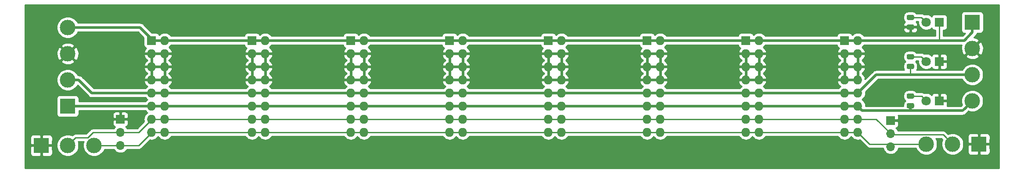
<source format=gbr>
G04 #@! TF.GenerationSoftware,KiCad,Pcbnew,(5.1.2-1)-1*
G04 #@! TF.CreationDate,2019-08-21T10:52:07-07:00*
G04 #@! TF.ProjectId,ER_Bus_Board,45525f42-7573-45f4-926f-6172642e6b69,rev?*
G04 #@! TF.SameCoordinates,Original*
G04 #@! TF.FileFunction,Copper,L1,Top*
G04 #@! TF.FilePolarity,Positive*
%FSLAX46Y46*%
G04 Gerber Fmt 4.6, Leading zero omitted, Abs format (unit mm)*
G04 Created by KiCad (PCBNEW (5.1.2-1)-1) date 2019-08-21 10:52:07*
%MOMM*%
%LPD*%
G04 APERTURE LIST*
%ADD10R,1.800000X1.800000*%
%ADD11C,1.800000*%
%ADD12O,1.727200X1.727200*%
%ADD13R,1.727200X1.727200*%
%ADD14C,3.000000*%
%ADD15R,3.000000X3.000000*%
%ADD16O,1.700000X1.700000*%
%ADD17R,1.700000X1.700000*%
%ADD18C,0.100000*%
%ADD19C,0.975000*%
%ADD20C,3.200001*%
%ADD21C,0.250000*%
%ADD22C,0.500000*%
%ADD23C,0.254000*%
G04 APERTURE END LIST*
D10*
X257048000Y-75184000D03*
D11*
X254508000Y-75184000D03*
D10*
X257048000Y-67564000D03*
D11*
X254508000Y-67564000D03*
X254508000Y-82804000D03*
D10*
X257048000Y-82804000D03*
D12*
X107601001Y-88900000D03*
X105061001Y-88900000D03*
X107601001Y-86360000D03*
X105061001Y-86360000D03*
X107601001Y-83820000D03*
X105061001Y-83820000D03*
X107601001Y-81280000D03*
X105061001Y-81280000D03*
X107601001Y-78740000D03*
X105061001Y-78740000D03*
X107601001Y-76200000D03*
X105061001Y-76200000D03*
X107601001Y-73660000D03*
X105061001Y-73660000D03*
X107601001Y-71120000D03*
D13*
X105061001Y-71120000D03*
D14*
X88900000Y-68580000D03*
D15*
X88900000Y-83820000D03*
D14*
X88900000Y-73660000D03*
X88900000Y-78740000D03*
D16*
X99060000Y-91440000D03*
X99060000Y-88900000D03*
D17*
X99060000Y-86360000D03*
D13*
X124460000Y-71120000D03*
D12*
X127000000Y-71120000D03*
X124460000Y-73660000D03*
X127000000Y-73660000D03*
X124460000Y-76200000D03*
X127000000Y-76200000D03*
X124460000Y-78740000D03*
X127000000Y-78740000D03*
X124460000Y-81280000D03*
X127000000Y-81280000D03*
X124460000Y-83820000D03*
X127000000Y-83820000D03*
X124460000Y-86360000D03*
X127000000Y-86360000D03*
X124460000Y-88900000D03*
X127000000Y-88900000D03*
X146050000Y-88900000D03*
X143510000Y-88900000D03*
X146050000Y-86360000D03*
X143510000Y-86360000D03*
X146050000Y-83820000D03*
X143510000Y-83820000D03*
X146050000Y-81280000D03*
X143510000Y-81280000D03*
X146050000Y-78740000D03*
X143510000Y-78740000D03*
X146050000Y-76200000D03*
X143510000Y-76200000D03*
X146050000Y-73660000D03*
X143510000Y-73660000D03*
X146050000Y-71120000D03*
D13*
X143510000Y-71120000D03*
X162560000Y-71120000D03*
D12*
X165100000Y-71120000D03*
X162560000Y-73660000D03*
X165100000Y-73660000D03*
X162560000Y-76200000D03*
X165100000Y-76200000D03*
X162560000Y-78740000D03*
X165100000Y-78740000D03*
X162560000Y-81280000D03*
X165100000Y-81280000D03*
X162560000Y-83820000D03*
X165100000Y-83820000D03*
X162560000Y-86360000D03*
X165100000Y-86360000D03*
X162560000Y-88900000D03*
X165100000Y-88900000D03*
X184150000Y-88900000D03*
X181610000Y-88900000D03*
X184150000Y-86360000D03*
X181610000Y-86360000D03*
X184150000Y-83820000D03*
X181610000Y-83820000D03*
X184150000Y-81280000D03*
X181610000Y-81280000D03*
X184150000Y-78740000D03*
X181610000Y-78740000D03*
X184150000Y-76200000D03*
X181610000Y-76200000D03*
X184150000Y-73660000D03*
X181610000Y-73660000D03*
X184150000Y-71120000D03*
D13*
X181610000Y-71120000D03*
X200660000Y-71120000D03*
D12*
X203200000Y-71120000D03*
X200660000Y-73660000D03*
X203200000Y-73660000D03*
X200660000Y-76200000D03*
X203200000Y-76200000D03*
X200660000Y-78740000D03*
X203200000Y-78740000D03*
X200660000Y-81280000D03*
X203200000Y-81280000D03*
X200660000Y-83820000D03*
X203200000Y-83820000D03*
X200660000Y-86360000D03*
X203200000Y-86360000D03*
X200660000Y-88900000D03*
X203200000Y-88900000D03*
X222250000Y-88900000D03*
X219710000Y-88900000D03*
X222250000Y-86360000D03*
X219710000Y-86360000D03*
X222250000Y-83820000D03*
X219710000Y-83820000D03*
X222250000Y-81280000D03*
X219710000Y-81280000D03*
X222250000Y-78740000D03*
X219710000Y-78740000D03*
X222250000Y-76200000D03*
X219710000Y-76200000D03*
X222250000Y-73660000D03*
X219710000Y-73660000D03*
X222250000Y-71120000D03*
D13*
X219710000Y-71120000D03*
X238760000Y-71120000D03*
D12*
X241300000Y-71120000D03*
X238760000Y-73660000D03*
X241300000Y-73660000D03*
X238760000Y-76200000D03*
X241300000Y-76200000D03*
X238760000Y-78740000D03*
X241300000Y-78740000D03*
X238760000Y-81280000D03*
X241300000Y-81280000D03*
X238760000Y-83820000D03*
X241300000Y-83820000D03*
X238760000Y-86360000D03*
X241300000Y-86360000D03*
X238760000Y-88900000D03*
X241300000Y-88900000D03*
D14*
X263398000Y-72644000D03*
X263398000Y-77724000D03*
D15*
X263398000Y-67564000D03*
D14*
X263398000Y-82804000D03*
X93980000Y-91440000D03*
X88900000Y-91440000D03*
D15*
X83820000Y-91440000D03*
D17*
X247650000Y-86614000D03*
D16*
X247650000Y-89154000D03*
X247650000Y-91694000D03*
D15*
X264668000Y-91186000D03*
D14*
X259588000Y-91186000D03*
X254508000Y-91186000D03*
D18*
G36*
X251940142Y-73760174D02*
G01*
X251963803Y-73763684D01*
X251987007Y-73769496D01*
X252009529Y-73777554D01*
X252031153Y-73787782D01*
X252051670Y-73800079D01*
X252070883Y-73814329D01*
X252088607Y-73830393D01*
X252104671Y-73848117D01*
X252118921Y-73867330D01*
X252131218Y-73887847D01*
X252141446Y-73909471D01*
X252149504Y-73931993D01*
X252155316Y-73955197D01*
X252158826Y-73978858D01*
X252160000Y-74002750D01*
X252160000Y-74490250D01*
X252158826Y-74514142D01*
X252155316Y-74537803D01*
X252149504Y-74561007D01*
X252141446Y-74583529D01*
X252131218Y-74605153D01*
X252118921Y-74625670D01*
X252104671Y-74644883D01*
X252088607Y-74662607D01*
X252070883Y-74678671D01*
X252051670Y-74692921D01*
X252031153Y-74705218D01*
X252009529Y-74715446D01*
X251987007Y-74723504D01*
X251963803Y-74729316D01*
X251940142Y-74732826D01*
X251916250Y-74734000D01*
X251003750Y-74734000D01*
X250979858Y-74732826D01*
X250956197Y-74729316D01*
X250932993Y-74723504D01*
X250910471Y-74715446D01*
X250888847Y-74705218D01*
X250868330Y-74692921D01*
X250849117Y-74678671D01*
X250831393Y-74662607D01*
X250815329Y-74644883D01*
X250801079Y-74625670D01*
X250788782Y-74605153D01*
X250778554Y-74583529D01*
X250770496Y-74561007D01*
X250764684Y-74537803D01*
X250761174Y-74514142D01*
X250760000Y-74490250D01*
X250760000Y-74002750D01*
X250761174Y-73978858D01*
X250764684Y-73955197D01*
X250770496Y-73931993D01*
X250778554Y-73909471D01*
X250788782Y-73887847D01*
X250801079Y-73867330D01*
X250815329Y-73848117D01*
X250831393Y-73830393D01*
X250849117Y-73814329D01*
X250868330Y-73800079D01*
X250888847Y-73787782D01*
X250910471Y-73777554D01*
X250932993Y-73769496D01*
X250956197Y-73763684D01*
X250979858Y-73760174D01*
X251003750Y-73759000D01*
X251916250Y-73759000D01*
X251940142Y-73760174D01*
X251940142Y-73760174D01*
G37*
D19*
X251460000Y-74246500D03*
D18*
G36*
X251940142Y-75635174D02*
G01*
X251963803Y-75638684D01*
X251987007Y-75644496D01*
X252009529Y-75652554D01*
X252031153Y-75662782D01*
X252051670Y-75675079D01*
X252070883Y-75689329D01*
X252088607Y-75705393D01*
X252104671Y-75723117D01*
X252118921Y-75742330D01*
X252131218Y-75762847D01*
X252141446Y-75784471D01*
X252149504Y-75806993D01*
X252155316Y-75830197D01*
X252158826Y-75853858D01*
X252160000Y-75877750D01*
X252160000Y-76365250D01*
X252158826Y-76389142D01*
X252155316Y-76412803D01*
X252149504Y-76436007D01*
X252141446Y-76458529D01*
X252131218Y-76480153D01*
X252118921Y-76500670D01*
X252104671Y-76519883D01*
X252088607Y-76537607D01*
X252070883Y-76553671D01*
X252051670Y-76567921D01*
X252031153Y-76580218D01*
X252009529Y-76590446D01*
X251987007Y-76598504D01*
X251963803Y-76604316D01*
X251940142Y-76607826D01*
X251916250Y-76609000D01*
X251003750Y-76609000D01*
X250979858Y-76607826D01*
X250956197Y-76604316D01*
X250932993Y-76598504D01*
X250910471Y-76590446D01*
X250888847Y-76580218D01*
X250868330Y-76567921D01*
X250849117Y-76553671D01*
X250831393Y-76537607D01*
X250815329Y-76519883D01*
X250801079Y-76500670D01*
X250788782Y-76480153D01*
X250778554Y-76458529D01*
X250770496Y-76436007D01*
X250764684Y-76412803D01*
X250761174Y-76389142D01*
X250760000Y-76365250D01*
X250760000Y-75877750D01*
X250761174Y-75853858D01*
X250764684Y-75830197D01*
X250770496Y-75806993D01*
X250778554Y-75784471D01*
X250788782Y-75762847D01*
X250801079Y-75742330D01*
X250815329Y-75723117D01*
X250831393Y-75705393D01*
X250849117Y-75689329D01*
X250868330Y-75675079D01*
X250888847Y-75662782D01*
X250910471Y-75652554D01*
X250932993Y-75644496D01*
X250956197Y-75638684D01*
X250979858Y-75635174D01*
X251003750Y-75634000D01*
X251916250Y-75634000D01*
X251940142Y-75635174D01*
X251940142Y-75635174D01*
G37*
D19*
X251460000Y-76121500D03*
D18*
G36*
X251940142Y-68015174D02*
G01*
X251963803Y-68018684D01*
X251987007Y-68024496D01*
X252009529Y-68032554D01*
X252031153Y-68042782D01*
X252051670Y-68055079D01*
X252070883Y-68069329D01*
X252088607Y-68085393D01*
X252104671Y-68103117D01*
X252118921Y-68122330D01*
X252131218Y-68142847D01*
X252141446Y-68164471D01*
X252149504Y-68186993D01*
X252155316Y-68210197D01*
X252158826Y-68233858D01*
X252160000Y-68257750D01*
X252160000Y-68745250D01*
X252158826Y-68769142D01*
X252155316Y-68792803D01*
X252149504Y-68816007D01*
X252141446Y-68838529D01*
X252131218Y-68860153D01*
X252118921Y-68880670D01*
X252104671Y-68899883D01*
X252088607Y-68917607D01*
X252070883Y-68933671D01*
X252051670Y-68947921D01*
X252031153Y-68960218D01*
X252009529Y-68970446D01*
X251987007Y-68978504D01*
X251963803Y-68984316D01*
X251940142Y-68987826D01*
X251916250Y-68989000D01*
X251003750Y-68989000D01*
X250979858Y-68987826D01*
X250956197Y-68984316D01*
X250932993Y-68978504D01*
X250910471Y-68970446D01*
X250888847Y-68960218D01*
X250868330Y-68947921D01*
X250849117Y-68933671D01*
X250831393Y-68917607D01*
X250815329Y-68899883D01*
X250801079Y-68880670D01*
X250788782Y-68860153D01*
X250778554Y-68838529D01*
X250770496Y-68816007D01*
X250764684Y-68792803D01*
X250761174Y-68769142D01*
X250760000Y-68745250D01*
X250760000Y-68257750D01*
X250761174Y-68233858D01*
X250764684Y-68210197D01*
X250770496Y-68186993D01*
X250778554Y-68164471D01*
X250788782Y-68142847D01*
X250801079Y-68122330D01*
X250815329Y-68103117D01*
X250831393Y-68085393D01*
X250849117Y-68069329D01*
X250868330Y-68055079D01*
X250888847Y-68042782D01*
X250910471Y-68032554D01*
X250932993Y-68024496D01*
X250956197Y-68018684D01*
X250979858Y-68015174D01*
X251003750Y-68014000D01*
X251916250Y-68014000D01*
X251940142Y-68015174D01*
X251940142Y-68015174D01*
G37*
D19*
X251460000Y-68501500D03*
D18*
G36*
X251940142Y-66140174D02*
G01*
X251963803Y-66143684D01*
X251987007Y-66149496D01*
X252009529Y-66157554D01*
X252031153Y-66167782D01*
X252051670Y-66180079D01*
X252070883Y-66194329D01*
X252088607Y-66210393D01*
X252104671Y-66228117D01*
X252118921Y-66247330D01*
X252131218Y-66267847D01*
X252141446Y-66289471D01*
X252149504Y-66311993D01*
X252155316Y-66335197D01*
X252158826Y-66358858D01*
X252160000Y-66382750D01*
X252160000Y-66870250D01*
X252158826Y-66894142D01*
X252155316Y-66917803D01*
X252149504Y-66941007D01*
X252141446Y-66963529D01*
X252131218Y-66985153D01*
X252118921Y-67005670D01*
X252104671Y-67024883D01*
X252088607Y-67042607D01*
X252070883Y-67058671D01*
X252051670Y-67072921D01*
X252031153Y-67085218D01*
X252009529Y-67095446D01*
X251987007Y-67103504D01*
X251963803Y-67109316D01*
X251940142Y-67112826D01*
X251916250Y-67114000D01*
X251003750Y-67114000D01*
X250979858Y-67112826D01*
X250956197Y-67109316D01*
X250932993Y-67103504D01*
X250910471Y-67095446D01*
X250888847Y-67085218D01*
X250868330Y-67072921D01*
X250849117Y-67058671D01*
X250831393Y-67042607D01*
X250815329Y-67024883D01*
X250801079Y-67005670D01*
X250788782Y-66985153D01*
X250778554Y-66963529D01*
X250770496Y-66941007D01*
X250764684Y-66917803D01*
X250761174Y-66894142D01*
X250760000Y-66870250D01*
X250760000Y-66382750D01*
X250761174Y-66358858D01*
X250764684Y-66335197D01*
X250770496Y-66311993D01*
X250778554Y-66289471D01*
X250788782Y-66267847D01*
X250801079Y-66247330D01*
X250815329Y-66228117D01*
X250831393Y-66210393D01*
X250849117Y-66194329D01*
X250868330Y-66180079D01*
X250888847Y-66167782D01*
X250910471Y-66157554D01*
X250932993Y-66149496D01*
X250956197Y-66143684D01*
X250979858Y-66140174D01*
X251003750Y-66139000D01*
X251916250Y-66139000D01*
X251940142Y-66140174D01*
X251940142Y-66140174D01*
G37*
D19*
X251460000Y-66626500D03*
D18*
G36*
X251940142Y-83255174D02*
G01*
X251963803Y-83258684D01*
X251987007Y-83264496D01*
X252009529Y-83272554D01*
X252031153Y-83282782D01*
X252051670Y-83295079D01*
X252070883Y-83309329D01*
X252088607Y-83325393D01*
X252104671Y-83343117D01*
X252118921Y-83362330D01*
X252131218Y-83382847D01*
X252141446Y-83404471D01*
X252149504Y-83426993D01*
X252155316Y-83450197D01*
X252158826Y-83473858D01*
X252160000Y-83497750D01*
X252160000Y-83985250D01*
X252158826Y-84009142D01*
X252155316Y-84032803D01*
X252149504Y-84056007D01*
X252141446Y-84078529D01*
X252131218Y-84100153D01*
X252118921Y-84120670D01*
X252104671Y-84139883D01*
X252088607Y-84157607D01*
X252070883Y-84173671D01*
X252051670Y-84187921D01*
X252031153Y-84200218D01*
X252009529Y-84210446D01*
X251987007Y-84218504D01*
X251963803Y-84224316D01*
X251940142Y-84227826D01*
X251916250Y-84229000D01*
X251003750Y-84229000D01*
X250979858Y-84227826D01*
X250956197Y-84224316D01*
X250932993Y-84218504D01*
X250910471Y-84210446D01*
X250888847Y-84200218D01*
X250868330Y-84187921D01*
X250849117Y-84173671D01*
X250831393Y-84157607D01*
X250815329Y-84139883D01*
X250801079Y-84120670D01*
X250788782Y-84100153D01*
X250778554Y-84078529D01*
X250770496Y-84056007D01*
X250764684Y-84032803D01*
X250761174Y-84009142D01*
X250760000Y-83985250D01*
X250760000Y-83497750D01*
X250761174Y-83473858D01*
X250764684Y-83450197D01*
X250770496Y-83426993D01*
X250778554Y-83404471D01*
X250788782Y-83382847D01*
X250801079Y-83362330D01*
X250815329Y-83343117D01*
X250831393Y-83325393D01*
X250849117Y-83309329D01*
X250868330Y-83295079D01*
X250888847Y-83282782D01*
X250910471Y-83272554D01*
X250932993Y-83264496D01*
X250956197Y-83258684D01*
X250979858Y-83255174D01*
X251003750Y-83254000D01*
X251916250Y-83254000D01*
X251940142Y-83255174D01*
X251940142Y-83255174D01*
G37*
D19*
X251460000Y-83741500D03*
D18*
G36*
X251940142Y-81380174D02*
G01*
X251963803Y-81383684D01*
X251987007Y-81389496D01*
X252009529Y-81397554D01*
X252031153Y-81407782D01*
X252051670Y-81420079D01*
X252070883Y-81434329D01*
X252088607Y-81450393D01*
X252104671Y-81468117D01*
X252118921Y-81487330D01*
X252131218Y-81507847D01*
X252141446Y-81529471D01*
X252149504Y-81551993D01*
X252155316Y-81575197D01*
X252158826Y-81598858D01*
X252160000Y-81622750D01*
X252160000Y-82110250D01*
X252158826Y-82134142D01*
X252155316Y-82157803D01*
X252149504Y-82181007D01*
X252141446Y-82203529D01*
X252131218Y-82225153D01*
X252118921Y-82245670D01*
X252104671Y-82264883D01*
X252088607Y-82282607D01*
X252070883Y-82298671D01*
X252051670Y-82312921D01*
X252031153Y-82325218D01*
X252009529Y-82335446D01*
X251987007Y-82343504D01*
X251963803Y-82349316D01*
X251940142Y-82352826D01*
X251916250Y-82354000D01*
X251003750Y-82354000D01*
X250979858Y-82352826D01*
X250956197Y-82349316D01*
X250932993Y-82343504D01*
X250910471Y-82335446D01*
X250888847Y-82325218D01*
X250868330Y-82312921D01*
X250849117Y-82298671D01*
X250831393Y-82282607D01*
X250815329Y-82264883D01*
X250801079Y-82245670D01*
X250788782Y-82225153D01*
X250778554Y-82203529D01*
X250770496Y-82181007D01*
X250764684Y-82157803D01*
X250761174Y-82134142D01*
X250760000Y-82110250D01*
X250760000Y-81622750D01*
X250761174Y-81598858D01*
X250764684Y-81575197D01*
X250770496Y-81551993D01*
X250778554Y-81529471D01*
X250788782Y-81507847D01*
X250801079Y-81487330D01*
X250815329Y-81468117D01*
X250831393Y-81450393D01*
X250849117Y-81434329D01*
X250868330Y-81420079D01*
X250888847Y-81407782D01*
X250910471Y-81397554D01*
X250932993Y-81389496D01*
X250956197Y-81383684D01*
X250979858Y-81380174D01*
X251003750Y-81379000D01*
X251916250Y-81379000D01*
X251940142Y-81380174D01*
X251940142Y-81380174D01*
G37*
D19*
X251460000Y-81866500D03*
D20*
X114300000Y-66040000D03*
X114300000Y-93980000D03*
X232410000Y-93980000D03*
X232410000Y-66040000D03*
D21*
X251460000Y-74246500D02*
X253570500Y-74246500D01*
X253570500Y-74246500D02*
X254508000Y-75184000D01*
D22*
X88900000Y-68580000D02*
X102870000Y-68580000D01*
X102870000Y-68580000D02*
X105410000Y-71120000D01*
X105410000Y-71120000D02*
X107950000Y-71120000D01*
X121158000Y-71120000D02*
X124460000Y-71120000D01*
X107601001Y-71120000D02*
X121158000Y-71120000D01*
X124460000Y-71120000D02*
X127254000Y-71120000D01*
X127254000Y-71120000D02*
X143510000Y-71120000D01*
X143510000Y-71120000D02*
X146304000Y-71120000D01*
X146304000Y-71120000D02*
X162560000Y-71120000D01*
X162560000Y-71120000D02*
X165100000Y-71120000D01*
X165100000Y-71120000D02*
X181610000Y-71120000D01*
X181610000Y-71120000D02*
X184150000Y-71120000D01*
X184150000Y-71120000D02*
X200660000Y-71120000D01*
X200660000Y-71120000D02*
X202946000Y-71120000D01*
X202946000Y-71120000D02*
X219710000Y-71120000D01*
X219710000Y-71120000D02*
X222504000Y-71120000D01*
X222504000Y-71120000D02*
X238760000Y-71120000D01*
X238760000Y-71120000D02*
X241300000Y-71120000D01*
X261842000Y-71120000D02*
X263398000Y-69564000D01*
X263398000Y-69564000D02*
X263398000Y-67564000D01*
D21*
X257048000Y-68714000D02*
X257048000Y-71120000D01*
X257048000Y-67564000D02*
X257048000Y-68714000D01*
D22*
X257048000Y-71120000D02*
X261842000Y-71120000D01*
X241300000Y-71120000D02*
X257048000Y-71120000D01*
D21*
X251460000Y-66626500D02*
X253570500Y-66626500D01*
X253570500Y-66626500D02*
X254508000Y-67564000D01*
X253608001Y-81904001D02*
X251576001Y-81904001D01*
X254508000Y-82804000D02*
X253608001Y-81904001D01*
X251576001Y-81904001D02*
X251460000Y-81788000D01*
X254508000Y-91186000D02*
X248158000Y-91186000D01*
X248158000Y-91186000D02*
X243586000Y-91186000D01*
X243586000Y-91186000D02*
X241300000Y-88900000D01*
X241300000Y-88900000D02*
X238760000Y-88900000D01*
X238760000Y-88900000D02*
X222250000Y-88900000D01*
X222250000Y-88900000D02*
X219710000Y-88900000D01*
X219710000Y-88900000D02*
X203200000Y-88900000D01*
X203200000Y-88900000D02*
X200660000Y-88900000D01*
X200660000Y-88900000D02*
X199438686Y-88900000D01*
X199438686Y-88900000D02*
X181610000Y-88900000D01*
X181610000Y-88900000D02*
X180388686Y-88900000D01*
X180388686Y-88900000D02*
X162560000Y-88900000D01*
X162560000Y-88900000D02*
X146050000Y-88900000D01*
X146050000Y-88900000D02*
X143510000Y-88900000D01*
X143510000Y-88900000D02*
X127000000Y-88900000D01*
X127000000Y-88900000D02*
X124460000Y-88900000D01*
X124460000Y-88900000D02*
X107696000Y-88900000D01*
X107696000Y-88900000D02*
X105156000Y-88900000D01*
X105156000Y-88900000D02*
X102616000Y-91440000D01*
X102616000Y-91440000D02*
X93980000Y-91440000D01*
X93818998Y-88900000D02*
X97857919Y-88900000D01*
X92778997Y-89940001D02*
X93818998Y-88900000D01*
X90399999Y-89940001D02*
X92778997Y-89940001D01*
X88900000Y-91440000D02*
X90399999Y-89940001D01*
X97857919Y-88900000D02*
X102616000Y-88900000D01*
X102616000Y-88900000D02*
X105156000Y-86360000D01*
X105156000Y-86360000D02*
X124460000Y-86360000D01*
X124460000Y-86360000D02*
X127000000Y-86360000D01*
X127000000Y-86360000D02*
X143510000Y-86360000D01*
X143510000Y-86360000D02*
X146050000Y-86360000D01*
X146050000Y-86360000D02*
X162560000Y-86360000D01*
X162560000Y-86360000D02*
X165100000Y-86360000D01*
X165100000Y-86360000D02*
X181610000Y-86360000D01*
X181610000Y-86360000D02*
X184150000Y-86360000D01*
X184150000Y-86360000D02*
X200660000Y-86360000D01*
X200660000Y-86360000D02*
X203200000Y-86360000D01*
X203200000Y-86360000D02*
X219710000Y-86360000D01*
X219710000Y-86360000D02*
X222250000Y-86360000D01*
X222250000Y-86360000D02*
X238760000Y-86360000D01*
X238760000Y-86360000D02*
X241300000Y-86360000D01*
X241300000Y-86360000D02*
X244856000Y-86360000D01*
X257762999Y-89360999D02*
X258088001Y-89686001D01*
X247856999Y-89360999D02*
X257762999Y-89360999D01*
X244856000Y-86360000D02*
X247856999Y-89360999D01*
X258088001Y-89686001D02*
X259588000Y-91186000D01*
D22*
X88900000Y-83820000D02*
X105156000Y-83820000D01*
X105156000Y-83820000D02*
X107696000Y-83820000D01*
X107696000Y-83820000D02*
X124460000Y-83820000D01*
X124460000Y-83820000D02*
X127000000Y-83820000D01*
X127000000Y-83820000D02*
X143764000Y-83820000D01*
X143764000Y-83820000D02*
X146050000Y-83820000D01*
X146050000Y-83820000D02*
X147271314Y-83820000D01*
X147271314Y-83820000D02*
X165100000Y-83820000D01*
X165100000Y-83820000D02*
X181610000Y-83820000D01*
X181610000Y-83820000D02*
X184404000Y-83820000D01*
X184404000Y-83820000D02*
X219710000Y-83820000D01*
X219710000Y-83820000D02*
X222250000Y-83820000D01*
X222250000Y-83820000D02*
X238760000Y-83820000D01*
X238760000Y-83820000D02*
X241300000Y-83820000D01*
X261518401Y-84683599D02*
X261898001Y-84303999D01*
X241300000Y-83820000D02*
X242163599Y-84683599D01*
X261898001Y-84303999D02*
X263398000Y-82804000D01*
X251561599Y-84430599D02*
X251561599Y-84683599D01*
X251460000Y-83741500D02*
X251460000Y-84329000D01*
X251561599Y-84683599D02*
X261518401Y-84683599D01*
X251460000Y-84329000D02*
X251561599Y-84430599D01*
X242163599Y-84683599D02*
X251561599Y-84683599D01*
X91021320Y-78740000D02*
X93561320Y-81280000D01*
X88900000Y-78740000D02*
X91021320Y-78740000D01*
X93561320Y-81280000D02*
X107696000Y-81280000D01*
X107696000Y-81280000D02*
X124460000Y-81280000D01*
X124460000Y-81280000D02*
X127254000Y-81280000D01*
X127254000Y-81280000D02*
X143510000Y-81280000D01*
X143510000Y-81280000D02*
X146050000Y-81280000D01*
X146050000Y-81280000D02*
X162560000Y-81280000D01*
X162560000Y-81280000D02*
X165100000Y-81280000D01*
X165100000Y-81280000D02*
X181610000Y-81280000D01*
X181610000Y-81280000D02*
X184150000Y-81280000D01*
X184150000Y-81280000D02*
X200660000Y-81280000D01*
X200660000Y-81280000D02*
X202946000Y-81280000D01*
X202946000Y-81280000D02*
X219710000Y-81280000D01*
X219710000Y-81280000D02*
X222504000Y-81280000D01*
X222504000Y-81280000D02*
X238760000Y-81280000D01*
X238760000Y-81280000D02*
X241300000Y-81280000D01*
X241300000Y-81280000D02*
X244856000Y-77724000D01*
D21*
X251460000Y-76121500D02*
X251460000Y-77470000D01*
X251460000Y-77470000D02*
X251206000Y-77724000D01*
D22*
X251206000Y-77724000D02*
X263652000Y-77724000D01*
X244856000Y-77724000D02*
X251206000Y-77724000D01*
D23*
G36*
X268580001Y-95860000D02*
G01*
X80670000Y-95860000D01*
X80670000Y-92940000D01*
X81681928Y-92940000D01*
X81694188Y-93064482D01*
X81730498Y-93184180D01*
X81789463Y-93294494D01*
X81868815Y-93391185D01*
X81965506Y-93470537D01*
X82075820Y-93529502D01*
X82195518Y-93565812D01*
X82320000Y-93578072D01*
X83534250Y-93575000D01*
X83693000Y-93416250D01*
X83693000Y-91567000D01*
X83947000Y-91567000D01*
X83947000Y-93416250D01*
X84105750Y-93575000D01*
X85320000Y-93578072D01*
X85444482Y-93565812D01*
X85564180Y-93529502D01*
X85674494Y-93470537D01*
X85771185Y-93391185D01*
X85850537Y-93294494D01*
X85909502Y-93184180D01*
X85945812Y-93064482D01*
X85958072Y-92940000D01*
X85955000Y-91725750D01*
X85796250Y-91567000D01*
X83947000Y-91567000D01*
X83693000Y-91567000D01*
X81843750Y-91567000D01*
X81685000Y-91725750D01*
X81681928Y-92940000D01*
X80670000Y-92940000D01*
X80670000Y-89940000D01*
X81681928Y-89940000D01*
X81685000Y-91154250D01*
X81843750Y-91313000D01*
X83693000Y-91313000D01*
X83693000Y-89463750D01*
X83947000Y-89463750D01*
X83947000Y-91313000D01*
X85796250Y-91313000D01*
X85955000Y-91154250D01*
X85958072Y-89940000D01*
X85945812Y-89815518D01*
X85909502Y-89695820D01*
X85850537Y-89585506D01*
X85771185Y-89488815D01*
X85674494Y-89409463D01*
X85564180Y-89350498D01*
X85444482Y-89314188D01*
X85320000Y-89301928D01*
X84105750Y-89305000D01*
X83947000Y-89463750D01*
X83693000Y-89463750D01*
X83534250Y-89305000D01*
X82320000Y-89301928D01*
X82195518Y-89314188D01*
X82075820Y-89350498D01*
X81965506Y-89409463D01*
X81868815Y-89488815D01*
X81789463Y-89585506D01*
X81730498Y-89695820D01*
X81694188Y-89815518D01*
X81681928Y-89940000D01*
X80670000Y-89940000D01*
X80670000Y-82320000D01*
X86761928Y-82320000D01*
X86761928Y-85320000D01*
X86774188Y-85444482D01*
X86810498Y-85564180D01*
X86869463Y-85674494D01*
X86948815Y-85771185D01*
X87045506Y-85850537D01*
X87155820Y-85909502D01*
X87275518Y-85945812D01*
X87400000Y-85958072D01*
X90400000Y-85958072D01*
X90524482Y-85945812D01*
X90644180Y-85909502D01*
X90754494Y-85850537D01*
X90851185Y-85771185D01*
X90930537Y-85674494D01*
X90989502Y-85564180D01*
X91005937Y-85510000D01*
X97571928Y-85510000D01*
X97575000Y-86074250D01*
X97733750Y-86233000D01*
X98933000Y-86233000D01*
X98933000Y-85033750D01*
X99187000Y-85033750D01*
X99187000Y-86233000D01*
X100386250Y-86233000D01*
X100545000Y-86074250D01*
X100548072Y-85510000D01*
X100535812Y-85385518D01*
X100499502Y-85265820D01*
X100440537Y-85155506D01*
X100361185Y-85058815D01*
X100264494Y-84979463D01*
X100154180Y-84920498D01*
X100034482Y-84884188D01*
X99910000Y-84871928D01*
X99345750Y-84875000D01*
X99187000Y-85033750D01*
X98933000Y-85033750D01*
X98774250Y-84875000D01*
X98210000Y-84871928D01*
X98085518Y-84884188D01*
X97965820Y-84920498D01*
X97855506Y-84979463D01*
X97758815Y-85058815D01*
X97679463Y-85155506D01*
X97620498Y-85265820D01*
X97584188Y-85385518D01*
X97571928Y-85510000D01*
X91005937Y-85510000D01*
X91025812Y-85444482D01*
X91038072Y-85320000D01*
X91038072Y-84705000D01*
X103848648Y-84705000D01*
X103996204Y-84884797D01*
X104224395Y-85072069D01*
X104257941Y-85090000D01*
X104224395Y-85107931D01*
X103996204Y-85295203D01*
X103808932Y-85523394D01*
X103669776Y-85783736D01*
X103584085Y-86066223D01*
X103555150Y-86360000D01*
X103584085Y-86653777D01*
X103631410Y-86809788D01*
X102301199Y-88140000D01*
X100337595Y-88140000D01*
X100300706Y-88070986D01*
X100115134Y-87844866D01*
X100085313Y-87820393D01*
X100154180Y-87799502D01*
X100264494Y-87740537D01*
X100361185Y-87661185D01*
X100440537Y-87564494D01*
X100499502Y-87454180D01*
X100535812Y-87334482D01*
X100548072Y-87210000D01*
X100545000Y-86645750D01*
X100386250Y-86487000D01*
X99187000Y-86487000D01*
X99187000Y-86507000D01*
X98933000Y-86507000D01*
X98933000Y-86487000D01*
X97733750Y-86487000D01*
X97575000Y-86645750D01*
X97571928Y-87210000D01*
X97584188Y-87334482D01*
X97620498Y-87454180D01*
X97679463Y-87564494D01*
X97758815Y-87661185D01*
X97855506Y-87740537D01*
X97965820Y-87799502D01*
X98034687Y-87820393D01*
X98004866Y-87844866D01*
X97819294Y-88070986D01*
X97782405Y-88140000D01*
X93856331Y-88140000D01*
X93818998Y-88136323D01*
X93781665Y-88140000D01*
X93670012Y-88150997D01*
X93526751Y-88194454D01*
X93394722Y-88265026D01*
X93278997Y-88359999D01*
X93255199Y-88388997D01*
X92464196Y-89180001D01*
X90437322Y-89180001D01*
X90399999Y-89176325D01*
X90362676Y-89180001D01*
X90362666Y-89180001D01*
X90251013Y-89190998D01*
X90107752Y-89234455D01*
X89975722Y-89305027D01*
X89943458Y-89331506D01*
X89859998Y-89400000D01*
X89836200Y-89428998D01*
X89774058Y-89491140D01*
X89522756Y-89387047D01*
X89110279Y-89305000D01*
X88689721Y-89305000D01*
X88277244Y-89387047D01*
X87888698Y-89547988D01*
X87539017Y-89781637D01*
X87241637Y-90079017D01*
X87007988Y-90428698D01*
X86847047Y-90817244D01*
X86765000Y-91229721D01*
X86765000Y-91650279D01*
X86847047Y-92062756D01*
X87007988Y-92451302D01*
X87241637Y-92800983D01*
X87539017Y-93098363D01*
X87888698Y-93332012D01*
X88277244Y-93492953D01*
X88689721Y-93575000D01*
X89110279Y-93575000D01*
X89522756Y-93492953D01*
X89911302Y-93332012D01*
X90260983Y-93098363D01*
X90558363Y-92800983D01*
X90792012Y-92451302D01*
X90952953Y-92062756D01*
X91035000Y-91650279D01*
X91035000Y-91229721D01*
X90952953Y-90817244D01*
X90904389Y-90700001D01*
X91975611Y-90700001D01*
X91927047Y-90817244D01*
X91845000Y-91229721D01*
X91845000Y-91650279D01*
X91927047Y-92062756D01*
X92087988Y-92451302D01*
X92321637Y-92800983D01*
X92619017Y-93098363D01*
X92968698Y-93332012D01*
X93357244Y-93492953D01*
X93769721Y-93575000D01*
X94190279Y-93575000D01*
X94602756Y-93492953D01*
X94991302Y-93332012D01*
X95340983Y-93098363D01*
X95638363Y-92800983D01*
X95872012Y-92451302D01*
X95976105Y-92200000D01*
X97782405Y-92200000D01*
X97819294Y-92269014D01*
X98004866Y-92495134D01*
X98230986Y-92680706D01*
X98488966Y-92818599D01*
X98768889Y-92903513D01*
X98987050Y-92925000D01*
X99132950Y-92925000D01*
X99351111Y-92903513D01*
X99631034Y-92818599D01*
X99889014Y-92680706D01*
X100115134Y-92495134D01*
X100300706Y-92269014D01*
X100337595Y-92200000D01*
X102578678Y-92200000D01*
X102616000Y-92203676D01*
X102653322Y-92200000D01*
X102653333Y-92200000D01*
X102764986Y-92189003D01*
X102908247Y-92145546D01*
X103040276Y-92074974D01*
X103156001Y-91980001D01*
X103179804Y-91950997D01*
X104756991Y-90373812D01*
X104767224Y-90376916D01*
X104987382Y-90398600D01*
X105134620Y-90398600D01*
X105354778Y-90376916D01*
X105637265Y-90291225D01*
X105897607Y-90152069D01*
X106125798Y-89964797D01*
X106313070Y-89736606D01*
X106331001Y-89703060D01*
X106348932Y-89736606D01*
X106536204Y-89964797D01*
X106764395Y-90152069D01*
X107024737Y-90291225D01*
X107307224Y-90376916D01*
X107527382Y-90398600D01*
X107674620Y-90398600D01*
X107894778Y-90376916D01*
X108177265Y-90291225D01*
X108437607Y-90152069D01*
X108665798Y-89964797D01*
X108853070Y-89736606D01*
X108894017Y-89660000D01*
X123166984Y-89660000D01*
X123207931Y-89736606D01*
X123395203Y-89964797D01*
X123623394Y-90152069D01*
X123883736Y-90291225D01*
X124166223Y-90376916D01*
X124386381Y-90398600D01*
X124533619Y-90398600D01*
X124753777Y-90376916D01*
X125036264Y-90291225D01*
X125296606Y-90152069D01*
X125524797Y-89964797D01*
X125712069Y-89736606D01*
X125730000Y-89703060D01*
X125747931Y-89736606D01*
X125935203Y-89964797D01*
X126163394Y-90152069D01*
X126423736Y-90291225D01*
X126706223Y-90376916D01*
X126926381Y-90398600D01*
X127073619Y-90398600D01*
X127293777Y-90376916D01*
X127576264Y-90291225D01*
X127836606Y-90152069D01*
X128064797Y-89964797D01*
X128252069Y-89736606D01*
X128293016Y-89660000D01*
X142216984Y-89660000D01*
X142257931Y-89736606D01*
X142445203Y-89964797D01*
X142673394Y-90152069D01*
X142933736Y-90291225D01*
X143216223Y-90376916D01*
X143436381Y-90398600D01*
X143583619Y-90398600D01*
X143803777Y-90376916D01*
X144086264Y-90291225D01*
X144346606Y-90152069D01*
X144574797Y-89964797D01*
X144762069Y-89736606D01*
X144780000Y-89703060D01*
X144797931Y-89736606D01*
X144985203Y-89964797D01*
X145213394Y-90152069D01*
X145473736Y-90291225D01*
X145756223Y-90376916D01*
X145976381Y-90398600D01*
X146123619Y-90398600D01*
X146343777Y-90376916D01*
X146626264Y-90291225D01*
X146886606Y-90152069D01*
X147114797Y-89964797D01*
X147302069Y-89736606D01*
X147343016Y-89660000D01*
X161266984Y-89660000D01*
X161307931Y-89736606D01*
X161495203Y-89964797D01*
X161723394Y-90152069D01*
X161983736Y-90291225D01*
X162266223Y-90376916D01*
X162486381Y-90398600D01*
X162633619Y-90398600D01*
X162853777Y-90376916D01*
X163136264Y-90291225D01*
X163396606Y-90152069D01*
X163624797Y-89964797D01*
X163812069Y-89736606D01*
X163830000Y-89703060D01*
X163847931Y-89736606D01*
X164035203Y-89964797D01*
X164263394Y-90152069D01*
X164523736Y-90291225D01*
X164806223Y-90376916D01*
X165026381Y-90398600D01*
X165173619Y-90398600D01*
X165393777Y-90376916D01*
X165676264Y-90291225D01*
X165936606Y-90152069D01*
X166164797Y-89964797D01*
X166352069Y-89736606D01*
X166393016Y-89660000D01*
X180316984Y-89660000D01*
X180357931Y-89736606D01*
X180545203Y-89964797D01*
X180773394Y-90152069D01*
X181033736Y-90291225D01*
X181316223Y-90376916D01*
X181536381Y-90398600D01*
X181683619Y-90398600D01*
X181903777Y-90376916D01*
X182186264Y-90291225D01*
X182446606Y-90152069D01*
X182674797Y-89964797D01*
X182862069Y-89736606D01*
X182880000Y-89703060D01*
X182897931Y-89736606D01*
X183085203Y-89964797D01*
X183313394Y-90152069D01*
X183573736Y-90291225D01*
X183856223Y-90376916D01*
X184076381Y-90398600D01*
X184223619Y-90398600D01*
X184443777Y-90376916D01*
X184726264Y-90291225D01*
X184986606Y-90152069D01*
X185214797Y-89964797D01*
X185402069Y-89736606D01*
X185443016Y-89660000D01*
X199366984Y-89660000D01*
X199407931Y-89736606D01*
X199595203Y-89964797D01*
X199823394Y-90152069D01*
X200083736Y-90291225D01*
X200366223Y-90376916D01*
X200586381Y-90398600D01*
X200733619Y-90398600D01*
X200953777Y-90376916D01*
X201236264Y-90291225D01*
X201496606Y-90152069D01*
X201724797Y-89964797D01*
X201912069Y-89736606D01*
X201930000Y-89703060D01*
X201947931Y-89736606D01*
X202135203Y-89964797D01*
X202363394Y-90152069D01*
X202623736Y-90291225D01*
X202906223Y-90376916D01*
X203126381Y-90398600D01*
X203273619Y-90398600D01*
X203493777Y-90376916D01*
X203776264Y-90291225D01*
X204036606Y-90152069D01*
X204264797Y-89964797D01*
X204452069Y-89736606D01*
X204493016Y-89660000D01*
X218416984Y-89660000D01*
X218457931Y-89736606D01*
X218645203Y-89964797D01*
X218873394Y-90152069D01*
X219133736Y-90291225D01*
X219416223Y-90376916D01*
X219636381Y-90398600D01*
X219783619Y-90398600D01*
X220003777Y-90376916D01*
X220286264Y-90291225D01*
X220546606Y-90152069D01*
X220774797Y-89964797D01*
X220962069Y-89736606D01*
X220980000Y-89703060D01*
X220997931Y-89736606D01*
X221185203Y-89964797D01*
X221413394Y-90152069D01*
X221673736Y-90291225D01*
X221956223Y-90376916D01*
X222176381Y-90398600D01*
X222323619Y-90398600D01*
X222543777Y-90376916D01*
X222826264Y-90291225D01*
X223086606Y-90152069D01*
X223314797Y-89964797D01*
X223502069Y-89736606D01*
X223543016Y-89660000D01*
X237466984Y-89660000D01*
X237507931Y-89736606D01*
X237695203Y-89964797D01*
X237923394Y-90152069D01*
X238183736Y-90291225D01*
X238466223Y-90376916D01*
X238686381Y-90398600D01*
X238833619Y-90398600D01*
X239053777Y-90376916D01*
X239336264Y-90291225D01*
X239596606Y-90152069D01*
X239824797Y-89964797D01*
X240012069Y-89736606D01*
X240030000Y-89703060D01*
X240047931Y-89736606D01*
X240235203Y-89964797D01*
X240463394Y-90152069D01*
X240723736Y-90291225D01*
X241006223Y-90376916D01*
X241226381Y-90398600D01*
X241373619Y-90398600D01*
X241593777Y-90376916D01*
X241676900Y-90351701D01*
X243022201Y-91697003D01*
X243045999Y-91726001D01*
X243161724Y-91820974D01*
X243293753Y-91891546D01*
X243437014Y-91935003D01*
X243548667Y-91946000D01*
X243548676Y-91946000D01*
X243585999Y-91949676D01*
X243623322Y-91946000D01*
X246182635Y-91946000D01*
X246186487Y-91985111D01*
X246271401Y-92265034D01*
X246409294Y-92523014D01*
X246594866Y-92749134D01*
X246820986Y-92934706D01*
X247078966Y-93072599D01*
X247358889Y-93157513D01*
X247577050Y-93179000D01*
X247722950Y-93179000D01*
X247941111Y-93157513D01*
X248221034Y-93072599D01*
X248479014Y-92934706D01*
X248705134Y-92749134D01*
X248890706Y-92523014D01*
X249028599Y-92265034D01*
X249113513Y-91985111D01*
X249117365Y-91946000D01*
X252511895Y-91946000D01*
X252615988Y-92197302D01*
X252849637Y-92546983D01*
X253147017Y-92844363D01*
X253496698Y-93078012D01*
X253885244Y-93238953D01*
X254297721Y-93321000D01*
X254718279Y-93321000D01*
X255130756Y-93238953D01*
X255519302Y-93078012D01*
X255868983Y-92844363D01*
X256166363Y-92546983D01*
X256400012Y-92197302D01*
X256560953Y-91808756D01*
X256643000Y-91396279D01*
X256643000Y-90975721D01*
X256560953Y-90563244D01*
X256400012Y-90174698D01*
X256364132Y-90120999D01*
X257448198Y-90120999D01*
X257639140Y-90311941D01*
X257535047Y-90563244D01*
X257453000Y-90975721D01*
X257453000Y-91396279D01*
X257535047Y-91808756D01*
X257695988Y-92197302D01*
X257929637Y-92546983D01*
X258227017Y-92844363D01*
X258576698Y-93078012D01*
X258965244Y-93238953D01*
X259377721Y-93321000D01*
X259798279Y-93321000D01*
X260210756Y-93238953D01*
X260599302Y-93078012D01*
X260948983Y-92844363D01*
X261107346Y-92686000D01*
X262529928Y-92686000D01*
X262542188Y-92810482D01*
X262578498Y-92930180D01*
X262637463Y-93040494D01*
X262716815Y-93137185D01*
X262813506Y-93216537D01*
X262923820Y-93275502D01*
X263043518Y-93311812D01*
X263168000Y-93324072D01*
X264382250Y-93321000D01*
X264541000Y-93162250D01*
X264541000Y-91313000D01*
X264795000Y-91313000D01*
X264795000Y-93162250D01*
X264953750Y-93321000D01*
X266168000Y-93324072D01*
X266292482Y-93311812D01*
X266412180Y-93275502D01*
X266522494Y-93216537D01*
X266619185Y-93137185D01*
X266698537Y-93040494D01*
X266757502Y-92930180D01*
X266793812Y-92810482D01*
X266806072Y-92686000D01*
X266803000Y-91471750D01*
X266644250Y-91313000D01*
X264795000Y-91313000D01*
X264541000Y-91313000D01*
X262691750Y-91313000D01*
X262533000Y-91471750D01*
X262529928Y-92686000D01*
X261107346Y-92686000D01*
X261246363Y-92546983D01*
X261480012Y-92197302D01*
X261640953Y-91808756D01*
X261723000Y-91396279D01*
X261723000Y-90975721D01*
X261640953Y-90563244D01*
X261480012Y-90174698D01*
X261246363Y-89825017D01*
X261107346Y-89686000D01*
X262529928Y-89686000D01*
X262533000Y-90900250D01*
X262691750Y-91059000D01*
X264541000Y-91059000D01*
X264541000Y-89209750D01*
X264795000Y-89209750D01*
X264795000Y-91059000D01*
X266644250Y-91059000D01*
X266803000Y-90900250D01*
X266806072Y-89686000D01*
X266793812Y-89561518D01*
X266757502Y-89441820D01*
X266698537Y-89331506D01*
X266619185Y-89234815D01*
X266522494Y-89155463D01*
X266412180Y-89096498D01*
X266292482Y-89060188D01*
X266168000Y-89047928D01*
X264953750Y-89051000D01*
X264795000Y-89209750D01*
X264541000Y-89209750D01*
X264382250Y-89051000D01*
X263168000Y-89047928D01*
X263043518Y-89060188D01*
X262923820Y-89096498D01*
X262813506Y-89155463D01*
X262716815Y-89234815D01*
X262637463Y-89331506D01*
X262578498Y-89441820D01*
X262542188Y-89561518D01*
X262529928Y-89686000D01*
X261107346Y-89686000D01*
X260948983Y-89527637D01*
X260599302Y-89293988D01*
X260210756Y-89133047D01*
X259798279Y-89051000D01*
X259377721Y-89051000D01*
X258965244Y-89133047D01*
X258713941Y-89237140D01*
X258326803Y-88850002D01*
X258303000Y-88820998D01*
X258187275Y-88726025D01*
X258055246Y-88655453D01*
X257911985Y-88611996D01*
X257800332Y-88600999D01*
X257800321Y-88600999D01*
X257762999Y-88597323D01*
X257725677Y-88600999D01*
X249034069Y-88600999D01*
X249028599Y-88582966D01*
X248890706Y-88324986D01*
X248705134Y-88098866D01*
X248675313Y-88074393D01*
X248744180Y-88053502D01*
X248854494Y-87994537D01*
X248951185Y-87915185D01*
X249030537Y-87818494D01*
X249089502Y-87708180D01*
X249125812Y-87588482D01*
X249138072Y-87464000D01*
X249135000Y-86899750D01*
X248976250Y-86741000D01*
X247777000Y-86741000D01*
X247777000Y-86761000D01*
X247523000Y-86761000D01*
X247523000Y-86741000D01*
X247503000Y-86741000D01*
X247503000Y-86487000D01*
X247523000Y-86487000D01*
X247523000Y-86467000D01*
X247777000Y-86467000D01*
X247777000Y-86487000D01*
X248976250Y-86487000D01*
X249135000Y-86328250D01*
X249138072Y-85764000D01*
X249125812Y-85639518D01*
X249104299Y-85568599D01*
X251518123Y-85568599D01*
X251561599Y-85572881D01*
X251605076Y-85568599D01*
X261474932Y-85568599D01*
X261518401Y-85572880D01*
X261561870Y-85568599D01*
X261561878Y-85568599D01*
X261691891Y-85555794D01*
X261858714Y-85505188D01*
X262012460Y-85423010D01*
X262147218Y-85312416D01*
X262174935Y-85278643D01*
X262648941Y-84804637D01*
X262775244Y-84856953D01*
X263187721Y-84939000D01*
X263608279Y-84939000D01*
X264020756Y-84856953D01*
X264409302Y-84696012D01*
X264758983Y-84462363D01*
X265056363Y-84164983D01*
X265290012Y-83815302D01*
X265450953Y-83426756D01*
X265533000Y-83014279D01*
X265533000Y-82593721D01*
X265450953Y-82181244D01*
X265290012Y-81792698D01*
X265056363Y-81443017D01*
X264758983Y-81145637D01*
X264409302Y-80911988D01*
X264020756Y-80751047D01*
X263608279Y-80669000D01*
X263187721Y-80669000D01*
X262775244Y-80751047D01*
X262386698Y-80911988D01*
X262037017Y-81145637D01*
X261739637Y-81443017D01*
X261505988Y-81792698D01*
X261345047Y-82181244D01*
X261263000Y-82593721D01*
X261263000Y-83014279D01*
X261345047Y-83426756D01*
X261397363Y-83553059D01*
X261151823Y-83798599D01*
X258576755Y-83798599D01*
X258586072Y-83704000D01*
X258583000Y-83089750D01*
X258424250Y-82931000D01*
X257175000Y-82931000D01*
X257175000Y-82951000D01*
X256921000Y-82951000D01*
X256921000Y-82931000D01*
X256901000Y-82931000D01*
X256901000Y-82677000D01*
X256921000Y-82677000D01*
X256921000Y-81427750D01*
X257175000Y-81427750D01*
X257175000Y-82677000D01*
X258424250Y-82677000D01*
X258583000Y-82518250D01*
X258586072Y-81904000D01*
X258573812Y-81779518D01*
X258537502Y-81659820D01*
X258478537Y-81549506D01*
X258399185Y-81452815D01*
X258302494Y-81373463D01*
X258192180Y-81314498D01*
X258072482Y-81278188D01*
X257948000Y-81265928D01*
X257333750Y-81269000D01*
X257175000Y-81427750D01*
X256921000Y-81427750D01*
X256762250Y-81269000D01*
X256148000Y-81265928D01*
X256023518Y-81278188D01*
X255903820Y-81314498D01*
X255793506Y-81373463D01*
X255696815Y-81452815D01*
X255617463Y-81549506D01*
X255558498Y-81659820D01*
X255552944Y-81678127D01*
X255486505Y-81611688D01*
X255235095Y-81443701D01*
X254955743Y-81327989D01*
X254659184Y-81269000D01*
X254356816Y-81269000D01*
X254095565Y-81320966D01*
X254032277Y-81269027D01*
X253900248Y-81198455D01*
X253756987Y-81154998D01*
X253645334Y-81144001D01*
X253645323Y-81144001D01*
X253608001Y-81140325D01*
X253570679Y-81144001D01*
X252655426Y-81144001D01*
X252649458Y-81132836D01*
X252539792Y-80999208D01*
X252406164Y-80889542D01*
X252253709Y-80808053D01*
X252088285Y-80757872D01*
X251916250Y-80740928D01*
X251003750Y-80740928D01*
X250831715Y-80757872D01*
X250666291Y-80808053D01*
X250513836Y-80889542D01*
X250380208Y-80999208D01*
X250270542Y-81132836D01*
X250189053Y-81285291D01*
X250138872Y-81450715D01*
X250121928Y-81622750D01*
X250121928Y-82110250D01*
X250138872Y-82282285D01*
X250189053Y-82447709D01*
X250270542Y-82600164D01*
X250380208Y-82733792D01*
X250465756Y-82804000D01*
X250380208Y-82874208D01*
X250270542Y-83007836D01*
X250189053Y-83160291D01*
X250138872Y-83325715D01*
X250121928Y-83497750D01*
X250121928Y-83798599D01*
X242803743Y-83798599D01*
X242776916Y-83526223D01*
X242691225Y-83243736D01*
X242552069Y-82983394D01*
X242364797Y-82755203D01*
X242136606Y-82567931D01*
X242103060Y-82550000D01*
X242136606Y-82532069D01*
X242364797Y-82344797D01*
X242552069Y-82116606D01*
X242691225Y-81856264D01*
X242776916Y-81573777D01*
X242805851Y-81280000D01*
X242783052Y-81048526D01*
X245222579Y-78609000D01*
X261453672Y-78609000D01*
X261505988Y-78735302D01*
X261739637Y-79084983D01*
X262037017Y-79382363D01*
X262386698Y-79616012D01*
X262775244Y-79776953D01*
X263187721Y-79859000D01*
X263608279Y-79859000D01*
X264020756Y-79776953D01*
X264409302Y-79616012D01*
X264758983Y-79382363D01*
X265056363Y-79084983D01*
X265290012Y-78735302D01*
X265450953Y-78346756D01*
X265533000Y-77934279D01*
X265533000Y-77513721D01*
X265450953Y-77101244D01*
X265290012Y-76712698D01*
X265056363Y-76363017D01*
X264758983Y-76065637D01*
X264409302Y-75831988D01*
X264020756Y-75671047D01*
X263608279Y-75589000D01*
X263187721Y-75589000D01*
X262775244Y-75671047D01*
X262386698Y-75831988D01*
X262037017Y-76065637D01*
X261739637Y-76363017D01*
X261505988Y-76712698D01*
X261453672Y-76839000D01*
X252658098Y-76839000D01*
X252730947Y-76702709D01*
X252781128Y-76537285D01*
X252798072Y-76365250D01*
X252798072Y-75877750D01*
X252781128Y-75705715D01*
X252730947Y-75540291D01*
X252649458Y-75387836D01*
X252539792Y-75254208D01*
X252454244Y-75184000D01*
X252539792Y-75113792D01*
X252627845Y-75006500D01*
X252978235Y-75006500D01*
X252973000Y-75032816D01*
X252973000Y-75335184D01*
X253031989Y-75631743D01*
X253147701Y-75911095D01*
X253315688Y-76162505D01*
X253529495Y-76376312D01*
X253780905Y-76544299D01*
X254060257Y-76660011D01*
X254356816Y-76719000D01*
X254659184Y-76719000D01*
X254955743Y-76660011D01*
X255235095Y-76544299D01*
X255486505Y-76376312D01*
X255552944Y-76309873D01*
X255558498Y-76328180D01*
X255617463Y-76438494D01*
X255696815Y-76535185D01*
X255793506Y-76614537D01*
X255903820Y-76673502D01*
X256023518Y-76709812D01*
X256148000Y-76722072D01*
X256762250Y-76719000D01*
X256921000Y-76560250D01*
X256921000Y-75311000D01*
X257175000Y-75311000D01*
X257175000Y-76560250D01*
X257333750Y-76719000D01*
X257948000Y-76722072D01*
X258072482Y-76709812D01*
X258192180Y-76673502D01*
X258302494Y-76614537D01*
X258399185Y-76535185D01*
X258478537Y-76438494D01*
X258537502Y-76328180D01*
X258573812Y-76208482D01*
X258586072Y-76084000D01*
X258583000Y-75469750D01*
X258424250Y-75311000D01*
X257175000Y-75311000D01*
X256921000Y-75311000D01*
X256901000Y-75311000D01*
X256901000Y-75057000D01*
X256921000Y-75057000D01*
X256921000Y-73807750D01*
X257175000Y-73807750D01*
X257175000Y-75057000D01*
X258424250Y-75057000D01*
X258583000Y-74898250D01*
X258586072Y-74284000D01*
X258573812Y-74159518D01*
X258566573Y-74135653D01*
X262085952Y-74135653D01*
X262241962Y-74451214D01*
X262616745Y-74642020D01*
X263021551Y-74756044D01*
X263440824Y-74788902D01*
X263858451Y-74739334D01*
X264258383Y-74609243D01*
X264554038Y-74451214D01*
X264710048Y-74135653D01*
X263398000Y-72823605D01*
X262085952Y-74135653D01*
X258566573Y-74135653D01*
X258537502Y-74039820D01*
X258478537Y-73929506D01*
X258399185Y-73832815D01*
X258302494Y-73753463D01*
X258192180Y-73694498D01*
X258072482Y-73658188D01*
X257948000Y-73645928D01*
X257333750Y-73649000D01*
X257175000Y-73807750D01*
X256921000Y-73807750D01*
X256762250Y-73649000D01*
X256148000Y-73645928D01*
X256023518Y-73658188D01*
X255903820Y-73694498D01*
X255793506Y-73753463D01*
X255696815Y-73832815D01*
X255617463Y-73929506D01*
X255558498Y-74039820D01*
X255552944Y-74058127D01*
X255486505Y-73991688D01*
X255235095Y-73823701D01*
X254955743Y-73707989D01*
X254659184Y-73649000D01*
X254356816Y-73649000D01*
X254102160Y-73699654D01*
X253994776Y-73611526D01*
X253862747Y-73540954D01*
X253719486Y-73497497D01*
X253607833Y-73486500D01*
X253607822Y-73486500D01*
X253570500Y-73482824D01*
X253533178Y-73486500D01*
X252627845Y-73486500D01*
X252539792Y-73379208D01*
X252406164Y-73269542D01*
X252253709Y-73188053D01*
X252088285Y-73137872D01*
X251916250Y-73120928D01*
X251003750Y-73120928D01*
X250831715Y-73137872D01*
X250666291Y-73188053D01*
X250513836Y-73269542D01*
X250380208Y-73379208D01*
X250270542Y-73512836D01*
X250189053Y-73665291D01*
X250138872Y-73830715D01*
X250121928Y-74002750D01*
X250121928Y-74490250D01*
X250138872Y-74662285D01*
X250189053Y-74827709D01*
X250270542Y-74980164D01*
X250380208Y-75113792D01*
X250465756Y-75184000D01*
X250380208Y-75254208D01*
X250270542Y-75387836D01*
X250189053Y-75540291D01*
X250138872Y-75705715D01*
X250121928Y-75877750D01*
X250121928Y-76365250D01*
X250138872Y-76537285D01*
X250189053Y-76702709D01*
X250261902Y-76839000D01*
X244899465Y-76839000D01*
X244855999Y-76834719D01*
X244812533Y-76839000D01*
X244812523Y-76839000D01*
X244682510Y-76851805D01*
X244515687Y-76902411D01*
X244361941Y-76984589D01*
X244361939Y-76984590D01*
X244361940Y-76984590D01*
X244260953Y-77067468D01*
X244260951Y-77067470D01*
X244227183Y-77095183D01*
X244199470Y-77128951D01*
X242715423Y-78612998D01*
X242633818Y-78612998D01*
X242754958Y-78380974D01*
X242709222Y-78230186D01*
X242582684Y-77965056D01*
X242406854Y-77729707D01*
X242188488Y-77533183D01*
X242082230Y-77470000D01*
X242188488Y-77406817D01*
X242406854Y-77210293D01*
X242582684Y-76974944D01*
X242709222Y-76709814D01*
X242754958Y-76559026D01*
X242633817Y-76327000D01*
X241427000Y-76327000D01*
X241427000Y-78613000D01*
X241447000Y-78613000D01*
X241447000Y-78867000D01*
X241427000Y-78867000D01*
X241427000Y-78887000D01*
X241173000Y-78887000D01*
X241173000Y-78867000D01*
X238887000Y-78867000D01*
X238887000Y-78887000D01*
X238633000Y-78887000D01*
X238633000Y-78867000D01*
X237426183Y-78867000D01*
X237305042Y-79099026D01*
X237350778Y-79249814D01*
X237477316Y-79514944D01*
X237653146Y-79750293D01*
X237871512Y-79946817D01*
X237967910Y-80004137D01*
X237923394Y-80027931D01*
X237695203Y-80215203D01*
X237547647Y-80395000D01*
X223462353Y-80395000D01*
X223314797Y-80215203D01*
X223086606Y-80027931D01*
X223042090Y-80004137D01*
X223138488Y-79946817D01*
X223356854Y-79750293D01*
X223532684Y-79514944D01*
X223659222Y-79249814D01*
X223704958Y-79099026D01*
X223583817Y-78867000D01*
X222377000Y-78867000D01*
X222377000Y-78887000D01*
X222123000Y-78887000D01*
X222123000Y-78867000D01*
X219837000Y-78867000D01*
X219837000Y-78887000D01*
X219583000Y-78887000D01*
X219583000Y-78867000D01*
X218376183Y-78867000D01*
X218255042Y-79099026D01*
X218300778Y-79249814D01*
X218427316Y-79514944D01*
X218603146Y-79750293D01*
X218821512Y-79946817D01*
X218917910Y-80004137D01*
X218873394Y-80027931D01*
X218645203Y-80215203D01*
X218497647Y-80395000D01*
X204412353Y-80395000D01*
X204264797Y-80215203D01*
X204036606Y-80027931D01*
X203992090Y-80004137D01*
X204088488Y-79946817D01*
X204306854Y-79750293D01*
X204482684Y-79514944D01*
X204609222Y-79249814D01*
X204654958Y-79099026D01*
X204533817Y-78867000D01*
X203327000Y-78867000D01*
X203327000Y-78887000D01*
X203073000Y-78887000D01*
X203073000Y-78867000D01*
X200787000Y-78867000D01*
X200787000Y-78887000D01*
X200533000Y-78887000D01*
X200533000Y-78867000D01*
X199326183Y-78867000D01*
X199205042Y-79099026D01*
X199250778Y-79249814D01*
X199377316Y-79514944D01*
X199553146Y-79750293D01*
X199771512Y-79946817D01*
X199867910Y-80004137D01*
X199823394Y-80027931D01*
X199595203Y-80215203D01*
X199447647Y-80395000D01*
X185362353Y-80395000D01*
X185214797Y-80215203D01*
X184986606Y-80027931D01*
X184942090Y-80004137D01*
X185038488Y-79946817D01*
X185256854Y-79750293D01*
X185432684Y-79514944D01*
X185559222Y-79249814D01*
X185604958Y-79099026D01*
X185483817Y-78867000D01*
X184277000Y-78867000D01*
X184277000Y-78887000D01*
X184023000Y-78887000D01*
X184023000Y-78867000D01*
X181737000Y-78867000D01*
X181737000Y-78887000D01*
X181483000Y-78887000D01*
X181483000Y-78867000D01*
X180276183Y-78867000D01*
X180155042Y-79099026D01*
X180200778Y-79249814D01*
X180327316Y-79514944D01*
X180503146Y-79750293D01*
X180721512Y-79946817D01*
X180817910Y-80004137D01*
X180773394Y-80027931D01*
X180545203Y-80215203D01*
X180397647Y-80395000D01*
X166312353Y-80395000D01*
X166164797Y-80215203D01*
X165936606Y-80027931D01*
X165892090Y-80004137D01*
X165988488Y-79946817D01*
X166206854Y-79750293D01*
X166382684Y-79514944D01*
X166509222Y-79249814D01*
X166554958Y-79099026D01*
X166433817Y-78867000D01*
X165227000Y-78867000D01*
X165227000Y-78887000D01*
X164973000Y-78887000D01*
X164973000Y-78867000D01*
X162687000Y-78867000D01*
X162687000Y-78887000D01*
X162433000Y-78887000D01*
X162433000Y-78867000D01*
X161226183Y-78867000D01*
X161105042Y-79099026D01*
X161150778Y-79249814D01*
X161277316Y-79514944D01*
X161453146Y-79750293D01*
X161671512Y-79946817D01*
X161767910Y-80004137D01*
X161723394Y-80027931D01*
X161495203Y-80215203D01*
X161347647Y-80395000D01*
X147262353Y-80395000D01*
X147114797Y-80215203D01*
X146886606Y-80027931D01*
X146842090Y-80004137D01*
X146938488Y-79946817D01*
X147156854Y-79750293D01*
X147332684Y-79514944D01*
X147459222Y-79249814D01*
X147504958Y-79099026D01*
X147383817Y-78867000D01*
X146177000Y-78867000D01*
X146177000Y-78887000D01*
X145923000Y-78887000D01*
X145923000Y-78867000D01*
X143637000Y-78867000D01*
X143637000Y-78887000D01*
X143383000Y-78887000D01*
X143383000Y-78867000D01*
X142176183Y-78867000D01*
X142055042Y-79099026D01*
X142100778Y-79249814D01*
X142227316Y-79514944D01*
X142403146Y-79750293D01*
X142621512Y-79946817D01*
X142717910Y-80004137D01*
X142673394Y-80027931D01*
X142445203Y-80215203D01*
X142297647Y-80395000D01*
X128212353Y-80395000D01*
X128064797Y-80215203D01*
X127836606Y-80027931D01*
X127792090Y-80004137D01*
X127888488Y-79946817D01*
X128106854Y-79750293D01*
X128282684Y-79514944D01*
X128409222Y-79249814D01*
X128454958Y-79099026D01*
X128333817Y-78867000D01*
X127127000Y-78867000D01*
X127127000Y-78887000D01*
X126873000Y-78887000D01*
X126873000Y-78867000D01*
X124587000Y-78867000D01*
X124587000Y-78887000D01*
X124333000Y-78887000D01*
X124333000Y-78867000D01*
X123126183Y-78867000D01*
X123005042Y-79099026D01*
X123050778Y-79249814D01*
X123177316Y-79514944D01*
X123353146Y-79750293D01*
X123571512Y-79946817D01*
X123667910Y-80004137D01*
X123623394Y-80027931D01*
X123395203Y-80215203D01*
X123247647Y-80395000D01*
X108813354Y-80395000D01*
X108665798Y-80215203D01*
X108437607Y-80027931D01*
X108393091Y-80004137D01*
X108489489Y-79946817D01*
X108707855Y-79750293D01*
X108883685Y-79514944D01*
X109010223Y-79249814D01*
X109055959Y-79099026D01*
X108934818Y-78867000D01*
X107728001Y-78867000D01*
X107728001Y-78887000D01*
X107474001Y-78887000D01*
X107474001Y-78867000D01*
X105188001Y-78867000D01*
X105188001Y-78887000D01*
X104934001Y-78887000D01*
X104934001Y-78867000D01*
X103727184Y-78867000D01*
X103606043Y-79099026D01*
X103651779Y-79249814D01*
X103778317Y-79514944D01*
X103954147Y-79750293D01*
X104172513Y-79946817D01*
X104268911Y-80004137D01*
X104224395Y-80027931D01*
X103996204Y-80215203D01*
X103848648Y-80395000D01*
X93927899Y-80395000D01*
X91677854Y-78144956D01*
X91650137Y-78111183D01*
X91515379Y-78000589D01*
X91361633Y-77918411D01*
X91194810Y-77867805D01*
X91064797Y-77855000D01*
X91064789Y-77855000D01*
X91021320Y-77850719D01*
X90977851Y-77855000D01*
X90844328Y-77855000D01*
X90792012Y-77728698D01*
X90558363Y-77379017D01*
X90260983Y-77081637D01*
X89911302Y-76847988D01*
X89522756Y-76687047D01*
X89110279Y-76605000D01*
X88689721Y-76605000D01*
X88277244Y-76687047D01*
X87888698Y-76847988D01*
X87539017Y-77081637D01*
X87241637Y-77379017D01*
X87007988Y-77728698D01*
X86847047Y-78117244D01*
X86765000Y-78529721D01*
X86765000Y-78950279D01*
X86847047Y-79362756D01*
X87007988Y-79751302D01*
X87241637Y-80100983D01*
X87539017Y-80398363D01*
X87888698Y-80632012D01*
X88277244Y-80792953D01*
X88689721Y-80875000D01*
X89110279Y-80875000D01*
X89522756Y-80792953D01*
X89911302Y-80632012D01*
X90260983Y-80398363D01*
X90558363Y-80100983D01*
X90787619Y-79757877D01*
X92904790Y-81875049D01*
X92932503Y-81908817D01*
X92966271Y-81936530D01*
X92966273Y-81936532D01*
X93001578Y-81965506D01*
X93067261Y-82019411D01*
X93221007Y-82101589D01*
X93387830Y-82152195D01*
X93517843Y-82165000D01*
X93517853Y-82165000D01*
X93561319Y-82169281D01*
X93604785Y-82165000D01*
X103848648Y-82165000D01*
X103996204Y-82344797D01*
X104224395Y-82532069D01*
X104257941Y-82550000D01*
X104224395Y-82567931D01*
X103996204Y-82755203D01*
X103848648Y-82935000D01*
X91038072Y-82935000D01*
X91038072Y-82320000D01*
X91025812Y-82195518D01*
X90989502Y-82075820D01*
X90930537Y-81965506D01*
X90851185Y-81868815D01*
X90754494Y-81789463D01*
X90644180Y-81730498D01*
X90524482Y-81694188D01*
X90400000Y-81681928D01*
X87400000Y-81681928D01*
X87275518Y-81694188D01*
X87155820Y-81730498D01*
X87045506Y-81789463D01*
X86948815Y-81868815D01*
X86869463Y-81965506D01*
X86810498Y-82075820D01*
X86774188Y-82195518D01*
X86761928Y-82320000D01*
X80670000Y-82320000D01*
X80670000Y-76559026D01*
X103606043Y-76559026D01*
X103651779Y-76709814D01*
X103778317Y-76974944D01*
X103954147Y-77210293D01*
X104172513Y-77406817D01*
X104278771Y-77470000D01*
X104172513Y-77533183D01*
X103954147Y-77729707D01*
X103778317Y-77965056D01*
X103651779Y-78230186D01*
X103606043Y-78380974D01*
X103727184Y-78613000D01*
X104934001Y-78613000D01*
X104934001Y-76327000D01*
X105188001Y-76327000D01*
X105188001Y-78613000D01*
X107474001Y-78613000D01*
X107474001Y-76327000D01*
X107728001Y-76327000D01*
X107728001Y-78613000D01*
X108934818Y-78613000D01*
X109055959Y-78380974D01*
X109010223Y-78230186D01*
X108883685Y-77965056D01*
X108707855Y-77729707D01*
X108489489Y-77533183D01*
X108383231Y-77470000D01*
X108489489Y-77406817D01*
X108707855Y-77210293D01*
X108883685Y-76974944D01*
X109010223Y-76709814D01*
X109055959Y-76559026D01*
X123005042Y-76559026D01*
X123050778Y-76709814D01*
X123177316Y-76974944D01*
X123353146Y-77210293D01*
X123571512Y-77406817D01*
X123677770Y-77470000D01*
X123571512Y-77533183D01*
X123353146Y-77729707D01*
X123177316Y-77965056D01*
X123050778Y-78230186D01*
X123005042Y-78380974D01*
X123126183Y-78613000D01*
X124333000Y-78613000D01*
X124333000Y-76327000D01*
X124587000Y-76327000D01*
X124587000Y-78613000D01*
X126873000Y-78613000D01*
X126873000Y-76327000D01*
X127127000Y-76327000D01*
X127127000Y-78613000D01*
X128333817Y-78613000D01*
X128454958Y-78380974D01*
X128409222Y-78230186D01*
X128282684Y-77965056D01*
X128106854Y-77729707D01*
X127888488Y-77533183D01*
X127782230Y-77470000D01*
X127888488Y-77406817D01*
X128106854Y-77210293D01*
X128282684Y-76974944D01*
X128409222Y-76709814D01*
X128454958Y-76559026D01*
X142055042Y-76559026D01*
X142100778Y-76709814D01*
X142227316Y-76974944D01*
X142403146Y-77210293D01*
X142621512Y-77406817D01*
X142727770Y-77470000D01*
X142621512Y-77533183D01*
X142403146Y-77729707D01*
X142227316Y-77965056D01*
X142100778Y-78230186D01*
X142055042Y-78380974D01*
X142176183Y-78613000D01*
X143383000Y-78613000D01*
X143383000Y-76327000D01*
X143637000Y-76327000D01*
X143637000Y-78613000D01*
X145923000Y-78613000D01*
X145923000Y-76327000D01*
X146177000Y-76327000D01*
X146177000Y-78613000D01*
X147383817Y-78613000D01*
X147504958Y-78380974D01*
X147459222Y-78230186D01*
X147332684Y-77965056D01*
X147156854Y-77729707D01*
X146938488Y-77533183D01*
X146832230Y-77470000D01*
X146938488Y-77406817D01*
X147156854Y-77210293D01*
X147332684Y-76974944D01*
X147459222Y-76709814D01*
X147504958Y-76559026D01*
X161105042Y-76559026D01*
X161150778Y-76709814D01*
X161277316Y-76974944D01*
X161453146Y-77210293D01*
X161671512Y-77406817D01*
X161777770Y-77470000D01*
X161671512Y-77533183D01*
X161453146Y-77729707D01*
X161277316Y-77965056D01*
X161150778Y-78230186D01*
X161105042Y-78380974D01*
X161226183Y-78613000D01*
X162433000Y-78613000D01*
X162433000Y-76327000D01*
X162687000Y-76327000D01*
X162687000Y-78613000D01*
X164973000Y-78613000D01*
X164973000Y-76327000D01*
X165227000Y-76327000D01*
X165227000Y-78613000D01*
X166433817Y-78613000D01*
X166554958Y-78380974D01*
X166509222Y-78230186D01*
X166382684Y-77965056D01*
X166206854Y-77729707D01*
X165988488Y-77533183D01*
X165882230Y-77470000D01*
X165988488Y-77406817D01*
X166206854Y-77210293D01*
X166382684Y-76974944D01*
X166509222Y-76709814D01*
X166554958Y-76559026D01*
X180155042Y-76559026D01*
X180200778Y-76709814D01*
X180327316Y-76974944D01*
X180503146Y-77210293D01*
X180721512Y-77406817D01*
X180827770Y-77470000D01*
X180721512Y-77533183D01*
X180503146Y-77729707D01*
X180327316Y-77965056D01*
X180200778Y-78230186D01*
X180155042Y-78380974D01*
X180276183Y-78613000D01*
X181483000Y-78613000D01*
X181483000Y-76327000D01*
X181737000Y-76327000D01*
X181737000Y-78613000D01*
X184023000Y-78613000D01*
X184023000Y-76327000D01*
X184277000Y-76327000D01*
X184277000Y-78613000D01*
X185483817Y-78613000D01*
X185604958Y-78380974D01*
X185559222Y-78230186D01*
X185432684Y-77965056D01*
X185256854Y-77729707D01*
X185038488Y-77533183D01*
X184932230Y-77470000D01*
X185038488Y-77406817D01*
X185256854Y-77210293D01*
X185432684Y-76974944D01*
X185559222Y-76709814D01*
X185604958Y-76559026D01*
X199205042Y-76559026D01*
X199250778Y-76709814D01*
X199377316Y-76974944D01*
X199553146Y-77210293D01*
X199771512Y-77406817D01*
X199877770Y-77470000D01*
X199771512Y-77533183D01*
X199553146Y-77729707D01*
X199377316Y-77965056D01*
X199250778Y-78230186D01*
X199205042Y-78380974D01*
X199326183Y-78613000D01*
X200533000Y-78613000D01*
X200533000Y-76327000D01*
X200787000Y-76327000D01*
X200787000Y-78613000D01*
X203073000Y-78613000D01*
X203073000Y-76327000D01*
X203327000Y-76327000D01*
X203327000Y-78613000D01*
X204533817Y-78613000D01*
X204654958Y-78380974D01*
X204609222Y-78230186D01*
X204482684Y-77965056D01*
X204306854Y-77729707D01*
X204088488Y-77533183D01*
X203982230Y-77470000D01*
X204088488Y-77406817D01*
X204306854Y-77210293D01*
X204482684Y-76974944D01*
X204609222Y-76709814D01*
X204654958Y-76559026D01*
X218255042Y-76559026D01*
X218300778Y-76709814D01*
X218427316Y-76974944D01*
X218603146Y-77210293D01*
X218821512Y-77406817D01*
X218927770Y-77470000D01*
X218821512Y-77533183D01*
X218603146Y-77729707D01*
X218427316Y-77965056D01*
X218300778Y-78230186D01*
X218255042Y-78380974D01*
X218376183Y-78613000D01*
X219583000Y-78613000D01*
X219583000Y-76327000D01*
X219837000Y-76327000D01*
X219837000Y-78613000D01*
X222123000Y-78613000D01*
X222123000Y-76327000D01*
X222377000Y-76327000D01*
X222377000Y-78613000D01*
X223583817Y-78613000D01*
X223704958Y-78380974D01*
X223659222Y-78230186D01*
X223532684Y-77965056D01*
X223356854Y-77729707D01*
X223138488Y-77533183D01*
X223032230Y-77470000D01*
X223138488Y-77406817D01*
X223356854Y-77210293D01*
X223532684Y-76974944D01*
X223659222Y-76709814D01*
X223704958Y-76559026D01*
X237305042Y-76559026D01*
X237350778Y-76709814D01*
X237477316Y-76974944D01*
X237653146Y-77210293D01*
X237871512Y-77406817D01*
X237977770Y-77470000D01*
X237871512Y-77533183D01*
X237653146Y-77729707D01*
X237477316Y-77965056D01*
X237350778Y-78230186D01*
X237305042Y-78380974D01*
X237426183Y-78613000D01*
X238633000Y-78613000D01*
X238633000Y-76327000D01*
X238887000Y-76327000D01*
X238887000Y-78613000D01*
X241173000Y-78613000D01*
X241173000Y-76327000D01*
X238887000Y-76327000D01*
X238633000Y-76327000D01*
X237426183Y-76327000D01*
X237305042Y-76559026D01*
X223704958Y-76559026D01*
X223583817Y-76327000D01*
X222377000Y-76327000D01*
X222123000Y-76327000D01*
X219837000Y-76327000D01*
X219583000Y-76327000D01*
X218376183Y-76327000D01*
X218255042Y-76559026D01*
X204654958Y-76559026D01*
X204533817Y-76327000D01*
X203327000Y-76327000D01*
X203073000Y-76327000D01*
X200787000Y-76327000D01*
X200533000Y-76327000D01*
X199326183Y-76327000D01*
X199205042Y-76559026D01*
X185604958Y-76559026D01*
X185483817Y-76327000D01*
X184277000Y-76327000D01*
X184023000Y-76327000D01*
X181737000Y-76327000D01*
X181483000Y-76327000D01*
X180276183Y-76327000D01*
X180155042Y-76559026D01*
X166554958Y-76559026D01*
X166433817Y-76327000D01*
X165227000Y-76327000D01*
X164973000Y-76327000D01*
X162687000Y-76327000D01*
X162433000Y-76327000D01*
X161226183Y-76327000D01*
X161105042Y-76559026D01*
X147504958Y-76559026D01*
X147383817Y-76327000D01*
X146177000Y-76327000D01*
X145923000Y-76327000D01*
X143637000Y-76327000D01*
X143383000Y-76327000D01*
X142176183Y-76327000D01*
X142055042Y-76559026D01*
X128454958Y-76559026D01*
X128333817Y-76327000D01*
X127127000Y-76327000D01*
X126873000Y-76327000D01*
X124587000Y-76327000D01*
X124333000Y-76327000D01*
X123126183Y-76327000D01*
X123005042Y-76559026D01*
X109055959Y-76559026D01*
X108934818Y-76327000D01*
X107728001Y-76327000D01*
X107474001Y-76327000D01*
X105188001Y-76327000D01*
X104934001Y-76327000D01*
X103727184Y-76327000D01*
X103606043Y-76559026D01*
X80670000Y-76559026D01*
X80670000Y-75151653D01*
X87587952Y-75151653D01*
X87743962Y-75467214D01*
X88118745Y-75658020D01*
X88523551Y-75772044D01*
X88942824Y-75804902D01*
X89360451Y-75755334D01*
X89760383Y-75625243D01*
X90056038Y-75467214D01*
X90212048Y-75151653D01*
X88900000Y-73839605D01*
X87587952Y-75151653D01*
X80670000Y-75151653D01*
X80670000Y-73702824D01*
X86755098Y-73702824D01*
X86804666Y-74120451D01*
X86934757Y-74520383D01*
X87092786Y-74816038D01*
X87408347Y-74972048D01*
X88720395Y-73660000D01*
X89079605Y-73660000D01*
X90391653Y-74972048D01*
X90707214Y-74816038D01*
X90898020Y-74441255D01*
X91012044Y-74036449D01*
X91013409Y-74019026D01*
X103606043Y-74019026D01*
X103651779Y-74169814D01*
X103778317Y-74434944D01*
X103954147Y-74670293D01*
X104172513Y-74866817D01*
X104278771Y-74930000D01*
X104172513Y-74993183D01*
X103954147Y-75189707D01*
X103778317Y-75425056D01*
X103651779Y-75690186D01*
X103606043Y-75840974D01*
X103727184Y-76073000D01*
X104934001Y-76073000D01*
X104934001Y-73787000D01*
X105188001Y-73787000D01*
X105188001Y-76073000D01*
X107474001Y-76073000D01*
X107474001Y-73787000D01*
X107728001Y-73787000D01*
X107728001Y-76073000D01*
X108934818Y-76073000D01*
X109055959Y-75840974D01*
X109010223Y-75690186D01*
X108883685Y-75425056D01*
X108707855Y-75189707D01*
X108489489Y-74993183D01*
X108383231Y-74930000D01*
X108489489Y-74866817D01*
X108707855Y-74670293D01*
X108883685Y-74434944D01*
X109010223Y-74169814D01*
X109055959Y-74019026D01*
X123005042Y-74019026D01*
X123050778Y-74169814D01*
X123177316Y-74434944D01*
X123353146Y-74670293D01*
X123571512Y-74866817D01*
X123677770Y-74930000D01*
X123571512Y-74993183D01*
X123353146Y-75189707D01*
X123177316Y-75425056D01*
X123050778Y-75690186D01*
X123005042Y-75840974D01*
X123126183Y-76073000D01*
X124333000Y-76073000D01*
X124333000Y-73787000D01*
X124587000Y-73787000D01*
X124587000Y-76073000D01*
X126873000Y-76073000D01*
X126873000Y-73787000D01*
X127127000Y-73787000D01*
X127127000Y-76073000D01*
X128333817Y-76073000D01*
X128454958Y-75840974D01*
X128409222Y-75690186D01*
X128282684Y-75425056D01*
X128106854Y-75189707D01*
X127888488Y-74993183D01*
X127782230Y-74930000D01*
X127888488Y-74866817D01*
X128106854Y-74670293D01*
X128282684Y-74434944D01*
X128409222Y-74169814D01*
X128454958Y-74019026D01*
X142055042Y-74019026D01*
X142100778Y-74169814D01*
X142227316Y-74434944D01*
X142403146Y-74670293D01*
X142621512Y-74866817D01*
X142727770Y-74930000D01*
X142621512Y-74993183D01*
X142403146Y-75189707D01*
X142227316Y-75425056D01*
X142100778Y-75690186D01*
X142055042Y-75840974D01*
X142176183Y-76073000D01*
X143383000Y-76073000D01*
X143383000Y-73787000D01*
X143637000Y-73787000D01*
X143637000Y-76073000D01*
X145923000Y-76073000D01*
X145923000Y-73787000D01*
X146177000Y-73787000D01*
X146177000Y-76073000D01*
X147383817Y-76073000D01*
X147504958Y-75840974D01*
X147459222Y-75690186D01*
X147332684Y-75425056D01*
X147156854Y-75189707D01*
X146938488Y-74993183D01*
X146832230Y-74930000D01*
X146938488Y-74866817D01*
X147156854Y-74670293D01*
X147332684Y-74434944D01*
X147459222Y-74169814D01*
X147504958Y-74019026D01*
X161105042Y-74019026D01*
X161150778Y-74169814D01*
X161277316Y-74434944D01*
X161453146Y-74670293D01*
X161671512Y-74866817D01*
X161777770Y-74930000D01*
X161671512Y-74993183D01*
X161453146Y-75189707D01*
X161277316Y-75425056D01*
X161150778Y-75690186D01*
X161105042Y-75840974D01*
X161226183Y-76073000D01*
X162433000Y-76073000D01*
X162433000Y-73787000D01*
X162687000Y-73787000D01*
X162687000Y-76073000D01*
X164973000Y-76073000D01*
X164973000Y-73787000D01*
X165227000Y-73787000D01*
X165227000Y-76073000D01*
X166433817Y-76073000D01*
X166554958Y-75840974D01*
X166509222Y-75690186D01*
X166382684Y-75425056D01*
X166206854Y-75189707D01*
X165988488Y-74993183D01*
X165882230Y-74930000D01*
X165988488Y-74866817D01*
X166206854Y-74670293D01*
X166382684Y-74434944D01*
X166509222Y-74169814D01*
X166554958Y-74019026D01*
X180155042Y-74019026D01*
X180200778Y-74169814D01*
X180327316Y-74434944D01*
X180503146Y-74670293D01*
X180721512Y-74866817D01*
X180827770Y-74930000D01*
X180721512Y-74993183D01*
X180503146Y-75189707D01*
X180327316Y-75425056D01*
X180200778Y-75690186D01*
X180155042Y-75840974D01*
X180276183Y-76073000D01*
X181483000Y-76073000D01*
X181483000Y-73787000D01*
X181737000Y-73787000D01*
X181737000Y-76073000D01*
X184023000Y-76073000D01*
X184023000Y-73787000D01*
X184277000Y-73787000D01*
X184277000Y-76073000D01*
X185483817Y-76073000D01*
X185604958Y-75840974D01*
X185559222Y-75690186D01*
X185432684Y-75425056D01*
X185256854Y-75189707D01*
X185038488Y-74993183D01*
X184932230Y-74930000D01*
X185038488Y-74866817D01*
X185256854Y-74670293D01*
X185432684Y-74434944D01*
X185559222Y-74169814D01*
X185604958Y-74019026D01*
X199205042Y-74019026D01*
X199250778Y-74169814D01*
X199377316Y-74434944D01*
X199553146Y-74670293D01*
X199771512Y-74866817D01*
X199877770Y-74930000D01*
X199771512Y-74993183D01*
X199553146Y-75189707D01*
X199377316Y-75425056D01*
X199250778Y-75690186D01*
X199205042Y-75840974D01*
X199326183Y-76073000D01*
X200533000Y-76073000D01*
X200533000Y-73787000D01*
X200787000Y-73787000D01*
X200787000Y-76073000D01*
X203073000Y-76073000D01*
X203073000Y-73787000D01*
X203327000Y-73787000D01*
X203327000Y-76073000D01*
X204533817Y-76073000D01*
X204654958Y-75840974D01*
X204609222Y-75690186D01*
X204482684Y-75425056D01*
X204306854Y-75189707D01*
X204088488Y-74993183D01*
X203982230Y-74930000D01*
X204088488Y-74866817D01*
X204306854Y-74670293D01*
X204482684Y-74434944D01*
X204609222Y-74169814D01*
X204654958Y-74019026D01*
X218255042Y-74019026D01*
X218300778Y-74169814D01*
X218427316Y-74434944D01*
X218603146Y-74670293D01*
X218821512Y-74866817D01*
X218927770Y-74930000D01*
X218821512Y-74993183D01*
X218603146Y-75189707D01*
X218427316Y-75425056D01*
X218300778Y-75690186D01*
X218255042Y-75840974D01*
X218376183Y-76073000D01*
X219583000Y-76073000D01*
X219583000Y-73787000D01*
X219837000Y-73787000D01*
X219837000Y-76073000D01*
X222123000Y-76073000D01*
X222123000Y-73787000D01*
X222377000Y-73787000D01*
X222377000Y-76073000D01*
X223583817Y-76073000D01*
X223704958Y-75840974D01*
X223659222Y-75690186D01*
X223532684Y-75425056D01*
X223356854Y-75189707D01*
X223138488Y-74993183D01*
X223032230Y-74930000D01*
X223138488Y-74866817D01*
X223356854Y-74670293D01*
X223532684Y-74434944D01*
X223659222Y-74169814D01*
X223704958Y-74019026D01*
X237305042Y-74019026D01*
X237350778Y-74169814D01*
X237477316Y-74434944D01*
X237653146Y-74670293D01*
X237871512Y-74866817D01*
X237977770Y-74930000D01*
X237871512Y-74993183D01*
X237653146Y-75189707D01*
X237477316Y-75425056D01*
X237350778Y-75690186D01*
X237305042Y-75840974D01*
X237426183Y-76073000D01*
X238633000Y-76073000D01*
X238633000Y-73787000D01*
X238887000Y-73787000D01*
X238887000Y-76073000D01*
X241173000Y-76073000D01*
X241173000Y-73787000D01*
X241427000Y-73787000D01*
X241427000Y-76073000D01*
X242633817Y-76073000D01*
X242754958Y-75840974D01*
X242709222Y-75690186D01*
X242582684Y-75425056D01*
X242406854Y-75189707D01*
X242188488Y-74993183D01*
X242082230Y-74930000D01*
X242188488Y-74866817D01*
X242406854Y-74670293D01*
X242582684Y-74434944D01*
X242709222Y-74169814D01*
X242754958Y-74019026D01*
X242633817Y-73787000D01*
X241427000Y-73787000D01*
X241173000Y-73787000D01*
X238887000Y-73787000D01*
X238633000Y-73787000D01*
X237426183Y-73787000D01*
X237305042Y-74019026D01*
X223704958Y-74019026D01*
X223583817Y-73787000D01*
X222377000Y-73787000D01*
X222123000Y-73787000D01*
X219837000Y-73787000D01*
X219583000Y-73787000D01*
X218376183Y-73787000D01*
X218255042Y-74019026D01*
X204654958Y-74019026D01*
X204533817Y-73787000D01*
X203327000Y-73787000D01*
X203073000Y-73787000D01*
X200787000Y-73787000D01*
X200533000Y-73787000D01*
X199326183Y-73787000D01*
X199205042Y-74019026D01*
X185604958Y-74019026D01*
X185483817Y-73787000D01*
X184277000Y-73787000D01*
X184023000Y-73787000D01*
X181737000Y-73787000D01*
X181483000Y-73787000D01*
X180276183Y-73787000D01*
X180155042Y-74019026D01*
X166554958Y-74019026D01*
X166433817Y-73787000D01*
X165227000Y-73787000D01*
X164973000Y-73787000D01*
X162687000Y-73787000D01*
X162433000Y-73787000D01*
X161226183Y-73787000D01*
X161105042Y-74019026D01*
X147504958Y-74019026D01*
X147383817Y-73787000D01*
X146177000Y-73787000D01*
X145923000Y-73787000D01*
X143637000Y-73787000D01*
X143383000Y-73787000D01*
X142176183Y-73787000D01*
X142055042Y-74019026D01*
X128454958Y-74019026D01*
X128333817Y-73787000D01*
X127127000Y-73787000D01*
X126873000Y-73787000D01*
X124587000Y-73787000D01*
X124333000Y-73787000D01*
X123126183Y-73787000D01*
X123005042Y-74019026D01*
X109055959Y-74019026D01*
X108934818Y-73787000D01*
X107728001Y-73787000D01*
X107474001Y-73787000D01*
X105188001Y-73787000D01*
X104934001Y-73787000D01*
X103727184Y-73787000D01*
X103606043Y-74019026D01*
X91013409Y-74019026D01*
X91044902Y-73617176D01*
X90995334Y-73199549D01*
X90865243Y-72799617D01*
X90707214Y-72503962D01*
X90391653Y-72347952D01*
X89079605Y-73660000D01*
X88720395Y-73660000D01*
X87408347Y-72347952D01*
X87092786Y-72503962D01*
X86901980Y-72878745D01*
X86787956Y-73283551D01*
X86755098Y-73702824D01*
X80670000Y-73702824D01*
X80670000Y-72168347D01*
X87587952Y-72168347D01*
X88900000Y-73480395D01*
X90212048Y-72168347D01*
X90056038Y-71852786D01*
X89681255Y-71661980D01*
X89276449Y-71547956D01*
X88857176Y-71515098D01*
X88439549Y-71564666D01*
X88039617Y-71694757D01*
X87743962Y-71852786D01*
X87587952Y-72168347D01*
X80670000Y-72168347D01*
X80670000Y-68369721D01*
X86765000Y-68369721D01*
X86765000Y-68790279D01*
X86847047Y-69202756D01*
X87007988Y-69591302D01*
X87241637Y-69940983D01*
X87539017Y-70238363D01*
X87888698Y-70472012D01*
X88277244Y-70632953D01*
X88689721Y-70715000D01*
X89110279Y-70715000D01*
X89522756Y-70632953D01*
X89911302Y-70472012D01*
X90260983Y-70238363D01*
X90558363Y-69940983D01*
X90792012Y-69591302D01*
X90844328Y-69465000D01*
X102503422Y-69465000D01*
X103559329Y-70520908D01*
X103559329Y-71983600D01*
X103571589Y-72108082D01*
X103607899Y-72227780D01*
X103666864Y-72338094D01*
X103746216Y-72434785D01*
X103842907Y-72514137D01*
X103953221Y-72573102D01*
X104017575Y-72592624D01*
X103954147Y-72649707D01*
X103778317Y-72885056D01*
X103651779Y-73150186D01*
X103606043Y-73300974D01*
X103727184Y-73533000D01*
X104934001Y-73533000D01*
X104934001Y-73513000D01*
X105188001Y-73513000D01*
X105188001Y-73533000D01*
X107474001Y-73533000D01*
X107474001Y-73513000D01*
X107728001Y-73513000D01*
X107728001Y-73533000D01*
X108934818Y-73533000D01*
X109055959Y-73300974D01*
X109010223Y-73150186D01*
X108883685Y-72885056D01*
X108707855Y-72649707D01*
X108489489Y-72453183D01*
X108393091Y-72395863D01*
X108437607Y-72372069D01*
X108665798Y-72184797D01*
X108813354Y-72005000D01*
X122960436Y-72005000D01*
X122970588Y-72108082D01*
X123006898Y-72227780D01*
X123065863Y-72338094D01*
X123145215Y-72434785D01*
X123241906Y-72514137D01*
X123352220Y-72573102D01*
X123416574Y-72592624D01*
X123353146Y-72649707D01*
X123177316Y-72885056D01*
X123050778Y-73150186D01*
X123005042Y-73300974D01*
X123126183Y-73533000D01*
X124333000Y-73533000D01*
X124333000Y-73513000D01*
X124587000Y-73513000D01*
X124587000Y-73533000D01*
X126873000Y-73533000D01*
X126873000Y-73513000D01*
X127127000Y-73513000D01*
X127127000Y-73533000D01*
X128333817Y-73533000D01*
X128454958Y-73300974D01*
X128409222Y-73150186D01*
X128282684Y-72885056D01*
X128106854Y-72649707D01*
X127888488Y-72453183D01*
X127792090Y-72395863D01*
X127836606Y-72372069D01*
X128064797Y-72184797D01*
X128212353Y-72005000D01*
X142010436Y-72005000D01*
X142020588Y-72108082D01*
X142056898Y-72227780D01*
X142115863Y-72338094D01*
X142195215Y-72434785D01*
X142291906Y-72514137D01*
X142402220Y-72573102D01*
X142466574Y-72592624D01*
X142403146Y-72649707D01*
X142227316Y-72885056D01*
X142100778Y-73150186D01*
X142055042Y-73300974D01*
X142176183Y-73533000D01*
X143383000Y-73533000D01*
X143383000Y-73513000D01*
X143637000Y-73513000D01*
X143637000Y-73533000D01*
X145923000Y-73533000D01*
X145923000Y-73513000D01*
X146177000Y-73513000D01*
X146177000Y-73533000D01*
X147383817Y-73533000D01*
X147504958Y-73300974D01*
X147459222Y-73150186D01*
X147332684Y-72885056D01*
X147156854Y-72649707D01*
X146938488Y-72453183D01*
X146842090Y-72395863D01*
X146886606Y-72372069D01*
X147114797Y-72184797D01*
X147262353Y-72005000D01*
X161060436Y-72005000D01*
X161070588Y-72108082D01*
X161106898Y-72227780D01*
X161165863Y-72338094D01*
X161245215Y-72434785D01*
X161341906Y-72514137D01*
X161452220Y-72573102D01*
X161516574Y-72592624D01*
X161453146Y-72649707D01*
X161277316Y-72885056D01*
X161150778Y-73150186D01*
X161105042Y-73300974D01*
X161226183Y-73533000D01*
X162433000Y-73533000D01*
X162433000Y-73513000D01*
X162687000Y-73513000D01*
X162687000Y-73533000D01*
X164973000Y-73533000D01*
X164973000Y-73513000D01*
X165227000Y-73513000D01*
X165227000Y-73533000D01*
X166433817Y-73533000D01*
X166554958Y-73300974D01*
X166509222Y-73150186D01*
X166382684Y-72885056D01*
X166206854Y-72649707D01*
X165988488Y-72453183D01*
X165892090Y-72395863D01*
X165936606Y-72372069D01*
X166164797Y-72184797D01*
X166312353Y-72005000D01*
X180110436Y-72005000D01*
X180120588Y-72108082D01*
X180156898Y-72227780D01*
X180215863Y-72338094D01*
X180295215Y-72434785D01*
X180391906Y-72514137D01*
X180502220Y-72573102D01*
X180566574Y-72592624D01*
X180503146Y-72649707D01*
X180327316Y-72885056D01*
X180200778Y-73150186D01*
X180155042Y-73300974D01*
X180276183Y-73533000D01*
X181483000Y-73533000D01*
X181483000Y-73513000D01*
X181737000Y-73513000D01*
X181737000Y-73533000D01*
X184023000Y-73533000D01*
X184023000Y-73513000D01*
X184277000Y-73513000D01*
X184277000Y-73533000D01*
X185483817Y-73533000D01*
X185604958Y-73300974D01*
X185559222Y-73150186D01*
X185432684Y-72885056D01*
X185256854Y-72649707D01*
X185038488Y-72453183D01*
X184942090Y-72395863D01*
X184986606Y-72372069D01*
X185214797Y-72184797D01*
X185362353Y-72005000D01*
X199160436Y-72005000D01*
X199170588Y-72108082D01*
X199206898Y-72227780D01*
X199265863Y-72338094D01*
X199345215Y-72434785D01*
X199441906Y-72514137D01*
X199552220Y-72573102D01*
X199616574Y-72592624D01*
X199553146Y-72649707D01*
X199377316Y-72885056D01*
X199250778Y-73150186D01*
X199205042Y-73300974D01*
X199326183Y-73533000D01*
X200533000Y-73533000D01*
X200533000Y-73513000D01*
X200787000Y-73513000D01*
X200787000Y-73533000D01*
X203073000Y-73533000D01*
X203073000Y-73513000D01*
X203327000Y-73513000D01*
X203327000Y-73533000D01*
X204533817Y-73533000D01*
X204654958Y-73300974D01*
X204609222Y-73150186D01*
X204482684Y-72885056D01*
X204306854Y-72649707D01*
X204088488Y-72453183D01*
X203992090Y-72395863D01*
X204036606Y-72372069D01*
X204264797Y-72184797D01*
X204412353Y-72005000D01*
X218210436Y-72005000D01*
X218220588Y-72108082D01*
X218256898Y-72227780D01*
X218315863Y-72338094D01*
X218395215Y-72434785D01*
X218491906Y-72514137D01*
X218602220Y-72573102D01*
X218666574Y-72592624D01*
X218603146Y-72649707D01*
X218427316Y-72885056D01*
X218300778Y-73150186D01*
X218255042Y-73300974D01*
X218376183Y-73533000D01*
X219583000Y-73533000D01*
X219583000Y-73513000D01*
X219837000Y-73513000D01*
X219837000Y-73533000D01*
X222123000Y-73533000D01*
X222123000Y-73513000D01*
X222377000Y-73513000D01*
X222377000Y-73533000D01*
X223583817Y-73533000D01*
X223704958Y-73300974D01*
X223659222Y-73150186D01*
X223532684Y-72885056D01*
X223356854Y-72649707D01*
X223138488Y-72453183D01*
X223042090Y-72395863D01*
X223086606Y-72372069D01*
X223314797Y-72184797D01*
X223462353Y-72005000D01*
X237260436Y-72005000D01*
X237270588Y-72108082D01*
X237306898Y-72227780D01*
X237365863Y-72338094D01*
X237445215Y-72434785D01*
X237541906Y-72514137D01*
X237652220Y-72573102D01*
X237716574Y-72592624D01*
X237653146Y-72649707D01*
X237477316Y-72885056D01*
X237350778Y-73150186D01*
X237305042Y-73300974D01*
X237426183Y-73533000D01*
X238633000Y-73533000D01*
X238633000Y-73513000D01*
X238887000Y-73513000D01*
X238887000Y-73533000D01*
X241173000Y-73533000D01*
X241173000Y-73513000D01*
X241427000Y-73513000D01*
X241427000Y-73533000D01*
X242633817Y-73533000D01*
X242754958Y-73300974D01*
X242709222Y-73150186D01*
X242582684Y-72885056D01*
X242406854Y-72649707D01*
X242188488Y-72453183D01*
X242092090Y-72395863D01*
X242136606Y-72372069D01*
X242364797Y-72184797D01*
X242512353Y-72005000D01*
X261359910Y-72005000D01*
X261285956Y-72267551D01*
X261253098Y-72686824D01*
X261302666Y-73104451D01*
X261432757Y-73504383D01*
X261590786Y-73800038D01*
X261906347Y-73956048D01*
X263218395Y-72644000D01*
X263577605Y-72644000D01*
X264889653Y-73956048D01*
X265205214Y-73800038D01*
X265396020Y-73425255D01*
X265510044Y-73020449D01*
X265542902Y-72601176D01*
X265493334Y-72183549D01*
X265363243Y-71783617D01*
X265205214Y-71487962D01*
X264889653Y-71331952D01*
X263577605Y-72644000D01*
X263218395Y-72644000D01*
X263204253Y-72629858D01*
X263383858Y-72450253D01*
X263398000Y-72464395D01*
X264710048Y-71152347D01*
X264554038Y-70836786D01*
X264179255Y-70645980D01*
X263774449Y-70531956D01*
X263688369Y-70525210D01*
X263993050Y-70220529D01*
X264026817Y-70192817D01*
X264137411Y-70058059D01*
X264219589Y-69904313D01*
X264270195Y-69737490D01*
X264273683Y-69702072D01*
X264898000Y-69702072D01*
X265022482Y-69689812D01*
X265142180Y-69653502D01*
X265252494Y-69594537D01*
X265349185Y-69515185D01*
X265428537Y-69418494D01*
X265487502Y-69308180D01*
X265523812Y-69188482D01*
X265536072Y-69064000D01*
X265536072Y-66064000D01*
X265523812Y-65939518D01*
X265487502Y-65819820D01*
X265428537Y-65709506D01*
X265349185Y-65612815D01*
X265252494Y-65533463D01*
X265142180Y-65474498D01*
X265022482Y-65438188D01*
X264898000Y-65425928D01*
X261898000Y-65425928D01*
X261773518Y-65438188D01*
X261653820Y-65474498D01*
X261543506Y-65533463D01*
X261446815Y-65612815D01*
X261367463Y-65709506D01*
X261308498Y-65819820D01*
X261272188Y-65939518D01*
X261259928Y-66064000D01*
X261259928Y-69064000D01*
X261272188Y-69188482D01*
X261308498Y-69308180D01*
X261367463Y-69418494D01*
X261446815Y-69515185D01*
X261543506Y-69594537D01*
X261653820Y-69653502D01*
X261773518Y-69689812D01*
X261898000Y-69702072D01*
X262008349Y-69702072D01*
X261475422Y-70235000D01*
X257808000Y-70235000D01*
X257808000Y-69102072D01*
X257948000Y-69102072D01*
X258072482Y-69089812D01*
X258192180Y-69053502D01*
X258302494Y-68994537D01*
X258399185Y-68915185D01*
X258478537Y-68818494D01*
X258537502Y-68708180D01*
X258573812Y-68588482D01*
X258586072Y-68464000D01*
X258586072Y-66664000D01*
X258573812Y-66539518D01*
X258537502Y-66419820D01*
X258478537Y-66309506D01*
X258399185Y-66212815D01*
X258302494Y-66133463D01*
X258192180Y-66074498D01*
X258072482Y-66038188D01*
X257948000Y-66025928D01*
X256148000Y-66025928D01*
X256023518Y-66038188D01*
X255903820Y-66074498D01*
X255793506Y-66133463D01*
X255696815Y-66212815D01*
X255617463Y-66309506D01*
X255558498Y-66419820D01*
X255552944Y-66438127D01*
X255486505Y-66371688D01*
X255235095Y-66203701D01*
X254955743Y-66087989D01*
X254659184Y-66029000D01*
X254356816Y-66029000D01*
X254102160Y-66079654D01*
X253994776Y-65991526D01*
X253862747Y-65920954D01*
X253719486Y-65877497D01*
X253607833Y-65866500D01*
X253607822Y-65866500D01*
X253570500Y-65862824D01*
X253533178Y-65866500D01*
X252627845Y-65866500D01*
X252539792Y-65759208D01*
X252406164Y-65649542D01*
X252253709Y-65568053D01*
X252088285Y-65517872D01*
X251916250Y-65500928D01*
X251003750Y-65500928D01*
X250831715Y-65517872D01*
X250666291Y-65568053D01*
X250513836Y-65649542D01*
X250380208Y-65759208D01*
X250270542Y-65892836D01*
X250189053Y-66045291D01*
X250138872Y-66210715D01*
X250121928Y-66382750D01*
X250121928Y-66870250D01*
X250138872Y-67042285D01*
X250189053Y-67207709D01*
X250270542Y-67360164D01*
X250380208Y-67493792D01*
X250386564Y-67499008D01*
X250308815Y-67562815D01*
X250229463Y-67659506D01*
X250170498Y-67769820D01*
X250134188Y-67889518D01*
X250121928Y-68014000D01*
X250125000Y-68215750D01*
X250283750Y-68374500D01*
X251333000Y-68374500D01*
X251333000Y-68354500D01*
X251587000Y-68354500D01*
X251587000Y-68374500D01*
X252636250Y-68374500D01*
X252795000Y-68215750D01*
X252798072Y-68014000D01*
X252785812Y-67889518D01*
X252749502Y-67769820D01*
X252690537Y-67659506D01*
X252611185Y-67562815D01*
X252533436Y-67499008D01*
X252539792Y-67493792D01*
X252627845Y-67386500D01*
X252978235Y-67386500D01*
X252973000Y-67412816D01*
X252973000Y-67715184D01*
X253031989Y-68011743D01*
X253147701Y-68291095D01*
X253315688Y-68542505D01*
X253529495Y-68756312D01*
X253780905Y-68924299D01*
X254060257Y-69040011D01*
X254356816Y-69099000D01*
X254659184Y-69099000D01*
X254955743Y-69040011D01*
X255235095Y-68924299D01*
X255486505Y-68756312D01*
X255552944Y-68689873D01*
X255558498Y-68708180D01*
X255617463Y-68818494D01*
X255696815Y-68915185D01*
X255793506Y-68994537D01*
X255903820Y-69053502D01*
X256023518Y-69089812D01*
X256148000Y-69102072D01*
X256288000Y-69102072D01*
X256288001Y-70235000D01*
X242512353Y-70235000D01*
X242364797Y-70055203D01*
X242136606Y-69867931D01*
X241876264Y-69728775D01*
X241593777Y-69643084D01*
X241373619Y-69621400D01*
X241226381Y-69621400D01*
X241006223Y-69643084D01*
X240723736Y-69728775D01*
X240463394Y-69867931D01*
X240235203Y-70055203D01*
X240228586Y-70063265D01*
X240213102Y-70012220D01*
X240154137Y-69901906D01*
X240074785Y-69805215D01*
X239978094Y-69725863D01*
X239867780Y-69666898D01*
X239748082Y-69630588D01*
X239623600Y-69618328D01*
X237896400Y-69618328D01*
X237771918Y-69630588D01*
X237652220Y-69666898D01*
X237541906Y-69725863D01*
X237445215Y-69805215D01*
X237365863Y-69901906D01*
X237306898Y-70012220D01*
X237270588Y-70131918D01*
X237260436Y-70235000D01*
X223462353Y-70235000D01*
X223314797Y-70055203D01*
X223086606Y-69867931D01*
X222826264Y-69728775D01*
X222543777Y-69643084D01*
X222323619Y-69621400D01*
X222176381Y-69621400D01*
X221956223Y-69643084D01*
X221673736Y-69728775D01*
X221413394Y-69867931D01*
X221185203Y-70055203D01*
X221178586Y-70063265D01*
X221163102Y-70012220D01*
X221104137Y-69901906D01*
X221024785Y-69805215D01*
X220928094Y-69725863D01*
X220817780Y-69666898D01*
X220698082Y-69630588D01*
X220573600Y-69618328D01*
X218846400Y-69618328D01*
X218721918Y-69630588D01*
X218602220Y-69666898D01*
X218491906Y-69725863D01*
X218395215Y-69805215D01*
X218315863Y-69901906D01*
X218256898Y-70012220D01*
X218220588Y-70131918D01*
X218210436Y-70235000D01*
X204412353Y-70235000D01*
X204264797Y-70055203D01*
X204036606Y-69867931D01*
X203776264Y-69728775D01*
X203493777Y-69643084D01*
X203273619Y-69621400D01*
X203126381Y-69621400D01*
X202906223Y-69643084D01*
X202623736Y-69728775D01*
X202363394Y-69867931D01*
X202135203Y-70055203D01*
X202128586Y-70063265D01*
X202113102Y-70012220D01*
X202054137Y-69901906D01*
X201974785Y-69805215D01*
X201878094Y-69725863D01*
X201767780Y-69666898D01*
X201648082Y-69630588D01*
X201523600Y-69618328D01*
X199796400Y-69618328D01*
X199671918Y-69630588D01*
X199552220Y-69666898D01*
X199441906Y-69725863D01*
X199345215Y-69805215D01*
X199265863Y-69901906D01*
X199206898Y-70012220D01*
X199170588Y-70131918D01*
X199160436Y-70235000D01*
X185362353Y-70235000D01*
X185214797Y-70055203D01*
X184986606Y-69867931D01*
X184726264Y-69728775D01*
X184443777Y-69643084D01*
X184223619Y-69621400D01*
X184076381Y-69621400D01*
X183856223Y-69643084D01*
X183573736Y-69728775D01*
X183313394Y-69867931D01*
X183085203Y-70055203D01*
X183078586Y-70063265D01*
X183063102Y-70012220D01*
X183004137Y-69901906D01*
X182924785Y-69805215D01*
X182828094Y-69725863D01*
X182717780Y-69666898D01*
X182598082Y-69630588D01*
X182473600Y-69618328D01*
X180746400Y-69618328D01*
X180621918Y-69630588D01*
X180502220Y-69666898D01*
X180391906Y-69725863D01*
X180295215Y-69805215D01*
X180215863Y-69901906D01*
X180156898Y-70012220D01*
X180120588Y-70131918D01*
X180110436Y-70235000D01*
X166312353Y-70235000D01*
X166164797Y-70055203D01*
X165936606Y-69867931D01*
X165676264Y-69728775D01*
X165393777Y-69643084D01*
X165173619Y-69621400D01*
X165026381Y-69621400D01*
X164806223Y-69643084D01*
X164523736Y-69728775D01*
X164263394Y-69867931D01*
X164035203Y-70055203D01*
X164028586Y-70063265D01*
X164013102Y-70012220D01*
X163954137Y-69901906D01*
X163874785Y-69805215D01*
X163778094Y-69725863D01*
X163667780Y-69666898D01*
X163548082Y-69630588D01*
X163423600Y-69618328D01*
X161696400Y-69618328D01*
X161571918Y-69630588D01*
X161452220Y-69666898D01*
X161341906Y-69725863D01*
X161245215Y-69805215D01*
X161165863Y-69901906D01*
X161106898Y-70012220D01*
X161070588Y-70131918D01*
X161060436Y-70235000D01*
X147262353Y-70235000D01*
X147114797Y-70055203D01*
X146886606Y-69867931D01*
X146626264Y-69728775D01*
X146343777Y-69643084D01*
X146123619Y-69621400D01*
X145976381Y-69621400D01*
X145756223Y-69643084D01*
X145473736Y-69728775D01*
X145213394Y-69867931D01*
X144985203Y-70055203D01*
X144978586Y-70063265D01*
X144963102Y-70012220D01*
X144904137Y-69901906D01*
X144824785Y-69805215D01*
X144728094Y-69725863D01*
X144617780Y-69666898D01*
X144498082Y-69630588D01*
X144373600Y-69618328D01*
X142646400Y-69618328D01*
X142521918Y-69630588D01*
X142402220Y-69666898D01*
X142291906Y-69725863D01*
X142195215Y-69805215D01*
X142115863Y-69901906D01*
X142056898Y-70012220D01*
X142020588Y-70131918D01*
X142010436Y-70235000D01*
X128212353Y-70235000D01*
X128064797Y-70055203D01*
X127836606Y-69867931D01*
X127576264Y-69728775D01*
X127293777Y-69643084D01*
X127073619Y-69621400D01*
X126926381Y-69621400D01*
X126706223Y-69643084D01*
X126423736Y-69728775D01*
X126163394Y-69867931D01*
X125935203Y-70055203D01*
X125928586Y-70063265D01*
X125913102Y-70012220D01*
X125854137Y-69901906D01*
X125774785Y-69805215D01*
X125678094Y-69725863D01*
X125567780Y-69666898D01*
X125448082Y-69630588D01*
X125323600Y-69618328D01*
X123596400Y-69618328D01*
X123471918Y-69630588D01*
X123352220Y-69666898D01*
X123241906Y-69725863D01*
X123145215Y-69805215D01*
X123065863Y-69901906D01*
X123006898Y-70012220D01*
X122970588Y-70131918D01*
X122960436Y-70235000D01*
X108813354Y-70235000D01*
X108665798Y-70055203D01*
X108437607Y-69867931D01*
X108177265Y-69728775D01*
X107894778Y-69643084D01*
X107674620Y-69621400D01*
X107527382Y-69621400D01*
X107307224Y-69643084D01*
X107024737Y-69728775D01*
X106764395Y-69867931D01*
X106536204Y-70055203D01*
X106529587Y-70063265D01*
X106514103Y-70012220D01*
X106455138Y-69901906D01*
X106375786Y-69805215D01*
X106279095Y-69725863D01*
X106168781Y-69666898D01*
X106049083Y-69630588D01*
X105924601Y-69618328D01*
X105159907Y-69618328D01*
X104530579Y-68989000D01*
X250121928Y-68989000D01*
X250134188Y-69113482D01*
X250170498Y-69233180D01*
X250229463Y-69343494D01*
X250308815Y-69440185D01*
X250405506Y-69519537D01*
X250515820Y-69578502D01*
X250635518Y-69614812D01*
X250760000Y-69627072D01*
X251174250Y-69624000D01*
X251333000Y-69465250D01*
X251333000Y-68628500D01*
X251587000Y-68628500D01*
X251587000Y-69465250D01*
X251745750Y-69624000D01*
X252160000Y-69627072D01*
X252284482Y-69614812D01*
X252404180Y-69578502D01*
X252514494Y-69519537D01*
X252611185Y-69440185D01*
X252690537Y-69343494D01*
X252749502Y-69233180D01*
X252785812Y-69113482D01*
X252798072Y-68989000D01*
X252795000Y-68787250D01*
X252636250Y-68628500D01*
X251587000Y-68628500D01*
X251333000Y-68628500D01*
X250283750Y-68628500D01*
X250125000Y-68787250D01*
X250121928Y-68989000D01*
X104530579Y-68989000D01*
X103526534Y-67984956D01*
X103498817Y-67951183D01*
X103364059Y-67840589D01*
X103210313Y-67758411D01*
X103043490Y-67707805D01*
X102913477Y-67695000D01*
X102913469Y-67695000D01*
X102870000Y-67690719D01*
X102826531Y-67695000D01*
X90844328Y-67695000D01*
X90792012Y-67568698D01*
X90558363Y-67219017D01*
X90260983Y-66921637D01*
X89911302Y-66687988D01*
X89522756Y-66527047D01*
X89110279Y-66445000D01*
X88689721Y-66445000D01*
X88277244Y-66527047D01*
X87888698Y-66687988D01*
X87539017Y-66921637D01*
X87241637Y-67219017D01*
X87007988Y-67568698D01*
X86847047Y-67957244D01*
X86765000Y-68369721D01*
X80670000Y-68369721D01*
X80670000Y-64160000D01*
X268580000Y-64160000D01*
X268580001Y-95860000D01*
X268580001Y-95860000D01*
G37*
X268580001Y-95860000D02*
X80670000Y-95860000D01*
X80670000Y-92940000D01*
X81681928Y-92940000D01*
X81694188Y-93064482D01*
X81730498Y-93184180D01*
X81789463Y-93294494D01*
X81868815Y-93391185D01*
X81965506Y-93470537D01*
X82075820Y-93529502D01*
X82195518Y-93565812D01*
X82320000Y-93578072D01*
X83534250Y-93575000D01*
X83693000Y-93416250D01*
X83693000Y-91567000D01*
X83947000Y-91567000D01*
X83947000Y-93416250D01*
X84105750Y-93575000D01*
X85320000Y-93578072D01*
X85444482Y-93565812D01*
X85564180Y-93529502D01*
X85674494Y-93470537D01*
X85771185Y-93391185D01*
X85850537Y-93294494D01*
X85909502Y-93184180D01*
X85945812Y-93064482D01*
X85958072Y-92940000D01*
X85955000Y-91725750D01*
X85796250Y-91567000D01*
X83947000Y-91567000D01*
X83693000Y-91567000D01*
X81843750Y-91567000D01*
X81685000Y-91725750D01*
X81681928Y-92940000D01*
X80670000Y-92940000D01*
X80670000Y-89940000D01*
X81681928Y-89940000D01*
X81685000Y-91154250D01*
X81843750Y-91313000D01*
X83693000Y-91313000D01*
X83693000Y-89463750D01*
X83947000Y-89463750D01*
X83947000Y-91313000D01*
X85796250Y-91313000D01*
X85955000Y-91154250D01*
X85958072Y-89940000D01*
X85945812Y-89815518D01*
X85909502Y-89695820D01*
X85850537Y-89585506D01*
X85771185Y-89488815D01*
X85674494Y-89409463D01*
X85564180Y-89350498D01*
X85444482Y-89314188D01*
X85320000Y-89301928D01*
X84105750Y-89305000D01*
X83947000Y-89463750D01*
X83693000Y-89463750D01*
X83534250Y-89305000D01*
X82320000Y-89301928D01*
X82195518Y-89314188D01*
X82075820Y-89350498D01*
X81965506Y-89409463D01*
X81868815Y-89488815D01*
X81789463Y-89585506D01*
X81730498Y-89695820D01*
X81694188Y-89815518D01*
X81681928Y-89940000D01*
X80670000Y-89940000D01*
X80670000Y-82320000D01*
X86761928Y-82320000D01*
X86761928Y-85320000D01*
X86774188Y-85444482D01*
X86810498Y-85564180D01*
X86869463Y-85674494D01*
X86948815Y-85771185D01*
X87045506Y-85850537D01*
X87155820Y-85909502D01*
X87275518Y-85945812D01*
X87400000Y-85958072D01*
X90400000Y-85958072D01*
X90524482Y-85945812D01*
X90644180Y-85909502D01*
X90754494Y-85850537D01*
X90851185Y-85771185D01*
X90930537Y-85674494D01*
X90989502Y-85564180D01*
X91005937Y-85510000D01*
X97571928Y-85510000D01*
X97575000Y-86074250D01*
X97733750Y-86233000D01*
X98933000Y-86233000D01*
X98933000Y-85033750D01*
X99187000Y-85033750D01*
X99187000Y-86233000D01*
X100386250Y-86233000D01*
X100545000Y-86074250D01*
X100548072Y-85510000D01*
X100535812Y-85385518D01*
X100499502Y-85265820D01*
X100440537Y-85155506D01*
X100361185Y-85058815D01*
X100264494Y-84979463D01*
X100154180Y-84920498D01*
X100034482Y-84884188D01*
X99910000Y-84871928D01*
X99345750Y-84875000D01*
X99187000Y-85033750D01*
X98933000Y-85033750D01*
X98774250Y-84875000D01*
X98210000Y-84871928D01*
X98085518Y-84884188D01*
X97965820Y-84920498D01*
X97855506Y-84979463D01*
X97758815Y-85058815D01*
X97679463Y-85155506D01*
X97620498Y-85265820D01*
X97584188Y-85385518D01*
X97571928Y-85510000D01*
X91005937Y-85510000D01*
X91025812Y-85444482D01*
X91038072Y-85320000D01*
X91038072Y-84705000D01*
X103848648Y-84705000D01*
X103996204Y-84884797D01*
X104224395Y-85072069D01*
X104257941Y-85090000D01*
X104224395Y-85107931D01*
X103996204Y-85295203D01*
X103808932Y-85523394D01*
X103669776Y-85783736D01*
X103584085Y-86066223D01*
X103555150Y-86360000D01*
X103584085Y-86653777D01*
X103631410Y-86809788D01*
X102301199Y-88140000D01*
X100337595Y-88140000D01*
X100300706Y-88070986D01*
X100115134Y-87844866D01*
X100085313Y-87820393D01*
X100154180Y-87799502D01*
X100264494Y-87740537D01*
X100361185Y-87661185D01*
X100440537Y-87564494D01*
X100499502Y-87454180D01*
X100535812Y-87334482D01*
X100548072Y-87210000D01*
X100545000Y-86645750D01*
X100386250Y-86487000D01*
X99187000Y-86487000D01*
X99187000Y-86507000D01*
X98933000Y-86507000D01*
X98933000Y-86487000D01*
X97733750Y-86487000D01*
X97575000Y-86645750D01*
X97571928Y-87210000D01*
X97584188Y-87334482D01*
X97620498Y-87454180D01*
X97679463Y-87564494D01*
X97758815Y-87661185D01*
X97855506Y-87740537D01*
X97965820Y-87799502D01*
X98034687Y-87820393D01*
X98004866Y-87844866D01*
X97819294Y-88070986D01*
X97782405Y-88140000D01*
X93856331Y-88140000D01*
X93818998Y-88136323D01*
X93781665Y-88140000D01*
X93670012Y-88150997D01*
X93526751Y-88194454D01*
X93394722Y-88265026D01*
X93278997Y-88359999D01*
X93255199Y-88388997D01*
X92464196Y-89180001D01*
X90437322Y-89180001D01*
X90399999Y-89176325D01*
X90362676Y-89180001D01*
X90362666Y-89180001D01*
X90251013Y-89190998D01*
X90107752Y-89234455D01*
X89975722Y-89305027D01*
X89943458Y-89331506D01*
X89859998Y-89400000D01*
X89836200Y-89428998D01*
X89774058Y-89491140D01*
X89522756Y-89387047D01*
X89110279Y-89305000D01*
X88689721Y-89305000D01*
X88277244Y-89387047D01*
X87888698Y-89547988D01*
X87539017Y-89781637D01*
X87241637Y-90079017D01*
X87007988Y-90428698D01*
X86847047Y-90817244D01*
X86765000Y-91229721D01*
X86765000Y-91650279D01*
X86847047Y-92062756D01*
X87007988Y-92451302D01*
X87241637Y-92800983D01*
X87539017Y-93098363D01*
X87888698Y-93332012D01*
X88277244Y-93492953D01*
X88689721Y-93575000D01*
X89110279Y-93575000D01*
X89522756Y-93492953D01*
X89911302Y-93332012D01*
X90260983Y-93098363D01*
X90558363Y-92800983D01*
X90792012Y-92451302D01*
X90952953Y-92062756D01*
X91035000Y-91650279D01*
X91035000Y-91229721D01*
X90952953Y-90817244D01*
X90904389Y-90700001D01*
X91975611Y-90700001D01*
X91927047Y-90817244D01*
X91845000Y-91229721D01*
X91845000Y-91650279D01*
X91927047Y-92062756D01*
X92087988Y-92451302D01*
X92321637Y-92800983D01*
X92619017Y-93098363D01*
X92968698Y-93332012D01*
X93357244Y-93492953D01*
X93769721Y-93575000D01*
X94190279Y-93575000D01*
X94602756Y-93492953D01*
X94991302Y-93332012D01*
X95340983Y-93098363D01*
X95638363Y-92800983D01*
X95872012Y-92451302D01*
X95976105Y-92200000D01*
X97782405Y-92200000D01*
X97819294Y-92269014D01*
X98004866Y-92495134D01*
X98230986Y-92680706D01*
X98488966Y-92818599D01*
X98768889Y-92903513D01*
X98987050Y-92925000D01*
X99132950Y-92925000D01*
X99351111Y-92903513D01*
X99631034Y-92818599D01*
X99889014Y-92680706D01*
X100115134Y-92495134D01*
X100300706Y-92269014D01*
X100337595Y-92200000D01*
X102578678Y-92200000D01*
X102616000Y-92203676D01*
X102653322Y-92200000D01*
X102653333Y-92200000D01*
X102764986Y-92189003D01*
X102908247Y-92145546D01*
X103040276Y-92074974D01*
X103156001Y-91980001D01*
X103179804Y-91950997D01*
X104756991Y-90373812D01*
X104767224Y-90376916D01*
X104987382Y-90398600D01*
X105134620Y-90398600D01*
X105354778Y-90376916D01*
X105637265Y-90291225D01*
X105897607Y-90152069D01*
X106125798Y-89964797D01*
X106313070Y-89736606D01*
X106331001Y-89703060D01*
X106348932Y-89736606D01*
X106536204Y-89964797D01*
X106764395Y-90152069D01*
X107024737Y-90291225D01*
X107307224Y-90376916D01*
X107527382Y-90398600D01*
X107674620Y-90398600D01*
X107894778Y-90376916D01*
X108177265Y-90291225D01*
X108437607Y-90152069D01*
X108665798Y-89964797D01*
X108853070Y-89736606D01*
X108894017Y-89660000D01*
X123166984Y-89660000D01*
X123207931Y-89736606D01*
X123395203Y-89964797D01*
X123623394Y-90152069D01*
X123883736Y-90291225D01*
X124166223Y-90376916D01*
X124386381Y-90398600D01*
X124533619Y-90398600D01*
X124753777Y-90376916D01*
X125036264Y-90291225D01*
X125296606Y-90152069D01*
X125524797Y-89964797D01*
X125712069Y-89736606D01*
X125730000Y-89703060D01*
X125747931Y-89736606D01*
X125935203Y-89964797D01*
X126163394Y-90152069D01*
X126423736Y-90291225D01*
X126706223Y-90376916D01*
X126926381Y-90398600D01*
X127073619Y-90398600D01*
X127293777Y-90376916D01*
X127576264Y-90291225D01*
X127836606Y-90152069D01*
X128064797Y-89964797D01*
X128252069Y-89736606D01*
X128293016Y-89660000D01*
X142216984Y-89660000D01*
X142257931Y-89736606D01*
X142445203Y-89964797D01*
X142673394Y-90152069D01*
X142933736Y-90291225D01*
X143216223Y-90376916D01*
X143436381Y-90398600D01*
X143583619Y-90398600D01*
X143803777Y-90376916D01*
X144086264Y-90291225D01*
X144346606Y-90152069D01*
X144574797Y-89964797D01*
X144762069Y-89736606D01*
X144780000Y-89703060D01*
X144797931Y-89736606D01*
X144985203Y-89964797D01*
X145213394Y-90152069D01*
X145473736Y-90291225D01*
X145756223Y-90376916D01*
X145976381Y-90398600D01*
X146123619Y-90398600D01*
X146343777Y-90376916D01*
X146626264Y-90291225D01*
X146886606Y-90152069D01*
X147114797Y-89964797D01*
X147302069Y-89736606D01*
X147343016Y-89660000D01*
X161266984Y-89660000D01*
X161307931Y-89736606D01*
X161495203Y-89964797D01*
X161723394Y-90152069D01*
X161983736Y-90291225D01*
X162266223Y-90376916D01*
X162486381Y-90398600D01*
X162633619Y-90398600D01*
X162853777Y-90376916D01*
X163136264Y-90291225D01*
X163396606Y-90152069D01*
X163624797Y-89964797D01*
X163812069Y-89736606D01*
X163830000Y-89703060D01*
X163847931Y-89736606D01*
X164035203Y-89964797D01*
X164263394Y-90152069D01*
X164523736Y-90291225D01*
X164806223Y-90376916D01*
X165026381Y-90398600D01*
X165173619Y-90398600D01*
X165393777Y-90376916D01*
X165676264Y-90291225D01*
X165936606Y-90152069D01*
X166164797Y-89964797D01*
X166352069Y-89736606D01*
X166393016Y-89660000D01*
X180316984Y-89660000D01*
X180357931Y-89736606D01*
X180545203Y-89964797D01*
X180773394Y-90152069D01*
X181033736Y-90291225D01*
X181316223Y-90376916D01*
X181536381Y-90398600D01*
X181683619Y-90398600D01*
X181903777Y-90376916D01*
X182186264Y-90291225D01*
X182446606Y-90152069D01*
X182674797Y-89964797D01*
X182862069Y-89736606D01*
X182880000Y-89703060D01*
X182897931Y-89736606D01*
X183085203Y-89964797D01*
X183313394Y-90152069D01*
X183573736Y-90291225D01*
X183856223Y-90376916D01*
X184076381Y-90398600D01*
X184223619Y-90398600D01*
X184443777Y-90376916D01*
X184726264Y-90291225D01*
X184986606Y-90152069D01*
X185214797Y-89964797D01*
X185402069Y-89736606D01*
X185443016Y-89660000D01*
X199366984Y-89660000D01*
X199407931Y-89736606D01*
X199595203Y-89964797D01*
X199823394Y-90152069D01*
X200083736Y-90291225D01*
X200366223Y-90376916D01*
X200586381Y-90398600D01*
X200733619Y-90398600D01*
X200953777Y-90376916D01*
X201236264Y-90291225D01*
X201496606Y-90152069D01*
X201724797Y-89964797D01*
X201912069Y-89736606D01*
X201930000Y-89703060D01*
X201947931Y-89736606D01*
X202135203Y-89964797D01*
X202363394Y-90152069D01*
X202623736Y-90291225D01*
X202906223Y-90376916D01*
X203126381Y-90398600D01*
X203273619Y-90398600D01*
X203493777Y-90376916D01*
X203776264Y-90291225D01*
X204036606Y-90152069D01*
X204264797Y-89964797D01*
X204452069Y-89736606D01*
X204493016Y-89660000D01*
X218416984Y-89660000D01*
X218457931Y-89736606D01*
X218645203Y-89964797D01*
X218873394Y-90152069D01*
X219133736Y-90291225D01*
X219416223Y-90376916D01*
X219636381Y-90398600D01*
X219783619Y-90398600D01*
X220003777Y-90376916D01*
X220286264Y-90291225D01*
X220546606Y-90152069D01*
X220774797Y-89964797D01*
X220962069Y-89736606D01*
X220980000Y-89703060D01*
X220997931Y-89736606D01*
X221185203Y-89964797D01*
X221413394Y-90152069D01*
X221673736Y-90291225D01*
X221956223Y-90376916D01*
X222176381Y-90398600D01*
X222323619Y-90398600D01*
X222543777Y-90376916D01*
X222826264Y-90291225D01*
X223086606Y-90152069D01*
X223314797Y-89964797D01*
X223502069Y-89736606D01*
X223543016Y-89660000D01*
X237466984Y-89660000D01*
X237507931Y-89736606D01*
X237695203Y-89964797D01*
X237923394Y-90152069D01*
X238183736Y-90291225D01*
X238466223Y-90376916D01*
X238686381Y-90398600D01*
X238833619Y-90398600D01*
X239053777Y-90376916D01*
X239336264Y-90291225D01*
X239596606Y-90152069D01*
X239824797Y-89964797D01*
X240012069Y-89736606D01*
X240030000Y-89703060D01*
X240047931Y-89736606D01*
X240235203Y-89964797D01*
X240463394Y-90152069D01*
X240723736Y-90291225D01*
X241006223Y-90376916D01*
X241226381Y-90398600D01*
X241373619Y-90398600D01*
X241593777Y-90376916D01*
X241676900Y-90351701D01*
X243022201Y-91697003D01*
X243045999Y-91726001D01*
X243161724Y-91820974D01*
X243293753Y-91891546D01*
X243437014Y-91935003D01*
X243548667Y-91946000D01*
X243548676Y-91946000D01*
X243585999Y-91949676D01*
X243623322Y-91946000D01*
X246182635Y-91946000D01*
X246186487Y-91985111D01*
X246271401Y-92265034D01*
X246409294Y-92523014D01*
X246594866Y-92749134D01*
X246820986Y-92934706D01*
X247078966Y-93072599D01*
X247358889Y-93157513D01*
X247577050Y-93179000D01*
X247722950Y-93179000D01*
X247941111Y-93157513D01*
X248221034Y-93072599D01*
X248479014Y-92934706D01*
X248705134Y-92749134D01*
X248890706Y-92523014D01*
X249028599Y-92265034D01*
X249113513Y-91985111D01*
X249117365Y-91946000D01*
X252511895Y-91946000D01*
X252615988Y-92197302D01*
X252849637Y-92546983D01*
X253147017Y-92844363D01*
X253496698Y-93078012D01*
X253885244Y-93238953D01*
X254297721Y-93321000D01*
X254718279Y-93321000D01*
X255130756Y-93238953D01*
X255519302Y-93078012D01*
X255868983Y-92844363D01*
X256166363Y-92546983D01*
X256400012Y-92197302D01*
X256560953Y-91808756D01*
X256643000Y-91396279D01*
X256643000Y-90975721D01*
X256560953Y-90563244D01*
X256400012Y-90174698D01*
X256364132Y-90120999D01*
X257448198Y-90120999D01*
X257639140Y-90311941D01*
X257535047Y-90563244D01*
X257453000Y-90975721D01*
X257453000Y-91396279D01*
X257535047Y-91808756D01*
X257695988Y-92197302D01*
X257929637Y-92546983D01*
X258227017Y-92844363D01*
X258576698Y-93078012D01*
X258965244Y-93238953D01*
X259377721Y-93321000D01*
X259798279Y-93321000D01*
X260210756Y-93238953D01*
X260599302Y-93078012D01*
X260948983Y-92844363D01*
X261107346Y-92686000D01*
X262529928Y-92686000D01*
X262542188Y-92810482D01*
X262578498Y-92930180D01*
X262637463Y-93040494D01*
X262716815Y-93137185D01*
X262813506Y-93216537D01*
X262923820Y-93275502D01*
X263043518Y-93311812D01*
X263168000Y-93324072D01*
X264382250Y-93321000D01*
X264541000Y-93162250D01*
X264541000Y-91313000D01*
X264795000Y-91313000D01*
X264795000Y-93162250D01*
X264953750Y-93321000D01*
X266168000Y-93324072D01*
X266292482Y-93311812D01*
X266412180Y-93275502D01*
X266522494Y-93216537D01*
X266619185Y-93137185D01*
X266698537Y-93040494D01*
X266757502Y-92930180D01*
X266793812Y-92810482D01*
X266806072Y-92686000D01*
X266803000Y-91471750D01*
X266644250Y-91313000D01*
X264795000Y-91313000D01*
X264541000Y-91313000D01*
X262691750Y-91313000D01*
X262533000Y-91471750D01*
X262529928Y-92686000D01*
X261107346Y-92686000D01*
X261246363Y-92546983D01*
X261480012Y-92197302D01*
X261640953Y-91808756D01*
X261723000Y-91396279D01*
X261723000Y-90975721D01*
X261640953Y-90563244D01*
X261480012Y-90174698D01*
X261246363Y-89825017D01*
X261107346Y-89686000D01*
X262529928Y-89686000D01*
X262533000Y-90900250D01*
X262691750Y-91059000D01*
X264541000Y-91059000D01*
X264541000Y-89209750D01*
X264795000Y-89209750D01*
X264795000Y-91059000D01*
X266644250Y-91059000D01*
X266803000Y-90900250D01*
X266806072Y-89686000D01*
X266793812Y-89561518D01*
X266757502Y-89441820D01*
X266698537Y-89331506D01*
X266619185Y-89234815D01*
X266522494Y-89155463D01*
X266412180Y-89096498D01*
X266292482Y-89060188D01*
X266168000Y-89047928D01*
X264953750Y-89051000D01*
X264795000Y-89209750D01*
X264541000Y-89209750D01*
X264382250Y-89051000D01*
X263168000Y-89047928D01*
X263043518Y-89060188D01*
X262923820Y-89096498D01*
X262813506Y-89155463D01*
X262716815Y-89234815D01*
X262637463Y-89331506D01*
X262578498Y-89441820D01*
X262542188Y-89561518D01*
X262529928Y-89686000D01*
X261107346Y-89686000D01*
X260948983Y-89527637D01*
X260599302Y-89293988D01*
X260210756Y-89133047D01*
X259798279Y-89051000D01*
X259377721Y-89051000D01*
X258965244Y-89133047D01*
X258713941Y-89237140D01*
X258326803Y-88850002D01*
X258303000Y-88820998D01*
X258187275Y-88726025D01*
X258055246Y-88655453D01*
X257911985Y-88611996D01*
X257800332Y-88600999D01*
X257800321Y-88600999D01*
X257762999Y-88597323D01*
X257725677Y-88600999D01*
X249034069Y-88600999D01*
X249028599Y-88582966D01*
X248890706Y-88324986D01*
X248705134Y-88098866D01*
X248675313Y-88074393D01*
X248744180Y-88053502D01*
X248854494Y-87994537D01*
X248951185Y-87915185D01*
X249030537Y-87818494D01*
X249089502Y-87708180D01*
X249125812Y-87588482D01*
X249138072Y-87464000D01*
X249135000Y-86899750D01*
X248976250Y-86741000D01*
X247777000Y-86741000D01*
X247777000Y-86761000D01*
X247523000Y-86761000D01*
X247523000Y-86741000D01*
X247503000Y-86741000D01*
X247503000Y-86487000D01*
X247523000Y-86487000D01*
X247523000Y-86467000D01*
X247777000Y-86467000D01*
X247777000Y-86487000D01*
X248976250Y-86487000D01*
X249135000Y-86328250D01*
X249138072Y-85764000D01*
X249125812Y-85639518D01*
X249104299Y-85568599D01*
X251518123Y-85568599D01*
X251561599Y-85572881D01*
X251605076Y-85568599D01*
X261474932Y-85568599D01*
X261518401Y-85572880D01*
X261561870Y-85568599D01*
X261561878Y-85568599D01*
X261691891Y-85555794D01*
X261858714Y-85505188D01*
X262012460Y-85423010D01*
X262147218Y-85312416D01*
X262174935Y-85278643D01*
X262648941Y-84804637D01*
X262775244Y-84856953D01*
X263187721Y-84939000D01*
X263608279Y-84939000D01*
X264020756Y-84856953D01*
X264409302Y-84696012D01*
X264758983Y-84462363D01*
X265056363Y-84164983D01*
X265290012Y-83815302D01*
X265450953Y-83426756D01*
X265533000Y-83014279D01*
X265533000Y-82593721D01*
X265450953Y-82181244D01*
X265290012Y-81792698D01*
X265056363Y-81443017D01*
X264758983Y-81145637D01*
X264409302Y-80911988D01*
X264020756Y-80751047D01*
X263608279Y-80669000D01*
X263187721Y-80669000D01*
X262775244Y-80751047D01*
X262386698Y-80911988D01*
X262037017Y-81145637D01*
X261739637Y-81443017D01*
X261505988Y-81792698D01*
X261345047Y-82181244D01*
X261263000Y-82593721D01*
X261263000Y-83014279D01*
X261345047Y-83426756D01*
X261397363Y-83553059D01*
X261151823Y-83798599D01*
X258576755Y-83798599D01*
X258586072Y-83704000D01*
X258583000Y-83089750D01*
X258424250Y-82931000D01*
X257175000Y-82931000D01*
X257175000Y-82951000D01*
X256921000Y-82951000D01*
X256921000Y-82931000D01*
X256901000Y-82931000D01*
X256901000Y-82677000D01*
X256921000Y-82677000D01*
X256921000Y-81427750D01*
X257175000Y-81427750D01*
X257175000Y-82677000D01*
X258424250Y-82677000D01*
X258583000Y-82518250D01*
X258586072Y-81904000D01*
X258573812Y-81779518D01*
X258537502Y-81659820D01*
X258478537Y-81549506D01*
X258399185Y-81452815D01*
X258302494Y-81373463D01*
X258192180Y-81314498D01*
X258072482Y-81278188D01*
X257948000Y-81265928D01*
X257333750Y-81269000D01*
X257175000Y-81427750D01*
X256921000Y-81427750D01*
X256762250Y-81269000D01*
X256148000Y-81265928D01*
X256023518Y-81278188D01*
X255903820Y-81314498D01*
X255793506Y-81373463D01*
X255696815Y-81452815D01*
X255617463Y-81549506D01*
X255558498Y-81659820D01*
X255552944Y-81678127D01*
X255486505Y-81611688D01*
X255235095Y-81443701D01*
X254955743Y-81327989D01*
X254659184Y-81269000D01*
X254356816Y-81269000D01*
X254095565Y-81320966D01*
X254032277Y-81269027D01*
X253900248Y-81198455D01*
X253756987Y-81154998D01*
X253645334Y-81144001D01*
X253645323Y-81144001D01*
X253608001Y-81140325D01*
X253570679Y-81144001D01*
X252655426Y-81144001D01*
X252649458Y-81132836D01*
X252539792Y-80999208D01*
X252406164Y-80889542D01*
X252253709Y-80808053D01*
X252088285Y-80757872D01*
X251916250Y-80740928D01*
X251003750Y-80740928D01*
X250831715Y-80757872D01*
X250666291Y-80808053D01*
X250513836Y-80889542D01*
X250380208Y-80999208D01*
X250270542Y-81132836D01*
X250189053Y-81285291D01*
X250138872Y-81450715D01*
X250121928Y-81622750D01*
X250121928Y-82110250D01*
X250138872Y-82282285D01*
X250189053Y-82447709D01*
X250270542Y-82600164D01*
X250380208Y-82733792D01*
X250465756Y-82804000D01*
X250380208Y-82874208D01*
X250270542Y-83007836D01*
X250189053Y-83160291D01*
X250138872Y-83325715D01*
X250121928Y-83497750D01*
X250121928Y-83798599D01*
X242803743Y-83798599D01*
X242776916Y-83526223D01*
X242691225Y-83243736D01*
X242552069Y-82983394D01*
X242364797Y-82755203D01*
X242136606Y-82567931D01*
X242103060Y-82550000D01*
X242136606Y-82532069D01*
X242364797Y-82344797D01*
X242552069Y-82116606D01*
X242691225Y-81856264D01*
X242776916Y-81573777D01*
X242805851Y-81280000D01*
X242783052Y-81048526D01*
X245222579Y-78609000D01*
X261453672Y-78609000D01*
X261505988Y-78735302D01*
X261739637Y-79084983D01*
X262037017Y-79382363D01*
X262386698Y-79616012D01*
X262775244Y-79776953D01*
X263187721Y-79859000D01*
X263608279Y-79859000D01*
X264020756Y-79776953D01*
X264409302Y-79616012D01*
X264758983Y-79382363D01*
X265056363Y-79084983D01*
X265290012Y-78735302D01*
X265450953Y-78346756D01*
X265533000Y-77934279D01*
X265533000Y-77513721D01*
X265450953Y-77101244D01*
X265290012Y-76712698D01*
X265056363Y-76363017D01*
X264758983Y-76065637D01*
X264409302Y-75831988D01*
X264020756Y-75671047D01*
X263608279Y-75589000D01*
X263187721Y-75589000D01*
X262775244Y-75671047D01*
X262386698Y-75831988D01*
X262037017Y-76065637D01*
X261739637Y-76363017D01*
X261505988Y-76712698D01*
X261453672Y-76839000D01*
X252658098Y-76839000D01*
X252730947Y-76702709D01*
X252781128Y-76537285D01*
X252798072Y-76365250D01*
X252798072Y-75877750D01*
X252781128Y-75705715D01*
X252730947Y-75540291D01*
X252649458Y-75387836D01*
X252539792Y-75254208D01*
X252454244Y-75184000D01*
X252539792Y-75113792D01*
X252627845Y-75006500D01*
X252978235Y-75006500D01*
X252973000Y-75032816D01*
X252973000Y-75335184D01*
X253031989Y-75631743D01*
X253147701Y-75911095D01*
X253315688Y-76162505D01*
X253529495Y-76376312D01*
X253780905Y-76544299D01*
X254060257Y-76660011D01*
X254356816Y-76719000D01*
X254659184Y-76719000D01*
X254955743Y-76660011D01*
X255235095Y-76544299D01*
X255486505Y-76376312D01*
X255552944Y-76309873D01*
X255558498Y-76328180D01*
X255617463Y-76438494D01*
X255696815Y-76535185D01*
X255793506Y-76614537D01*
X255903820Y-76673502D01*
X256023518Y-76709812D01*
X256148000Y-76722072D01*
X256762250Y-76719000D01*
X256921000Y-76560250D01*
X256921000Y-75311000D01*
X257175000Y-75311000D01*
X257175000Y-76560250D01*
X257333750Y-76719000D01*
X257948000Y-76722072D01*
X258072482Y-76709812D01*
X258192180Y-76673502D01*
X258302494Y-76614537D01*
X258399185Y-76535185D01*
X258478537Y-76438494D01*
X258537502Y-76328180D01*
X258573812Y-76208482D01*
X258586072Y-76084000D01*
X258583000Y-75469750D01*
X258424250Y-75311000D01*
X257175000Y-75311000D01*
X256921000Y-75311000D01*
X256901000Y-75311000D01*
X256901000Y-75057000D01*
X256921000Y-75057000D01*
X256921000Y-73807750D01*
X257175000Y-73807750D01*
X257175000Y-75057000D01*
X258424250Y-75057000D01*
X258583000Y-74898250D01*
X258586072Y-74284000D01*
X258573812Y-74159518D01*
X258566573Y-74135653D01*
X262085952Y-74135653D01*
X262241962Y-74451214D01*
X262616745Y-74642020D01*
X263021551Y-74756044D01*
X263440824Y-74788902D01*
X263858451Y-74739334D01*
X264258383Y-74609243D01*
X264554038Y-74451214D01*
X264710048Y-74135653D01*
X263398000Y-72823605D01*
X262085952Y-74135653D01*
X258566573Y-74135653D01*
X258537502Y-74039820D01*
X258478537Y-73929506D01*
X258399185Y-73832815D01*
X258302494Y-73753463D01*
X258192180Y-73694498D01*
X258072482Y-73658188D01*
X257948000Y-73645928D01*
X257333750Y-73649000D01*
X257175000Y-73807750D01*
X256921000Y-73807750D01*
X256762250Y-73649000D01*
X256148000Y-73645928D01*
X256023518Y-73658188D01*
X255903820Y-73694498D01*
X255793506Y-73753463D01*
X255696815Y-73832815D01*
X255617463Y-73929506D01*
X255558498Y-74039820D01*
X255552944Y-74058127D01*
X255486505Y-73991688D01*
X255235095Y-73823701D01*
X254955743Y-73707989D01*
X254659184Y-73649000D01*
X254356816Y-73649000D01*
X254102160Y-73699654D01*
X253994776Y-73611526D01*
X253862747Y-73540954D01*
X253719486Y-73497497D01*
X253607833Y-73486500D01*
X253607822Y-73486500D01*
X253570500Y-73482824D01*
X253533178Y-73486500D01*
X252627845Y-73486500D01*
X252539792Y-73379208D01*
X252406164Y-73269542D01*
X252253709Y-73188053D01*
X252088285Y-73137872D01*
X251916250Y-73120928D01*
X251003750Y-73120928D01*
X250831715Y-73137872D01*
X250666291Y-73188053D01*
X250513836Y-73269542D01*
X250380208Y-73379208D01*
X250270542Y-73512836D01*
X250189053Y-73665291D01*
X250138872Y-73830715D01*
X250121928Y-74002750D01*
X250121928Y-74490250D01*
X250138872Y-74662285D01*
X250189053Y-74827709D01*
X250270542Y-74980164D01*
X250380208Y-75113792D01*
X250465756Y-75184000D01*
X250380208Y-75254208D01*
X250270542Y-75387836D01*
X250189053Y-75540291D01*
X250138872Y-75705715D01*
X250121928Y-75877750D01*
X250121928Y-76365250D01*
X250138872Y-76537285D01*
X250189053Y-76702709D01*
X250261902Y-76839000D01*
X244899465Y-76839000D01*
X244855999Y-76834719D01*
X244812533Y-76839000D01*
X244812523Y-76839000D01*
X244682510Y-76851805D01*
X244515687Y-76902411D01*
X244361941Y-76984589D01*
X244361939Y-76984590D01*
X244361940Y-76984590D01*
X244260953Y-77067468D01*
X244260951Y-77067470D01*
X244227183Y-77095183D01*
X244199470Y-77128951D01*
X242715423Y-78612998D01*
X242633818Y-78612998D01*
X242754958Y-78380974D01*
X242709222Y-78230186D01*
X242582684Y-77965056D01*
X242406854Y-77729707D01*
X242188488Y-77533183D01*
X242082230Y-77470000D01*
X242188488Y-77406817D01*
X242406854Y-77210293D01*
X242582684Y-76974944D01*
X242709222Y-76709814D01*
X242754958Y-76559026D01*
X242633817Y-76327000D01*
X241427000Y-76327000D01*
X241427000Y-78613000D01*
X241447000Y-78613000D01*
X241447000Y-78867000D01*
X241427000Y-78867000D01*
X241427000Y-78887000D01*
X241173000Y-78887000D01*
X241173000Y-78867000D01*
X238887000Y-78867000D01*
X238887000Y-78887000D01*
X238633000Y-78887000D01*
X238633000Y-78867000D01*
X237426183Y-78867000D01*
X237305042Y-79099026D01*
X237350778Y-79249814D01*
X237477316Y-79514944D01*
X237653146Y-79750293D01*
X237871512Y-79946817D01*
X237967910Y-80004137D01*
X237923394Y-80027931D01*
X237695203Y-80215203D01*
X237547647Y-80395000D01*
X223462353Y-80395000D01*
X223314797Y-80215203D01*
X223086606Y-80027931D01*
X223042090Y-80004137D01*
X223138488Y-79946817D01*
X223356854Y-79750293D01*
X223532684Y-79514944D01*
X223659222Y-79249814D01*
X223704958Y-79099026D01*
X223583817Y-78867000D01*
X222377000Y-78867000D01*
X222377000Y-78887000D01*
X222123000Y-78887000D01*
X222123000Y-78867000D01*
X219837000Y-78867000D01*
X219837000Y-78887000D01*
X219583000Y-78887000D01*
X219583000Y-78867000D01*
X218376183Y-78867000D01*
X218255042Y-79099026D01*
X218300778Y-79249814D01*
X218427316Y-79514944D01*
X218603146Y-79750293D01*
X218821512Y-79946817D01*
X218917910Y-80004137D01*
X218873394Y-80027931D01*
X218645203Y-80215203D01*
X218497647Y-80395000D01*
X204412353Y-80395000D01*
X204264797Y-80215203D01*
X204036606Y-80027931D01*
X203992090Y-80004137D01*
X204088488Y-79946817D01*
X204306854Y-79750293D01*
X204482684Y-79514944D01*
X204609222Y-79249814D01*
X204654958Y-79099026D01*
X204533817Y-78867000D01*
X203327000Y-78867000D01*
X203327000Y-78887000D01*
X203073000Y-78887000D01*
X203073000Y-78867000D01*
X200787000Y-78867000D01*
X200787000Y-78887000D01*
X200533000Y-78887000D01*
X200533000Y-78867000D01*
X199326183Y-78867000D01*
X199205042Y-79099026D01*
X199250778Y-79249814D01*
X199377316Y-79514944D01*
X199553146Y-79750293D01*
X199771512Y-79946817D01*
X199867910Y-80004137D01*
X199823394Y-80027931D01*
X199595203Y-80215203D01*
X199447647Y-80395000D01*
X185362353Y-80395000D01*
X185214797Y-80215203D01*
X184986606Y-80027931D01*
X184942090Y-80004137D01*
X185038488Y-79946817D01*
X185256854Y-79750293D01*
X185432684Y-79514944D01*
X185559222Y-79249814D01*
X185604958Y-79099026D01*
X185483817Y-78867000D01*
X184277000Y-78867000D01*
X184277000Y-78887000D01*
X184023000Y-78887000D01*
X184023000Y-78867000D01*
X181737000Y-78867000D01*
X181737000Y-78887000D01*
X181483000Y-78887000D01*
X181483000Y-78867000D01*
X180276183Y-78867000D01*
X180155042Y-79099026D01*
X180200778Y-79249814D01*
X180327316Y-79514944D01*
X180503146Y-79750293D01*
X180721512Y-79946817D01*
X180817910Y-80004137D01*
X180773394Y-80027931D01*
X180545203Y-80215203D01*
X180397647Y-80395000D01*
X166312353Y-80395000D01*
X166164797Y-80215203D01*
X165936606Y-80027931D01*
X165892090Y-80004137D01*
X165988488Y-79946817D01*
X166206854Y-79750293D01*
X166382684Y-79514944D01*
X166509222Y-79249814D01*
X166554958Y-79099026D01*
X166433817Y-78867000D01*
X165227000Y-78867000D01*
X165227000Y-78887000D01*
X164973000Y-78887000D01*
X164973000Y-78867000D01*
X162687000Y-78867000D01*
X162687000Y-78887000D01*
X162433000Y-78887000D01*
X162433000Y-78867000D01*
X161226183Y-78867000D01*
X161105042Y-79099026D01*
X161150778Y-79249814D01*
X161277316Y-79514944D01*
X161453146Y-79750293D01*
X161671512Y-79946817D01*
X161767910Y-80004137D01*
X161723394Y-80027931D01*
X161495203Y-80215203D01*
X161347647Y-80395000D01*
X147262353Y-80395000D01*
X147114797Y-80215203D01*
X146886606Y-80027931D01*
X146842090Y-80004137D01*
X146938488Y-79946817D01*
X147156854Y-79750293D01*
X147332684Y-79514944D01*
X147459222Y-79249814D01*
X147504958Y-79099026D01*
X147383817Y-78867000D01*
X146177000Y-78867000D01*
X146177000Y-78887000D01*
X145923000Y-78887000D01*
X145923000Y-78867000D01*
X143637000Y-78867000D01*
X143637000Y-78887000D01*
X143383000Y-78887000D01*
X143383000Y-78867000D01*
X142176183Y-78867000D01*
X142055042Y-79099026D01*
X142100778Y-79249814D01*
X142227316Y-79514944D01*
X142403146Y-79750293D01*
X142621512Y-79946817D01*
X142717910Y-80004137D01*
X142673394Y-80027931D01*
X142445203Y-80215203D01*
X142297647Y-80395000D01*
X128212353Y-80395000D01*
X128064797Y-80215203D01*
X127836606Y-80027931D01*
X127792090Y-80004137D01*
X127888488Y-79946817D01*
X128106854Y-79750293D01*
X128282684Y-79514944D01*
X128409222Y-79249814D01*
X128454958Y-79099026D01*
X128333817Y-78867000D01*
X127127000Y-78867000D01*
X127127000Y-78887000D01*
X126873000Y-78887000D01*
X126873000Y-78867000D01*
X124587000Y-78867000D01*
X124587000Y-78887000D01*
X124333000Y-78887000D01*
X124333000Y-78867000D01*
X123126183Y-78867000D01*
X123005042Y-79099026D01*
X123050778Y-79249814D01*
X123177316Y-79514944D01*
X123353146Y-79750293D01*
X123571512Y-79946817D01*
X123667910Y-80004137D01*
X123623394Y-80027931D01*
X123395203Y-80215203D01*
X123247647Y-80395000D01*
X108813354Y-80395000D01*
X108665798Y-80215203D01*
X108437607Y-80027931D01*
X108393091Y-80004137D01*
X108489489Y-79946817D01*
X108707855Y-79750293D01*
X108883685Y-79514944D01*
X109010223Y-79249814D01*
X109055959Y-79099026D01*
X108934818Y-78867000D01*
X107728001Y-78867000D01*
X107728001Y-78887000D01*
X107474001Y-78887000D01*
X107474001Y-78867000D01*
X105188001Y-78867000D01*
X105188001Y-78887000D01*
X104934001Y-78887000D01*
X104934001Y-78867000D01*
X103727184Y-78867000D01*
X103606043Y-79099026D01*
X103651779Y-79249814D01*
X103778317Y-79514944D01*
X103954147Y-79750293D01*
X104172513Y-79946817D01*
X104268911Y-80004137D01*
X104224395Y-80027931D01*
X103996204Y-80215203D01*
X103848648Y-80395000D01*
X93927899Y-80395000D01*
X91677854Y-78144956D01*
X91650137Y-78111183D01*
X91515379Y-78000589D01*
X91361633Y-77918411D01*
X91194810Y-77867805D01*
X91064797Y-77855000D01*
X91064789Y-77855000D01*
X91021320Y-77850719D01*
X90977851Y-77855000D01*
X90844328Y-77855000D01*
X90792012Y-77728698D01*
X90558363Y-77379017D01*
X90260983Y-77081637D01*
X89911302Y-76847988D01*
X89522756Y-76687047D01*
X89110279Y-76605000D01*
X88689721Y-76605000D01*
X88277244Y-76687047D01*
X87888698Y-76847988D01*
X87539017Y-77081637D01*
X87241637Y-77379017D01*
X87007988Y-77728698D01*
X86847047Y-78117244D01*
X86765000Y-78529721D01*
X86765000Y-78950279D01*
X86847047Y-79362756D01*
X87007988Y-79751302D01*
X87241637Y-80100983D01*
X87539017Y-80398363D01*
X87888698Y-80632012D01*
X88277244Y-80792953D01*
X88689721Y-80875000D01*
X89110279Y-80875000D01*
X89522756Y-80792953D01*
X89911302Y-80632012D01*
X90260983Y-80398363D01*
X90558363Y-80100983D01*
X90787619Y-79757877D01*
X92904790Y-81875049D01*
X92932503Y-81908817D01*
X92966271Y-81936530D01*
X92966273Y-81936532D01*
X93001578Y-81965506D01*
X93067261Y-82019411D01*
X93221007Y-82101589D01*
X93387830Y-82152195D01*
X93517843Y-82165000D01*
X93517853Y-82165000D01*
X93561319Y-82169281D01*
X93604785Y-82165000D01*
X103848648Y-82165000D01*
X103996204Y-82344797D01*
X104224395Y-82532069D01*
X104257941Y-82550000D01*
X104224395Y-82567931D01*
X103996204Y-82755203D01*
X103848648Y-82935000D01*
X91038072Y-82935000D01*
X91038072Y-82320000D01*
X91025812Y-82195518D01*
X90989502Y-82075820D01*
X90930537Y-81965506D01*
X90851185Y-81868815D01*
X90754494Y-81789463D01*
X90644180Y-81730498D01*
X90524482Y-81694188D01*
X90400000Y-81681928D01*
X87400000Y-81681928D01*
X87275518Y-81694188D01*
X87155820Y-81730498D01*
X87045506Y-81789463D01*
X86948815Y-81868815D01*
X86869463Y-81965506D01*
X86810498Y-82075820D01*
X86774188Y-82195518D01*
X86761928Y-82320000D01*
X80670000Y-82320000D01*
X80670000Y-76559026D01*
X103606043Y-76559026D01*
X103651779Y-76709814D01*
X103778317Y-76974944D01*
X103954147Y-77210293D01*
X104172513Y-77406817D01*
X104278771Y-77470000D01*
X104172513Y-77533183D01*
X103954147Y-77729707D01*
X103778317Y-77965056D01*
X103651779Y-78230186D01*
X103606043Y-78380974D01*
X103727184Y-78613000D01*
X104934001Y-78613000D01*
X104934001Y-76327000D01*
X105188001Y-76327000D01*
X105188001Y-78613000D01*
X107474001Y-78613000D01*
X107474001Y-76327000D01*
X107728001Y-76327000D01*
X107728001Y-78613000D01*
X108934818Y-78613000D01*
X109055959Y-78380974D01*
X109010223Y-78230186D01*
X108883685Y-77965056D01*
X108707855Y-77729707D01*
X108489489Y-77533183D01*
X108383231Y-77470000D01*
X108489489Y-77406817D01*
X108707855Y-77210293D01*
X108883685Y-76974944D01*
X109010223Y-76709814D01*
X109055959Y-76559026D01*
X123005042Y-76559026D01*
X123050778Y-76709814D01*
X123177316Y-76974944D01*
X123353146Y-77210293D01*
X123571512Y-77406817D01*
X123677770Y-77470000D01*
X123571512Y-77533183D01*
X123353146Y-77729707D01*
X123177316Y-77965056D01*
X123050778Y-78230186D01*
X123005042Y-78380974D01*
X123126183Y-78613000D01*
X124333000Y-78613000D01*
X124333000Y-76327000D01*
X124587000Y-76327000D01*
X124587000Y-78613000D01*
X126873000Y-78613000D01*
X126873000Y-76327000D01*
X127127000Y-76327000D01*
X127127000Y-78613000D01*
X128333817Y-78613000D01*
X128454958Y-78380974D01*
X128409222Y-78230186D01*
X128282684Y-77965056D01*
X128106854Y-77729707D01*
X127888488Y-77533183D01*
X127782230Y-77470000D01*
X127888488Y-77406817D01*
X128106854Y-77210293D01*
X128282684Y-76974944D01*
X128409222Y-76709814D01*
X128454958Y-76559026D01*
X142055042Y-76559026D01*
X142100778Y-76709814D01*
X142227316Y-76974944D01*
X142403146Y-77210293D01*
X142621512Y-77406817D01*
X142727770Y-77470000D01*
X142621512Y-77533183D01*
X142403146Y-77729707D01*
X142227316Y-77965056D01*
X142100778Y-78230186D01*
X142055042Y-78380974D01*
X142176183Y-78613000D01*
X143383000Y-78613000D01*
X143383000Y-76327000D01*
X143637000Y-76327000D01*
X143637000Y-78613000D01*
X145923000Y-78613000D01*
X145923000Y-76327000D01*
X146177000Y-76327000D01*
X146177000Y-78613000D01*
X147383817Y-78613000D01*
X147504958Y-78380974D01*
X147459222Y-78230186D01*
X147332684Y-77965056D01*
X147156854Y-77729707D01*
X146938488Y-77533183D01*
X146832230Y-77470000D01*
X146938488Y-77406817D01*
X147156854Y-77210293D01*
X147332684Y-76974944D01*
X147459222Y-76709814D01*
X147504958Y-76559026D01*
X161105042Y-76559026D01*
X161150778Y-76709814D01*
X161277316Y-76974944D01*
X161453146Y-77210293D01*
X161671512Y-77406817D01*
X161777770Y-77470000D01*
X161671512Y-77533183D01*
X161453146Y-77729707D01*
X161277316Y-77965056D01*
X161150778Y-78230186D01*
X161105042Y-78380974D01*
X161226183Y-78613000D01*
X162433000Y-78613000D01*
X162433000Y-76327000D01*
X162687000Y-76327000D01*
X162687000Y-78613000D01*
X164973000Y-78613000D01*
X164973000Y-76327000D01*
X165227000Y-76327000D01*
X165227000Y-78613000D01*
X166433817Y-78613000D01*
X166554958Y-78380974D01*
X166509222Y-78230186D01*
X166382684Y-77965056D01*
X166206854Y-77729707D01*
X165988488Y-77533183D01*
X165882230Y-77470000D01*
X165988488Y-77406817D01*
X166206854Y-77210293D01*
X166382684Y-76974944D01*
X166509222Y-76709814D01*
X166554958Y-76559026D01*
X180155042Y-76559026D01*
X180200778Y-76709814D01*
X180327316Y-76974944D01*
X180503146Y-77210293D01*
X180721512Y-77406817D01*
X180827770Y-77470000D01*
X180721512Y-77533183D01*
X180503146Y-77729707D01*
X180327316Y-77965056D01*
X180200778Y-78230186D01*
X180155042Y-78380974D01*
X180276183Y-78613000D01*
X181483000Y-78613000D01*
X181483000Y-76327000D01*
X181737000Y-76327000D01*
X181737000Y-78613000D01*
X184023000Y-78613000D01*
X184023000Y-76327000D01*
X184277000Y-76327000D01*
X184277000Y-78613000D01*
X185483817Y-78613000D01*
X185604958Y-78380974D01*
X185559222Y-78230186D01*
X185432684Y-77965056D01*
X185256854Y-77729707D01*
X185038488Y-77533183D01*
X184932230Y-77470000D01*
X185038488Y-77406817D01*
X185256854Y-77210293D01*
X185432684Y-76974944D01*
X185559222Y-76709814D01*
X185604958Y-76559026D01*
X199205042Y-76559026D01*
X199250778Y-76709814D01*
X199377316Y-76974944D01*
X199553146Y-77210293D01*
X199771512Y-77406817D01*
X199877770Y-77470000D01*
X199771512Y-77533183D01*
X199553146Y-77729707D01*
X199377316Y-77965056D01*
X199250778Y-78230186D01*
X199205042Y-78380974D01*
X199326183Y-78613000D01*
X200533000Y-78613000D01*
X200533000Y-76327000D01*
X200787000Y-76327000D01*
X200787000Y-78613000D01*
X203073000Y-78613000D01*
X203073000Y-76327000D01*
X203327000Y-76327000D01*
X203327000Y-78613000D01*
X204533817Y-78613000D01*
X204654958Y-78380974D01*
X204609222Y-78230186D01*
X204482684Y-77965056D01*
X204306854Y-77729707D01*
X204088488Y-77533183D01*
X203982230Y-77470000D01*
X204088488Y-77406817D01*
X204306854Y-77210293D01*
X204482684Y-76974944D01*
X204609222Y-76709814D01*
X204654958Y-76559026D01*
X218255042Y-76559026D01*
X218300778Y-76709814D01*
X218427316Y-76974944D01*
X218603146Y-77210293D01*
X218821512Y-77406817D01*
X218927770Y-77470000D01*
X218821512Y-77533183D01*
X218603146Y-77729707D01*
X218427316Y-77965056D01*
X218300778Y-78230186D01*
X218255042Y-78380974D01*
X218376183Y-78613000D01*
X219583000Y-78613000D01*
X219583000Y-76327000D01*
X219837000Y-76327000D01*
X219837000Y-78613000D01*
X222123000Y-78613000D01*
X222123000Y-76327000D01*
X222377000Y-76327000D01*
X222377000Y-78613000D01*
X223583817Y-78613000D01*
X223704958Y-78380974D01*
X223659222Y-78230186D01*
X223532684Y-77965056D01*
X223356854Y-77729707D01*
X223138488Y-77533183D01*
X223032230Y-77470000D01*
X223138488Y-77406817D01*
X223356854Y-77210293D01*
X223532684Y-76974944D01*
X223659222Y-76709814D01*
X223704958Y-76559026D01*
X237305042Y-76559026D01*
X237350778Y-76709814D01*
X237477316Y-76974944D01*
X237653146Y-77210293D01*
X237871512Y-77406817D01*
X237977770Y-77470000D01*
X237871512Y-77533183D01*
X237653146Y-77729707D01*
X237477316Y-77965056D01*
X237350778Y-78230186D01*
X237305042Y-78380974D01*
X237426183Y-78613000D01*
X238633000Y-78613000D01*
X238633000Y-76327000D01*
X238887000Y-76327000D01*
X238887000Y-78613000D01*
X241173000Y-78613000D01*
X241173000Y-76327000D01*
X238887000Y-76327000D01*
X238633000Y-76327000D01*
X237426183Y-76327000D01*
X237305042Y-76559026D01*
X223704958Y-76559026D01*
X223583817Y-76327000D01*
X222377000Y-76327000D01*
X222123000Y-76327000D01*
X219837000Y-76327000D01*
X219583000Y-76327000D01*
X218376183Y-76327000D01*
X218255042Y-76559026D01*
X204654958Y-76559026D01*
X204533817Y-76327000D01*
X203327000Y-76327000D01*
X203073000Y-76327000D01*
X200787000Y-76327000D01*
X200533000Y-76327000D01*
X199326183Y-76327000D01*
X199205042Y-76559026D01*
X185604958Y-76559026D01*
X185483817Y-76327000D01*
X184277000Y-76327000D01*
X184023000Y-76327000D01*
X181737000Y-76327000D01*
X181483000Y-76327000D01*
X180276183Y-76327000D01*
X180155042Y-76559026D01*
X166554958Y-76559026D01*
X166433817Y-76327000D01*
X165227000Y-76327000D01*
X164973000Y-76327000D01*
X162687000Y-76327000D01*
X162433000Y-76327000D01*
X161226183Y-76327000D01*
X161105042Y-76559026D01*
X147504958Y-76559026D01*
X147383817Y-76327000D01*
X146177000Y-76327000D01*
X145923000Y-76327000D01*
X143637000Y-76327000D01*
X143383000Y-76327000D01*
X142176183Y-76327000D01*
X142055042Y-76559026D01*
X128454958Y-76559026D01*
X128333817Y-76327000D01*
X127127000Y-76327000D01*
X126873000Y-76327000D01*
X124587000Y-76327000D01*
X124333000Y-76327000D01*
X123126183Y-76327000D01*
X123005042Y-76559026D01*
X109055959Y-76559026D01*
X108934818Y-76327000D01*
X107728001Y-76327000D01*
X107474001Y-76327000D01*
X105188001Y-76327000D01*
X104934001Y-76327000D01*
X103727184Y-76327000D01*
X103606043Y-76559026D01*
X80670000Y-76559026D01*
X80670000Y-75151653D01*
X87587952Y-75151653D01*
X87743962Y-75467214D01*
X88118745Y-75658020D01*
X88523551Y-75772044D01*
X88942824Y-75804902D01*
X89360451Y-75755334D01*
X89760383Y-75625243D01*
X90056038Y-75467214D01*
X90212048Y-75151653D01*
X88900000Y-73839605D01*
X87587952Y-75151653D01*
X80670000Y-75151653D01*
X80670000Y-73702824D01*
X86755098Y-73702824D01*
X86804666Y-74120451D01*
X86934757Y-74520383D01*
X87092786Y-74816038D01*
X87408347Y-74972048D01*
X88720395Y-73660000D01*
X89079605Y-73660000D01*
X90391653Y-74972048D01*
X90707214Y-74816038D01*
X90898020Y-74441255D01*
X91012044Y-74036449D01*
X91013409Y-74019026D01*
X103606043Y-74019026D01*
X103651779Y-74169814D01*
X103778317Y-74434944D01*
X103954147Y-74670293D01*
X104172513Y-74866817D01*
X104278771Y-74930000D01*
X104172513Y-74993183D01*
X103954147Y-75189707D01*
X103778317Y-75425056D01*
X103651779Y-75690186D01*
X103606043Y-75840974D01*
X103727184Y-76073000D01*
X104934001Y-76073000D01*
X104934001Y-73787000D01*
X105188001Y-73787000D01*
X105188001Y-76073000D01*
X107474001Y-76073000D01*
X107474001Y-73787000D01*
X107728001Y-73787000D01*
X107728001Y-76073000D01*
X108934818Y-76073000D01*
X109055959Y-75840974D01*
X109010223Y-75690186D01*
X108883685Y-75425056D01*
X108707855Y-75189707D01*
X108489489Y-74993183D01*
X108383231Y-74930000D01*
X108489489Y-74866817D01*
X108707855Y-74670293D01*
X108883685Y-74434944D01*
X109010223Y-74169814D01*
X109055959Y-74019026D01*
X123005042Y-74019026D01*
X123050778Y-74169814D01*
X123177316Y-74434944D01*
X123353146Y-74670293D01*
X123571512Y-74866817D01*
X123677770Y-74930000D01*
X123571512Y-74993183D01*
X123353146Y-75189707D01*
X123177316Y-75425056D01*
X123050778Y-75690186D01*
X123005042Y-75840974D01*
X123126183Y-76073000D01*
X124333000Y-76073000D01*
X124333000Y-73787000D01*
X124587000Y-73787000D01*
X124587000Y-76073000D01*
X126873000Y-76073000D01*
X126873000Y-73787000D01*
X127127000Y-73787000D01*
X127127000Y-76073000D01*
X128333817Y-76073000D01*
X128454958Y-75840974D01*
X128409222Y-75690186D01*
X128282684Y-75425056D01*
X128106854Y-75189707D01*
X127888488Y-74993183D01*
X127782230Y-74930000D01*
X127888488Y-74866817D01*
X128106854Y-74670293D01*
X128282684Y-74434944D01*
X128409222Y-74169814D01*
X128454958Y-74019026D01*
X142055042Y-74019026D01*
X142100778Y-74169814D01*
X142227316Y-74434944D01*
X142403146Y-74670293D01*
X142621512Y-74866817D01*
X142727770Y-74930000D01*
X142621512Y-74993183D01*
X142403146Y-75189707D01*
X142227316Y-75425056D01*
X142100778Y-75690186D01*
X142055042Y-75840974D01*
X142176183Y-76073000D01*
X143383000Y-76073000D01*
X143383000Y-73787000D01*
X143637000Y-73787000D01*
X143637000Y-76073000D01*
X145923000Y-76073000D01*
X145923000Y-73787000D01*
X146177000Y-73787000D01*
X146177000Y-76073000D01*
X147383817Y-76073000D01*
X147504958Y-75840974D01*
X147459222Y-75690186D01*
X147332684Y-75425056D01*
X147156854Y-75189707D01*
X146938488Y-74993183D01*
X146832230Y-74930000D01*
X146938488Y-74866817D01*
X147156854Y-74670293D01*
X147332684Y-74434944D01*
X147459222Y-74169814D01*
X147504958Y-74019026D01*
X161105042Y-74019026D01*
X161150778Y-74169814D01*
X161277316Y-74434944D01*
X161453146Y-74670293D01*
X161671512Y-74866817D01*
X161777770Y-74930000D01*
X161671512Y-74993183D01*
X161453146Y-75189707D01*
X161277316Y-75425056D01*
X161150778Y-75690186D01*
X161105042Y-75840974D01*
X161226183Y-76073000D01*
X162433000Y-76073000D01*
X162433000Y-73787000D01*
X162687000Y-73787000D01*
X162687000Y-76073000D01*
X164973000Y-76073000D01*
X164973000Y-73787000D01*
X165227000Y-73787000D01*
X165227000Y-76073000D01*
X166433817Y-76073000D01*
X166554958Y-75840974D01*
X166509222Y-75690186D01*
X166382684Y-75425056D01*
X166206854Y-75189707D01*
X165988488Y-74993183D01*
X165882230Y-74930000D01*
X165988488Y-74866817D01*
X166206854Y-74670293D01*
X166382684Y-74434944D01*
X166509222Y-74169814D01*
X166554958Y-74019026D01*
X180155042Y-74019026D01*
X180200778Y-74169814D01*
X180327316Y-74434944D01*
X180503146Y-74670293D01*
X180721512Y-74866817D01*
X180827770Y-74930000D01*
X180721512Y-74993183D01*
X180503146Y-75189707D01*
X180327316Y-75425056D01*
X180200778Y-75690186D01*
X180155042Y-75840974D01*
X180276183Y-76073000D01*
X181483000Y-76073000D01*
X181483000Y-73787000D01*
X181737000Y-73787000D01*
X181737000Y-76073000D01*
X184023000Y-76073000D01*
X184023000Y-73787000D01*
X184277000Y-73787000D01*
X184277000Y-76073000D01*
X185483817Y-76073000D01*
X185604958Y-75840974D01*
X185559222Y-75690186D01*
X185432684Y-75425056D01*
X185256854Y-75189707D01*
X185038488Y-74993183D01*
X184932230Y-74930000D01*
X185038488Y-74866817D01*
X185256854Y-74670293D01*
X185432684Y-74434944D01*
X185559222Y-74169814D01*
X185604958Y-74019026D01*
X199205042Y-74019026D01*
X199250778Y-74169814D01*
X199377316Y-74434944D01*
X199553146Y-74670293D01*
X199771512Y-74866817D01*
X199877770Y-74930000D01*
X199771512Y-74993183D01*
X199553146Y-75189707D01*
X199377316Y-75425056D01*
X199250778Y-75690186D01*
X199205042Y-75840974D01*
X199326183Y-76073000D01*
X200533000Y-76073000D01*
X200533000Y-73787000D01*
X200787000Y-73787000D01*
X200787000Y-76073000D01*
X203073000Y-76073000D01*
X203073000Y-73787000D01*
X203327000Y-73787000D01*
X203327000Y-76073000D01*
X204533817Y-76073000D01*
X204654958Y-75840974D01*
X204609222Y-75690186D01*
X204482684Y-75425056D01*
X204306854Y-75189707D01*
X204088488Y-74993183D01*
X203982230Y-74930000D01*
X204088488Y-74866817D01*
X204306854Y-74670293D01*
X204482684Y-74434944D01*
X204609222Y-74169814D01*
X204654958Y-74019026D01*
X218255042Y-74019026D01*
X218300778Y-74169814D01*
X218427316Y-74434944D01*
X218603146Y-74670293D01*
X218821512Y-74866817D01*
X218927770Y-74930000D01*
X218821512Y-74993183D01*
X218603146Y-75189707D01*
X218427316Y-75425056D01*
X218300778Y-75690186D01*
X218255042Y-75840974D01*
X218376183Y-76073000D01*
X219583000Y-76073000D01*
X219583000Y-73787000D01*
X219837000Y-73787000D01*
X219837000Y-76073000D01*
X222123000Y-76073000D01*
X222123000Y-73787000D01*
X222377000Y-73787000D01*
X222377000Y-76073000D01*
X223583817Y-76073000D01*
X223704958Y-75840974D01*
X223659222Y-75690186D01*
X223532684Y-75425056D01*
X223356854Y-75189707D01*
X223138488Y-74993183D01*
X223032230Y-74930000D01*
X223138488Y-74866817D01*
X223356854Y-74670293D01*
X223532684Y-74434944D01*
X223659222Y-74169814D01*
X223704958Y-74019026D01*
X237305042Y-74019026D01*
X237350778Y-74169814D01*
X237477316Y-74434944D01*
X237653146Y-74670293D01*
X237871512Y-74866817D01*
X237977770Y-74930000D01*
X237871512Y-74993183D01*
X237653146Y-75189707D01*
X237477316Y-75425056D01*
X237350778Y-75690186D01*
X237305042Y-75840974D01*
X237426183Y-76073000D01*
X238633000Y-76073000D01*
X238633000Y-73787000D01*
X238887000Y-73787000D01*
X238887000Y-76073000D01*
X241173000Y-76073000D01*
X241173000Y-73787000D01*
X241427000Y-73787000D01*
X241427000Y-76073000D01*
X242633817Y-76073000D01*
X242754958Y-75840974D01*
X242709222Y-75690186D01*
X242582684Y-75425056D01*
X242406854Y-75189707D01*
X242188488Y-74993183D01*
X242082230Y-74930000D01*
X242188488Y-74866817D01*
X242406854Y-74670293D01*
X242582684Y-74434944D01*
X242709222Y-74169814D01*
X242754958Y-74019026D01*
X242633817Y-73787000D01*
X241427000Y-73787000D01*
X241173000Y-73787000D01*
X238887000Y-73787000D01*
X238633000Y-73787000D01*
X237426183Y-73787000D01*
X237305042Y-74019026D01*
X223704958Y-74019026D01*
X223583817Y-73787000D01*
X222377000Y-73787000D01*
X222123000Y-73787000D01*
X219837000Y-73787000D01*
X219583000Y-73787000D01*
X218376183Y-73787000D01*
X218255042Y-74019026D01*
X204654958Y-74019026D01*
X204533817Y-73787000D01*
X203327000Y-73787000D01*
X203073000Y-73787000D01*
X200787000Y-73787000D01*
X200533000Y-73787000D01*
X199326183Y-73787000D01*
X199205042Y-74019026D01*
X185604958Y-74019026D01*
X185483817Y-73787000D01*
X184277000Y-73787000D01*
X184023000Y-73787000D01*
X181737000Y-73787000D01*
X181483000Y-73787000D01*
X180276183Y-73787000D01*
X180155042Y-74019026D01*
X166554958Y-74019026D01*
X166433817Y-73787000D01*
X165227000Y-73787000D01*
X164973000Y-73787000D01*
X162687000Y-73787000D01*
X162433000Y-73787000D01*
X161226183Y-73787000D01*
X161105042Y-74019026D01*
X147504958Y-74019026D01*
X147383817Y-73787000D01*
X146177000Y-73787000D01*
X145923000Y-73787000D01*
X143637000Y-73787000D01*
X143383000Y-73787000D01*
X142176183Y-73787000D01*
X142055042Y-74019026D01*
X128454958Y-74019026D01*
X128333817Y-73787000D01*
X127127000Y-73787000D01*
X126873000Y-73787000D01*
X124587000Y-73787000D01*
X124333000Y-73787000D01*
X123126183Y-73787000D01*
X123005042Y-74019026D01*
X109055959Y-74019026D01*
X108934818Y-73787000D01*
X107728001Y-73787000D01*
X107474001Y-73787000D01*
X105188001Y-73787000D01*
X104934001Y-73787000D01*
X103727184Y-73787000D01*
X103606043Y-74019026D01*
X91013409Y-74019026D01*
X91044902Y-73617176D01*
X90995334Y-73199549D01*
X90865243Y-72799617D01*
X90707214Y-72503962D01*
X90391653Y-72347952D01*
X89079605Y-73660000D01*
X88720395Y-73660000D01*
X87408347Y-72347952D01*
X87092786Y-72503962D01*
X86901980Y-72878745D01*
X86787956Y-73283551D01*
X86755098Y-73702824D01*
X80670000Y-73702824D01*
X80670000Y-72168347D01*
X87587952Y-72168347D01*
X88900000Y-73480395D01*
X90212048Y-72168347D01*
X90056038Y-71852786D01*
X89681255Y-71661980D01*
X89276449Y-71547956D01*
X88857176Y-71515098D01*
X88439549Y-71564666D01*
X88039617Y-71694757D01*
X87743962Y-71852786D01*
X87587952Y-72168347D01*
X80670000Y-72168347D01*
X80670000Y-68369721D01*
X86765000Y-68369721D01*
X86765000Y-68790279D01*
X86847047Y-69202756D01*
X87007988Y-69591302D01*
X87241637Y-69940983D01*
X87539017Y-70238363D01*
X87888698Y-70472012D01*
X88277244Y-70632953D01*
X88689721Y-70715000D01*
X89110279Y-70715000D01*
X89522756Y-70632953D01*
X89911302Y-70472012D01*
X90260983Y-70238363D01*
X90558363Y-69940983D01*
X90792012Y-69591302D01*
X90844328Y-69465000D01*
X102503422Y-69465000D01*
X103559329Y-70520908D01*
X103559329Y-71983600D01*
X103571589Y-72108082D01*
X103607899Y-72227780D01*
X103666864Y-72338094D01*
X103746216Y-72434785D01*
X103842907Y-72514137D01*
X103953221Y-72573102D01*
X104017575Y-72592624D01*
X103954147Y-72649707D01*
X103778317Y-72885056D01*
X103651779Y-73150186D01*
X103606043Y-73300974D01*
X103727184Y-73533000D01*
X104934001Y-73533000D01*
X104934001Y-73513000D01*
X105188001Y-73513000D01*
X105188001Y-73533000D01*
X107474001Y-73533000D01*
X107474001Y-73513000D01*
X107728001Y-73513000D01*
X107728001Y-73533000D01*
X108934818Y-73533000D01*
X109055959Y-73300974D01*
X109010223Y-73150186D01*
X108883685Y-72885056D01*
X108707855Y-72649707D01*
X108489489Y-72453183D01*
X108393091Y-72395863D01*
X108437607Y-72372069D01*
X108665798Y-72184797D01*
X108813354Y-72005000D01*
X122960436Y-72005000D01*
X122970588Y-72108082D01*
X123006898Y-72227780D01*
X123065863Y-72338094D01*
X123145215Y-72434785D01*
X123241906Y-72514137D01*
X123352220Y-72573102D01*
X123416574Y-72592624D01*
X123353146Y-72649707D01*
X123177316Y-72885056D01*
X123050778Y-73150186D01*
X123005042Y-73300974D01*
X123126183Y-73533000D01*
X124333000Y-73533000D01*
X124333000Y-73513000D01*
X124587000Y-73513000D01*
X124587000Y-73533000D01*
X126873000Y-73533000D01*
X126873000Y-73513000D01*
X127127000Y-73513000D01*
X127127000Y-73533000D01*
X128333817Y-73533000D01*
X128454958Y-73300974D01*
X128409222Y-73150186D01*
X128282684Y-72885056D01*
X128106854Y-72649707D01*
X127888488Y-72453183D01*
X127792090Y-72395863D01*
X127836606Y-72372069D01*
X128064797Y-72184797D01*
X128212353Y-72005000D01*
X142010436Y-72005000D01*
X142020588Y-72108082D01*
X142056898Y-72227780D01*
X142115863Y-72338094D01*
X142195215Y-72434785D01*
X142291906Y-72514137D01*
X142402220Y-72573102D01*
X142466574Y-72592624D01*
X142403146Y-72649707D01*
X142227316Y-72885056D01*
X142100778Y-73150186D01*
X142055042Y-73300974D01*
X142176183Y-73533000D01*
X143383000Y-73533000D01*
X143383000Y-73513000D01*
X143637000Y-73513000D01*
X143637000Y-73533000D01*
X145923000Y-73533000D01*
X145923000Y-73513000D01*
X146177000Y-73513000D01*
X146177000Y-73533000D01*
X147383817Y-73533000D01*
X147504958Y-73300974D01*
X147459222Y-73150186D01*
X147332684Y-72885056D01*
X147156854Y-72649707D01*
X146938488Y-72453183D01*
X146842090Y-72395863D01*
X146886606Y-72372069D01*
X147114797Y-72184797D01*
X147262353Y-72005000D01*
X161060436Y-72005000D01*
X161070588Y-72108082D01*
X161106898Y-72227780D01*
X161165863Y-72338094D01*
X161245215Y-72434785D01*
X161341906Y-72514137D01*
X161452220Y-72573102D01*
X161516574Y-72592624D01*
X161453146Y-72649707D01*
X161277316Y-72885056D01*
X161150778Y-73150186D01*
X161105042Y-73300974D01*
X161226183Y-73533000D01*
X162433000Y-73533000D01*
X162433000Y-73513000D01*
X162687000Y-73513000D01*
X162687000Y-73533000D01*
X164973000Y-73533000D01*
X164973000Y-73513000D01*
X165227000Y-73513000D01*
X165227000Y-73533000D01*
X166433817Y-73533000D01*
X166554958Y-73300974D01*
X166509222Y-73150186D01*
X166382684Y-72885056D01*
X166206854Y-72649707D01*
X165988488Y-72453183D01*
X165892090Y-72395863D01*
X165936606Y-72372069D01*
X166164797Y-72184797D01*
X166312353Y-72005000D01*
X180110436Y-72005000D01*
X180120588Y-72108082D01*
X180156898Y-72227780D01*
X180215863Y-72338094D01*
X180295215Y-72434785D01*
X180391906Y-72514137D01*
X180502220Y-72573102D01*
X180566574Y-72592624D01*
X180503146Y-72649707D01*
X180327316Y-72885056D01*
X180200778Y-73150186D01*
X180155042Y-73300974D01*
X180276183Y-73533000D01*
X181483000Y-73533000D01*
X181483000Y-73513000D01*
X181737000Y-73513000D01*
X181737000Y-73533000D01*
X184023000Y-73533000D01*
X184023000Y-73513000D01*
X184277000Y-73513000D01*
X184277000Y-73533000D01*
X185483817Y-73533000D01*
X185604958Y-73300974D01*
X185559222Y-73150186D01*
X185432684Y-72885056D01*
X185256854Y-72649707D01*
X185038488Y-72453183D01*
X184942090Y-72395863D01*
X184986606Y-72372069D01*
X185214797Y-72184797D01*
X185362353Y-72005000D01*
X199160436Y-72005000D01*
X199170588Y-72108082D01*
X199206898Y-72227780D01*
X199265863Y-72338094D01*
X199345215Y-72434785D01*
X199441906Y-72514137D01*
X199552220Y-72573102D01*
X199616574Y-72592624D01*
X199553146Y-72649707D01*
X199377316Y-72885056D01*
X199250778Y-73150186D01*
X199205042Y-73300974D01*
X199326183Y-73533000D01*
X200533000Y-73533000D01*
X200533000Y-73513000D01*
X200787000Y-73513000D01*
X200787000Y-73533000D01*
X203073000Y-73533000D01*
X203073000Y-73513000D01*
X203327000Y-73513000D01*
X203327000Y-73533000D01*
X204533817Y-73533000D01*
X204654958Y-73300974D01*
X204609222Y-73150186D01*
X204482684Y-72885056D01*
X204306854Y-72649707D01*
X204088488Y-72453183D01*
X203992090Y-72395863D01*
X204036606Y-72372069D01*
X204264797Y-72184797D01*
X204412353Y-72005000D01*
X218210436Y-72005000D01*
X218220588Y-72108082D01*
X218256898Y-72227780D01*
X218315863Y-72338094D01*
X218395215Y-72434785D01*
X218491906Y-72514137D01*
X218602220Y-72573102D01*
X218666574Y-72592624D01*
X218603146Y-72649707D01*
X218427316Y-72885056D01*
X218300778Y-73150186D01*
X218255042Y-73300974D01*
X218376183Y-73533000D01*
X219583000Y-73533000D01*
X219583000Y-73513000D01*
X219837000Y-73513000D01*
X219837000Y-73533000D01*
X222123000Y-73533000D01*
X222123000Y-73513000D01*
X222377000Y-73513000D01*
X222377000Y-73533000D01*
X223583817Y-73533000D01*
X223704958Y-73300974D01*
X223659222Y-73150186D01*
X223532684Y-72885056D01*
X223356854Y-72649707D01*
X223138488Y-72453183D01*
X223042090Y-72395863D01*
X223086606Y-72372069D01*
X223314797Y-72184797D01*
X223462353Y-72005000D01*
X237260436Y-72005000D01*
X237270588Y-72108082D01*
X237306898Y-72227780D01*
X237365863Y-72338094D01*
X237445215Y-72434785D01*
X237541906Y-72514137D01*
X237652220Y-72573102D01*
X237716574Y-72592624D01*
X237653146Y-72649707D01*
X237477316Y-72885056D01*
X237350778Y-73150186D01*
X237305042Y-73300974D01*
X237426183Y-73533000D01*
X238633000Y-73533000D01*
X238633000Y-73513000D01*
X238887000Y-73513000D01*
X238887000Y-73533000D01*
X241173000Y-73533000D01*
X241173000Y-73513000D01*
X241427000Y-73513000D01*
X241427000Y-73533000D01*
X242633817Y-73533000D01*
X242754958Y-73300974D01*
X242709222Y-73150186D01*
X242582684Y-72885056D01*
X242406854Y-72649707D01*
X242188488Y-72453183D01*
X242092090Y-72395863D01*
X242136606Y-72372069D01*
X242364797Y-72184797D01*
X242512353Y-72005000D01*
X261359910Y-72005000D01*
X261285956Y-72267551D01*
X261253098Y-72686824D01*
X261302666Y-73104451D01*
X261432757Y-73504383D01*
X261590786Y-73800038D01*
X261906347Y-73956048D01*
X263218395Y-72644000D01*
X263577605Y-72644000D01*
X264889653Y-73956048D01*
X265205214Y-73800038D01*
X265396020Y-73425255D01*
X265510044Y-73020449D01*
X265542902Y-72601176D01*
X265493334Y-72183549D01*
X265363243Y-71783617D01*
X265205214Y-71487962D01*
X264889653Y-71331952D01*
X263577605Y-72644000D01*
X263218395Y-72644000D01*
X263204253Y-72629858D01*
X263383858Y-72450253D01*
X263398000Y-72464395D01*
X264710048Y-71152347D01*
X264554038Y-70836786D01*
X264179255Y-70645980D01*
X263774449Y-70531956D01*
X263688369Y-70525210D01*
X263993050Y-70220529D01*
X264026817Y-70192817D01*
X264137411Y-70058059D01*
X264219589Y-69904313D01*
X264270195Y-69737490D01*
X264273683Y-69702072D01*
X264898000Y-69702072D01*
X265022482Y-69689812D01*
X265142180Y-69653502D01*
X265252494Y-69594537D01*
X265349185Y-69515185D01*
X265428537Y-69418494D01*
X265487502Y-69308180D01*
X265523812Y-69188482D01*
X265536072Y-69064000D01*
X265536072Y-66064000D01*
X265523812Y-65939518D01*
X265487502Y-65819820D01*
X265428537Y-65709506D01*
X265349185Y-65612815D01*
X265252494Y-65533463D01*
X265142180Y-65474498D01*
X265022482Y-65438188D01*
X264898000Y-65425928D01*
X261898000Y-65425928D01*
X261773518Y-65438188D01*
X261653820Y-65474498D01*
X261543506Y-65533463D01*
X261446815Y-65612815D01*
X261367463Y-65709506D01*
X261308498Y-65819820D01*
X261272188Y-65939518D01*
X261259928Y-66064000D01*
X261259928Y-69064000D01*
X261272188Y-69188482D01*
X261308498Y-69308180D01*
X261367463Y-69418494D01*
X261446815Y-69515185D01*
X261543506Y-69594537D01*
X261653820Y-69653502D01*
X261773518Y-69689812D01*
X261898000Y-69702072D01*
X262008349Y-69702072D01*
X261475422Y-70235000D01*
X257808000Y-70235000D01*
X257808000Y-69102072D01*
X257948000Y-69102072D01*
X258072482Y-69089812D01*
X258192180Y-69053502D01*
X258302494Y-68994537D01*
X258399185Y-68915185D01*
X258478537Y-68818494D01*
X258537502Y-68708180D01*
X258573812Y-68588482D01*
X258586072Y-68464000D01*
X258586072Y-66664000D01*
X258573812Y-66539518D01*
X258537502Y-66419820D01*
X258478537Y-66309506D01*
X258399185Y-66212815D01*
X258302494Y-66133463D01*
X258192180Y-66074498D01*
X258072482Y-66038188D01*
X257948000Y-66025928D01*
X256148000Y-66025928D01*
X256023518Y-66038188D01*
X255903820Y-66074498D01*
X255793506Y-66133463D01*
X255696815Y-66212815D01*
X255617463Y-66309506D01*
X255558498Y-66419820D01*
X255552944Y-66438127D01*
X255486505Y-66371688D01*
X255235095Y-66203701D01*
X254955743Y-66087989D01*
X254659184Y-66029000D01*
X254356816Y-66029000D01*
X254102160Y-66079654D01*
X253994776Y-65991526D01*
X253862747Y-65920954D01*
X253719486Y-65877497D01*
X253607833Y-65866500D01*
X253607822Y-65866500D01*
X253570500Y-65862824D01*
X253533178Y-65866500D01*
X252627845Y-65866500D01*
X252539792Y-65759208D01*
X252406164Y-65649542D01*
X252253709Y-65568053D01*
X252088285Y-65517872D01*
X251916250Y-65500928D01*
X251003750Y-65500928D01*
X250831715Y-65517872D01*
X250666291Y-65568053D01*
X250513836Y-65649542D01*
X250380208Y-65759208D01*
X250270542Y-65892836D01*
X250189053Y-66045291D01*
X250138872Y-66210715D01*
X250121928Y-66382750D01*
X250121928Y-66870250D01*
X250138872Y-67042285D01*
X250189053Y-67207709D01*
X250270542Y-67360164D01*
X250380208Y-67493792D01*
X250386564Y-67499008D01*
X250308815Y-67562815D01*
X250229463Y-67659506D01*
X250170498Y-67769820D01*
X250134188Y-67889518D01*
X250121928Y-68014000D01*
X250125000Y-68215750D01*
X250283750Y-68374500D01*
X251333000Y-68374500D01*
X251333000Y-68354500D01*
X251587000Y-68354500D01*
X251587000Y-68374500D01*
X252636250Y-68374500D01*
X252795000Y-68215750D01*
X252798072Y-68014000D01*
X252785812Y-67889518D01*
X252749502Y-67769820D01*
X252690537Y-67659506D01*
X252611185Y-67562815D01*
X252533436Y-67499008D01*
X252539792Y-67493792D01*
X252627845Y-67386500D01*
X252978235Y-67386500D01*
X252973000Y-67412816D01*
X252973000Y-67715184D01*
X253031989Y-68011743D01*
X253147701Y-68291095D01*
X253315688Y-68542505D01*
X253529495Y-68756312D01*
X253780905Y-68924299D01*
X254060257Y-69040011D01*
X254356816Y-69099000D01*
X254659184Y-69099000D01*
X254955743Y-69040011D01*
X255235095Y-68924299D01*
X255486505Y-68756312D01*
X255552944Y-68689873D01*
X255558498Y-68708180D01*
X255617463Y-68818494D01*
X255696815Y-68915185D01*
X255793506Y-68994537D01*
X255903820Y-69053502D01*
X256023518Y-69089812D01*
X256148000Y-69102072D01*
X256288000Y-69102072D01*
X256288001Y-70235000D01*
X242512353Y-70235000D01*
X242364797Y-70055203D01*
X242136606Y-69867931D01*
X241876264Y-69728775D01*
X241593777Y-69643084D01*
X241373619Y-69621400D01*
X241226381Y-69621400D01*
X241006223Y-69643084D01*
X240723736Y-69728775D01*
X240463394Y-69867931D01*
X240235203Y-70055203D01*
X240228586Y-70063265D01*
X240213102Y-70012220D01*
X240154137Y-69901906D01*
X240074785Y-69805215D01*
X239978094Y-69725863D01*
X239867780Y-69666898D01*
X239748082Y-69630588D01*
X239623600Y-69618328D01*
X237896400Y-69618328D01*
X237771918Y-69630588D01*
X237652220Y-69666898D01*
X237541906Y-69725863D01*
X237445215Y-69805215D01*
X237365863Y-69901906D01*
X237306898Y-70012220D01*
X237270588Y-70131918D01*
X237260436Y-70235000D01*
X223462353Y-70235000D01*
X223314797Y-70055203D01*
X223086606Y-69867931D01*
X222826264Y-69728775D01*
X222543777Y-69643084D01*
X222323619Y-69621400D01*
X222176381Y-69621400D01*
X221956223Y-69643084D01*
X221673736Y-69728775D01*
X221413394Y-69867931D01*
X221185203Y-70055203D01*
X221178586Y-70063265D01*
X221163102Y-70012220D01*
X221104137Y-69901906D01*
X221024785Y-69805215D01*
X220928094Y-69725863D01*
X220817780Y-69666898D01*
X220698082Y-69630588D01*
X220573600Y-69618328D01*
X218846400Y-69618328D01*
X218721918Y-69630588D01*
X218602220Y-69666898D01*
X218491906Y-69725863D01*
X218395215Y-69805215D01*
X218315863Y-69901906D01*
X218256898Y-70012220D01*
X218220588Y-70131918D01*
X218210436Y-70235000D01*
X204412353Y-70235000D01*
X204264797Y-70055203D01*
X204036606Y-69867931D01*
X203776264Y-69728775D01*
X203493777Y-69643084D01*
X203273619Y-69621400D01*
X203126381Y-69621400D01*
X202906223Y-69643084D01*
X202623736Y-69728775D01*
X202363394Y-69867931D01*
X202135203Y-70055203D01*
X202128586Y-70063265D01*
X202113102Y-70012220D01*
X202054137Y-69901906D01*
X201974785Y-69805215D01*
X201878094Y-69725863D01*
X201767780Y-69666898D01*
X201648082Y-69630588D01*
X201523600Y-69618328D01*
X199796400Y-69618328D01*
X199671918Y-69630588D01*
X199552220Y-69666898D01*
X199441906Y-69725863D01*
X199345215Y-69805215D01*
X199265863Y-69901906D01*
X199206898Y-70012220D01*
X199170588Y-70131918D01*
X199160436Y-70235000D01*
X185362353Y-70235000D01*
X185214797Y-70055203D01*
X184986606Y-69867931D01*
X184726264Y-69728775D01*
X184443777Y-69643084D01*
X184223619Y-69621400D01*
X184076381Y-69621400D01*
X183856223Y-69643084D01*
X183573736Y-69728775D01*
X183313394Y-69867931D01*
X183085203Y-70055203D01*
X183078586Y-70063265D01*
X183063102Y-70012220D01*
X183004137Y-69901906D01*
X182924785Y-69805215D01*
X182828094Y-69725863D01*
X182717780Y-69666898D01*
X182598082Y-69630588D01*
X182473600Y-69618328D01*
X180746400Y-69618328D01*
X180621918Y-69630588D01*
X180502220Y-69666898D01*
X180391906Y-69725863D01*
X180295215Y-69805215D01*
X180215863Y-69901906D01*
X180156898Y-70012220D01*
X180120588Y-70131918D01*
X180110436Y-70235000D01*
X166312353Y-70235000D01*
X166164797Y-70055203D01*
X165936606Y-69867931D01*
X165676264Y-69728775D01*
X165393777Y-69643084D01*
X165173619Y-69621400D01*
X165026381Y-69621400D01*
X164806223Y-69643084D01*
X164523736Y-69728775D01*
X164263394Y-69867931D01*
X164035203Y-70055203D01*
X164028586Y-70063265D01*
X164013102Y-70012220D01*
X163954137Y-69901906D01*
X163874785Y-69805215D01*
X163778094Y-69725863D01*
X163667780Y-69666898D01*
X163548082Y-69630588D01*
X163423600Y-69618328D01*
X161696400Y-69618328D01*
X161571918Y-69630588D01*
X161452220Y-69666898D01*
X161341906Y-69725863D01*
X161245215Y-69805215D01*
X161165863Y-69901906D01*
X161106898Y-70012220D01*
X161070588Y-70131918D01*
X161060436Y-70235000D01*
X147262353Y-70235000D01*
X147114797Y-70055203D01*
X146886606Y-69867931D01*
X146626264Y-69728775D01*
X146343777Y-69643084D01*
X146123619Y-69621400D01*
X145976381Y-69621400D01*
X145756223Y-69643084D01*
X145473736Y-69728775D01*
X145213394Y-69867931D01*
X144985203Y-70055203D01*
X144978586Y-70063265D01*
X144963102Y-70012220D01*
X144904137Y-69901906D01*
X144824785Y-69805215D01*
X144728094Y-69725863D01*
X144617780Y-69666898D01*
X144498082Y-69630588D01*
X144373600Y-69618328D01*
X142646400Y-69618328D01*
X142521918Y-69630588D01*
X142402220Y-69666898D01*
X142291906Y-69725863D01*
X142195215Y-69805215D01*
X142115863Y-69901906D01*
X142056898Y-70012220D01*
X142020588Y-70131918D01*
X142010436Y-70235000D01*
X128212353Y-70235000D01*
X128064797Y-70055203D01*
X127836606Y-69867931D01*
X127576264Y-69728775D01*
X127293777Y-69643084D01*
X127073619Y-69621400D01*
X126926381Y-69621400D01*
X126706223Y-69643084D01*
X126423736Y-69728775D01*
X126163394Y-69867931D01*
X125935203Y-70055203D01*
X125928586Y-70063265D01*
X125913102Y-70012220D01*
X125854137Y-69901906D01*
X125774785Y-69805215D01*
X125678094Y-69725863D01*
X125567780Y-69666898D01*
X125448082Y-69630588D01*
X125323600Y-69618328D01*
X123596400Y-69618328D01*
X123471918Y-69630588D01*
X123352220Y-69666898D01*
X123241906Y-69725863D01*
X123145215Y-69805215D01*
X123065863Y-69901906D01*
X123006898Y-70012220D01*
X122970588Y-70131918D01*
X122960436Y-70235000D01*
X108813354Y-70235000D01*
X108665798Y-70055203D01*
X108437607Y-69867931D01*
X108177265Y-69728775D01*
X107894778Y-69643084D01*
X107674620Y-69621400D01*
X107527382Y-69621400D01*
X107307224Y-69643084D01*
X107024737Y-69728775D01*
X106764395Y-69867931D01*
X106536204Y-70055203D01*
X106529587Y-70063265D01*
X106514103Y-70012220D01*
X106455138Y-69901906D01*
X106375786Y-69805215D01*
X106279095Y-69725863D01*
X106168781Y-69666898D01*
X106049083Y-69630588D01*
X105924601Y-69618328D01*
X105159907Y-69618328D01*
X104530579Y-68989000D01*
X250121928Y-68989000D01*
X250134188Y-69113482D01*
X250170498Y-69233180D01*
X250229463Y-69343494D01*
X250308815Y-69440185D01*
X250405506Y-69519537D01*
X250515820Y-69578502D01*
X250635518Y-69614812D01*
X250760000Y-69627072D01*
X251174250Y-69624000D01*
X251333000Y-69465250D01*
X251333000Y-68628500D01*
X251587000Y-68628500D01*
X251587000Y-69465250D01*
X251745750Y-69624000D01*
X252160000Y-69627072D01*
X252284482Y-69614812D01*
X252404180Y-69578502D01*
X252514494Y-69519537D01*
X252611185Y-69440185D01*
X252690537Y-69343494D01*
X252749502Y-69233180D01*
X252785812Y-69113482D01*
X252798072Y-68989000D01*
X252795000Y-68787250D01*
X252636250Y-68628500D01*
X251587000Y-68628500D01*
X251333000Y-68628500D01*
X250283750Y-68628500D01*
X250125000Y-68787250D01*
X250121928Y-68989000D01*
X104530579Y-68989000D01*
X103526534Y-67984956D01*
X103498817Y-67951183D01*
X103364059Y-67840589D01*
X103210313Y-67758411D01*
X103043490Y-67707805D01*
X102913477Y-67695000D01*
X102913469Y-67695000D01*
X102870000Y-67690719D01*
X102826531Y-67695000D01*
X90844328Y-67695000D01*
X90792012Y-67568698D01*
X90558363Y-67219017D01*
X90260983Y-66921637D01*
X89911302Y-66687988D01*
X89522756Y-66527047D01*
X89110279Y-66445000D01*
X88689721Y-66445000D01*
X88277244Y-66527047D01*
X87888698Y-66687988D01*
X87539017Y-66921637D01*
X87241637Y-67219017D01*
X87007988Y-67568698D01*
X86847047Y-67957244D01*
X86765000Y-68369721D01*
X80670000Y-68369721D01*
X80670000Y-64160000D01*
X268580000Y-64160000D01*
X268580001Y-95860000D01*
M02*

</source>
